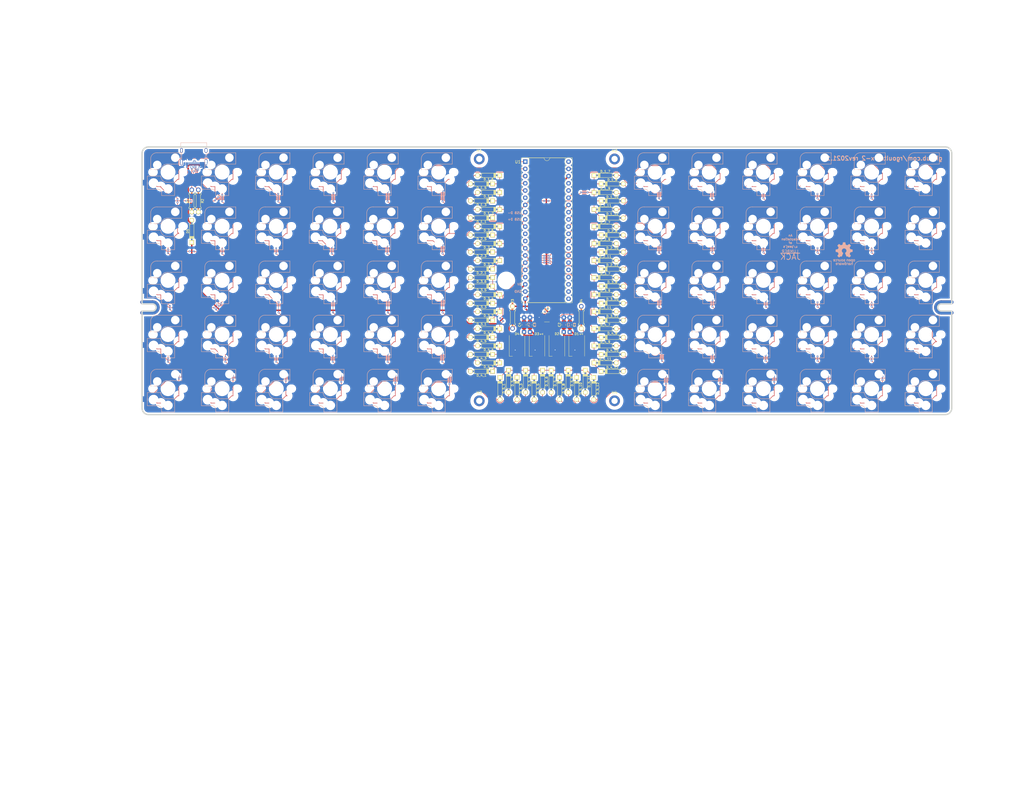
<source format=kicad_pcb>
(kicad_pcb (version 20221018) (generator pcbnew)
  (title_block (title "X-2: Lumberjack-Arm") (date "2022-07-02") (rev "2022.1") (company "rgoulter/keyboard-labs") (comment 1 "Designed to fit into tray-mounted GH60 cases.") (comment 2 " in the \"show the components\" tradition of the Plaid Keyboard PCB.") (comment 3 "Design based upon u/peej's Lumberjack keyboard,") (comment 4 "Keyboard PCB; \"unsplit\" 2x 5x6 ortholinear, using an ARM-powered dev board."))
  (layers (0 "F.Cu" signal) (31 "B.Cu" signal) (34 "B.Paste" user) (35 "F.Paste" user) (36 "B.SilkS" user "B.Silkscreen") (37 "F.SilkS" user "F.Silkscreen") (38 "B.Mask" user) (39 "F.Mask" user) (44 "Edge.Cuts" user))
  (net 0 "")
  (net 1 "GND")
  (net 2 "/ROW1")
  (net 3 "/ROW2")
  (net 4 "/ROW3")
  (net 5 "/ROW4")
  (net 6 "/ROW5")
  (net 7 "/COL3")
  (net 8 "/COL1")
  (net 9 "/COL2")
  (net 10 "/COL4")
  (net 11 "/COL5")
  (net 12 "/COL6")
  (net 13 "/COL7")
  (net 14 "/COL8")
  (net 15 "Net-(D1-DOUT)")
  (net 16 "Net-(D1-DIN)")
  (net 17 "/COL9")
  (net 18 "/5V")
  (net 19 "Net-(D2-DOUT)")
  (net 20 "/RGB_DIN_5V")
  (net 21 "/COL10")
  (net 22 "/COL11")
  (net 23 "/COL12")
  (net 24 "/3V3")
  (net 25 "Net-(D3-DOUT)")
  (net 27 "Net-(D_1_1-A)")
  (net 28 "Net-(D_1_2-A)")
  (net 29 "Net-(D_1_3-A)")
  (net 30 "/RGB_DIN_3V3")
  (net 31 "Net-(D_1_4-A)")
  (net 32 "Net-(D_1_5-A)")
  (net 33 "/GND_or_5V")
  (net 34 "Net-(D_1_6-A)")
  (net 35 "Net-(D_1_7-A)")
  (net 36 "Net-(D_1_8-A)")
  (net 37 "VBUS")
  (net 38 "Net-(D_1_9-A)")
  (net 39 "/CC1")
  (net 40 "/USB_DN")
  (net 41 "/USB_DP")
  (net 42 "Net-(D_1_10-A)")
  (net 43 "/CC2")
  (net 44 "Net-(D_1_11-A)")
  (net 45 "Net-(D_1_12-A)")
  (net 46 "Net-(D_2_1-A)")
  (net 47 "Net-(D_2_2-A)")
  (net 48 "Net-(D_2_3-A)")
  (net 49 "Net-(D_2_4-A)")
  (net 50 "Net-(D_2_5-A)")
  (net 51 "Net-(D_2_6-A)")
  (net 52 "Net-(D_2_7-A)")
  (net 53 "Net-(D_2_8-A)")
  (net 54 "Net-(D_2_9-A)")
  (net 55 "Net-(D_2_10-A)")
  (net 56 "Net-(D_2_11-A)")
  (net 57 "Net-(D_2_12-A)")
  (net 58 "Net-(D_3_1-A)")
  (net 59 "Net-(D_3_2-A)")
  (net 60 "Net-(D_3_3-A)")
  (net 61 "Net-(D_3_4-A)")
  (net 62 "Net-(D_3_5-A)")
  (net 63 "Net-(D_3_6-A)")
  (net 64 "Net-(D_3_7-A)")
  (net 65 "Net-(D_3_8-A)")
  (net 66 "Net-(D_3_9-A)")
  (net 67 "Net-(D_3_10-A)")
  (net 68 "Net-(D_3_11-A)")
  (net 69 "Net-(D_3_12-A)")
  (net 70 "Net-(D_4_1-A)")
  (net 71 "Net-(D_4_2-A)")
  (net 72 "Net-(D_4_3-A)")
  (net 73 "Net-(D_4_4-A)")
  (net 74 "Net-(D_4_5-A)")
  (net 75 "Net-(D_4_6-A)")
  (net 76 "Net-(D_4_7-A)")
  (net 77 "Net-(D_4_8-A)")
  (net 78 "Net-(D_4_9-A)")
  (net 79 "Net-(D_4_10-A)")
  (net 80 "Net-(D_4_11-A)")
  (net 81 "Net-(D_4_12-A)")
  (net 82 "Net-(D_5_1-A)")
  (net 83 "Net-(D_5_2-A)")
  (net 84 "Net-(D_5_3-A)")
  (net 85 "Net-(D_5_4-A)")
  (net 86 "Net-(D_5_5-A)")
  (net 87 "Net-(D_5_6-A)")
  (net 88 "Net-(D_5_7-A)")
  (net 89 "Net-(D_5_8-A)")
  (net 90 "Net-(D_5_9-A)")
  (net 91 "Net-(D_5_10-A)")
  (net 92 "Net-(D_5_11-A)")
  (net 93 "Net-(D_5_12-A)")
  (net 94 "unconnected-(J1-SBU1-PadA8)")
  (net 97 "Net-(U2-DIR)")
  (footprint "Library:CherryMX_Choc_Hotswap Single Side" (layer "F.Cu") (at 325.85 58.875)
    (fp_text reference "SW_1_12" hide)
    (fp_text value "MX-compatible or Kailh Choc v1" hide)
  )
  (footprint "Library:CherryMX_Choc_Hotswap Single Side" (layer "F.Cu") (at 268.7 58.875)
    (fp_text reference "SW_1_9" hide)
    (fp_text value "MX-compatible or Kailh Choc v1" hide)
  )
  (footprint "Library:CherryMX_Choc_Hotswap Single Side" (layer "F.Cu") (at 325.85 77.925)
    (fp_text reference "SW_2_12" hide)
    (fp_text value "MX-compatible or Kailh Choc v1" hide)
  )
  (footprint "Library:CherryMX_Choc_Hotswap Single Side" (layer "F.Cu") (at 268.7 77.925)
    (fp_text reference "SW_2_9" hide)
    (fp_text value "MX-compatible or Kailh Choc v1" hide)
  )
  (footprint "Library:CherryMX_Choc_Hotswap Single Side" (layer "F.Cu") (at 325.85 96.975)
    (fp_text reference "SW_3_12" hide)
    (fp_text value "MX-compatible or Kailh Choc v1" hide)
  )
  (footprint "Library:CherryMX_Choc_Hotswap Single Side" (layer "F.Cu") (at 306.8 96.975)
    (fp_text reference "SW_3_11" hide)
    (fp_text value "MX-compatible or Kailh Choc v1" hide)
  )
  (footprint "Library:CherryMX_Choc_Hotswap Single Side" (layer "F.Cu") (at 249.65 77.925)
    (fp_text reference "SW_2_8" hide)
    (fp_text value "MX-compatible or Kailh Choc v1" hide)
  )
  (footprint "Library:CherryMX_Choc_Hotswap Single Side" (layer "F.Cu") (at 325.85 116.025)
    (fp_text reference "SW_4_12" hide)
    (fp_text value "MX-compatible or Kailh Choc v1" hide)
  )
  (footprint "Library:CherryMX_Choc_Hotswap Single Side" (layer "F.Cu") (at 325.85 135.075)
    (fp_text reference "SW_5_12" hide)
    (fp_text value "MX-compatible or Kailh Choc v1" hide)
  )
  (footprint "Library:CherryMX_Choc_Hotswap Single Side" (layer "F.Cu") (at 287.75 116.025)
    (fp_text reference "SW_4_10" hide)
    (fp_text value "MX-compatible or Kailh Choc v1" hide)
  )
  (footprint "Library:CherryMX_Choc_Hotswap Single Side" (layer "F.Cu") (at 268.7 116.025)
    (fp_text reference "SW_4_9" hide)
    (fp_text value "MX-compatible or Kailh Choc v1" hide)
  )
  (footprint "Library:CherryMX_Choc_Hotswap Single Side" (layer "F.Cu") (at 78.2 135.075)
    (fp_text reference "SW_5_2" hide)
    (fp_text value "MX-compatible or Kailh Choc v1" hide)
  )
  (footprint "Library:CherryMX_Choc_Hotswap Single Side" (layer "F.Cu") (at 116.3 135.075)
    (fp_text reference "SW_5_4" hide)
    (fp_text value "MX-compatible or Kailh Choc v1" hide)
  )
  (footprint "Library:CherryMX_Choc_Hotswap Single Side" (layer "F.Cu") (at 135.35 135.075)
    (fp_text reference "SW_5_5" hide)
    (fp_text value "MX-compatible or Kailh Choc v1" hide)
  )
  (footprint "Library:CherryMX_Choc_Hotswap Single Side" (layer "F.Cu") (at 268.7 135.075)
    (fp_text reference "SW_5_9" hide)
    (fp_text value "MX-compatible or Kailh Choc v1" hide)
  )
  (footprint "Keebio-Parts:Diode-dual" (layer "F.Cu") (at 172 78)
    (fp_text reference "D_2_6")
    (fp_text value "1N4148" hide)
  )
  (footprint "Keebio-Parts:Diode-dual" (layer "F.Cu") (at 172 114)
    (fp_text reference "D_4_6")
    (fp_text value "1N4148" hide)
  )
  (footprint "Keebio-Parts:Diode-dual" (layer "F.Cu") (at 191 132.5 90)
    (fp_text reference "D_5_6")
    (fp_text value "1N4148" hide)
  )
  (footprint "Keebio-Parts:Diode-dual" (layer "F.Cu") (at 188 135 90)
    (fp_text reference "D_5_5")
    (fp_text value "1N4148" hide)
  )
  (footprint "Keebio-Parts:Diode-dual" (layer "F.Cu") (at 185 132.5 90)
    (fp_text reference "D_5_4")
    (fp_text value "1N4148" hide)
  )
  (footprint "Keebio-Parts:Diode-dual" (layer "F.Cu") (at 179 132.5 90)
    (fp_text reference "D_5_2")
    (fp_text value "1N4148" hide)
  )
  (footprint "Keebio-Parts:Diode-dual" (layer "F.Cu") (at 172 72)
    (fp_text reference "D_1_2")
    (fp_text value "1N4148" hide)
  )
  (footprint "MountingHole:MountingHole_2.2mm_M2_DIN965_Pad" (layer "F.Cu") (at 168.68748 54.23755)
    (fp_text reference "H1")
    (fp_text value "M2 16mm Spacer")
  )
  (footprint "MountingHole:MountingHole_2.2mm_M2_DIN965_Pad" (layer "F.Cu") (at 216.31252 54.23755)
    (fp_text reference "H2")
    (fp_text value "M2 16mm Spacer")
  )
  (footprint "MountingHole:MountingHole_2.2mm_M2_DIN965_Pad" (layer "F.Cu") (at 168.68748 139.367309)
    (fp_text reference "H3")
    (fp_text value "M2 16mm Spacer")
  )
  (footprint "MountingHole:MountingHole_2.2mm_M2_DIN965_Pad" (layer "F.Cu") (at 216.31252 139.367309)
    (fp_text reference "H4")
    (fp_text value "M2 16mm Spacer")
  )
  (footprint "Keebio-Parts:Diode-dual" (layer "F.Cu") (at 206 132.5 90)
    (fp_text reference "D_5_11")
    (fp_text value "1N4148" hide)
  )
  (footprint "Library:CherryMX_Choc_Hotswap Single Side" (layer "F.Cu") (at 249.65 135.075)
    (fp_text reference "SW_5_8" hide)
    (fp_text value "MX-compatible or Kailh Choc v1" hide)
  )
  (footprint "Library:CherryMX_Choc_Hotswap Single Side" (layer "F.Cu") (at 135.35 116.025)
    (fp_text reference "SW_4_5" hide)
    (fp_text value "MX-compatible or Kailh Choc v1" hide)
  )
  (footprint "Library:CherryMX_Choc_Hotswap Single Side" (layer "F.Cu") (at 116.3 116.025)
    (fp_text reference "SW_4_4" hide)
    (fp_text value "MX-compatible or Kailh Choc v1" hide)
  )
  (footprint "Library:CherryMX_Choc_Hotswap Single Side" (layer "F.Cu") (at 97.25 116.025)
    (fp_text reference "SW_4_3" hide)
    (fp_text value "MX-compatible or Kailh Choc v1" hide)
  )
  (footprint "Library:CherryMX_Choc_Hotswap Single Side" (layer "F.Cu") (at 59.15 135.075)
    (fp_text reference "SW_5_1" hide)
    (fp_text value "MX-compatible or Kailh Choc v1" hide)
  )
  (footprint "Keebio-Parts:Diode-dual" (layer "F.Cu") (at 172 126)
    (fp_text reference "D_4_2")
    (fp_text value "1N4148" hide)
  )
  (footprint "Keebio-Parts:Diode-dual" (layer "F.Cu") (at 172 120)
    (fp_text reference "D_4_4")
    (fp_text value "1N4148" hide)
  )
  (footprint "Keebio-Parts:Diode-dual" (layer "F.Cu") (at 169.5 111)
    (fp_text reference "D_3_1")
    (fp_text value "1N4148" hide)
  )
  (footprint "Keebio-Parts:Diode-dual" (layer "F.Cu") (at 172 108)
    (fp_text reference "D_3_2")
    (fp_text value "1N4148" hide)
  )
  (footprint "Keebio-Parts:Diode-dual" (layer "F.Cu") (at 169.5 105)
    (fp_text reference "D_3_3")
    (fp_text value "1N4148" hide)
  )
  (footprint "Keebio-Parts:Diode-dual" (layer "F.Cu") (at 169.5 117)
    (fp_text reference "D_4_5")
    (fp_text value "1N4148" hide)
  )
  (footprint "Keebio-Parts:Diode-dual" (layer "F.Cu") (at 169.5 93)
    (fp_text reference "D_2_1")
    (fp_text value "1N4148" hide)
  )
  (footprint "Keebio-Parts:Diode-dual" (layer "F.Cu") (at 169.5 99)
    (fp_text reference "D_3_5")
    (fp_text value "1N4148" hide)
  )
  (footprint "Keebio-Parts:Diode-dual" (layer "F.Cu") (at 169.5 87)
    (fp_text reference "D_2_3")
    (fp_text value "1N4148" hide)
  )
  (footprint "Keebio-Parts:Diode-dual" (layer "F.Cu") (at 172 84)
    (fp_text reference "D_2_4")
    (fp_text value "1N4148" hide)
  )
  (footprint "Keebio-Parts:Diode-dual" (layer "F.Cu") (at 169.5 81)
    (fp_text reference "D_2_5")
    (fp_text value "1N4148" hide)
  )
  (footprint "Keebio-Parts:Diode-dual" (layer "F.Cu") (at 213 72 180)
    (fp_text reference "D_1_11")
    (fp_text value "1N4148" hide)
  )
  (footprint "Keebio-Parts:Diode-dual" (layer "F.Cu") (at 169.5 69)
    (fp_text reference "D_1_3")
    (fp_text value "1N4148" hide)
  )
  (footprint "Library:CherryMX_Choc_Hotswap Single Side" (layer "F.Cu") (at 154.4 96.975)
    (fp_text reference "SW_3_6" hide)
    (fp_text value "MX-compatible or Kailh Choc v1" hide)
  )
  (footprint "Library:CherryMX_Choc_Hotswap Single Side" (layer "F.Cu") (at 135.2 77.925)
    (fp_text reference "SW_2_5" hide)
    (fp_text value "MX-compatible or Kailh Choc v1" hide)
  )
  (footprint "Library:CherryMX_Choc_Hotswap Single Side" (layer "F.Cu") (at 97.25 96.975)
    (fp_text reference "SW_3_3" hide)
    (fp_text value "MX-compatible or Kailh Choc v1" hide)
  )
  (footprint "Library:CherryMX_Choc_Hotswap Single Side" (layer "F.Cu") (at 78.2 96.975)
    (fp_text reference "SW_3_2" hide)
    (fp_text value "MX-compatible or Kailh Choc v1" hide)
  )
  (footprint "Library:CherryMX_Choc_Hotswap Single Side" (layer "F.Cu") (at 59.15 96.975)
    (fp_text reference "SW_3_1" hide)
    (fp_text value "MX-compatible or Kailh Choc v1" hide)
  )
  (footprint "Library:CherryMX_Choc_Hotswap Single Side" (layer "F.Cu") (at 154.4 58.875)
    (fp_text reference "SW_1_6" hide)
    (fp_text value "MX-compatible or Kailh Choc v1" hide)
  )
  (footprint "Library:CherryMX_Choc_Hotswap Single Side" (layer "F.Cu") (at 116.3 58.875)
    (fp_text reference "SW_1_4" hide)
    (fp_text value "MX-compatible or Kailh Choc v1" hide)
  )
  (footprint "Library:CherryMX_Choc_Hotswap Single Side" (layer "F.Cu") (at 97.25 58.875)
    (fp_text reference "SW_1_3" hide)
    (fp_text value "MX-compatible or Kailh Choc v1" hide)
  )
  (footprint "Keebio-Parts:Diode-dual" (layer "F.Cu") (at 215.5 69 180)
    (fp_text reference "D_1_10")
    (fp_text value "1N4148" hide)
  )
  (footprint "Library:CherryMX_Choc_Hotswap Single Side" (layer "F.Cu") (at 306.8 58.875)
    (fp_text reference "SW_1_11" hide)
    (fp_text value "MX-compatible or Kailh Choc v1" hide)
  )
  (footprint "Keebio-Parts:Diode-dual" (layer "F.Cu") (at 169.5 63)
    (fp_text reference "D_1_5")
    (fp_text value "1N4148" hide)
  )
  (footprint "Library:CherryMX_Choc_Hotswap Single Side" (layer "F.Cu") (at 97.25 77.925)
    (fp_text reference "SW_2_3" hide)
    (fp_text value "MX-compatible or Kailh Choc v1" hide)
  )
  (footprint "Library:CherryMX_Choc_Hotswap Single Side" (layer "F.Cu") (at 116.15 77.925)
    (fp_text reference "SW_2_4" hide)
    (fp_text value "MX-compatible or Kailh Choc v1" hide)
  )
  (footprint "Library:CherryMX_Choc_Hotswap Single Side" (layer "F.Cu") (at 154.4 77.925)
    (fp_text reference "SW_2_6" hide)
    (fp_text value "MX-compatible or Kailh Choc v1" hide)
  )
  (footprint "Library:CherryMX_Choc_Hotswap Single Side" (layer "F.Cu") (at 59.15 116.025)
    (fp_text reference "SW_4_1" hide)
    (fp_text value "MX-compatible or Kailh Choc v1" hide)
  )
  (footprint "Library:CherryMX_Choc_Hotswap Single Side" (layer "F.Cu") (at 78.2 116.025)
    (fp_text reference "SW_4_2" hide)
    (fp_text value "MX-compatible or Kailh Choc v1" hide)
  )
  (footprint "Library:CherryMX_Choc_Hotswap Single Side" (layer "F.Cu") (at 306.8 135.075)
    (fp_text reference "SW_5_11" hide)
    (fp_text value "MX-compatible or Kailh Choc v1" hide)
  )
  (footprint "Library:CherryMX_Choc_Hotswap Single Side" (layer "F.Cu") (at 249.65 96.975)
    (fp_text reference "SW_3_8" hide)
    (fp_text value "MX-compatible or Kailh Choc v1" hide)
  )
  (footprint "Library:CherryMX_Choc_Hotswap Single Side" (layer "F.Cu") (at 268.7 96.975)
    (fp_text reference "SW_3_9" hide)
    (fp_text value "MX-compatible or Kailh Choc v1" hide)
  )
  (footprint "Library:CherryMX_Choc_Hotswap Single Side" (layer "F.Cu") (at 306.8 116.025)
    (fp_text reference "SW_4_11" hide)
    (fp_text value "MX-compatible or Kailh Choc v1" hide)
  )
  (footprint "Keebio-Parts:Diode-dual" (layer "F.Cu") (at 203 135 90)
    (fp_text reference "D_5_10")
    (fp_text value "1N4148" hide)
  )
  (footprint "Library:CherryMX_Choc_Hotswap Single Side" (layer "F.Cu") (at 97.25 135.075)
    (fp_text reference "SW_5_3" hide)
    (fp_text value "MX-compatible or Kailh Choc v1" hide)
  )
  (footprint "Library:CherryMX_Choc_Hotswap Single Side" (layer "F.Cu") (at 59.15 77.925)
    (fp_text reference "SW_2_1" hide)
    (fp_text value "MX-compatible or Kailh Choc v1" hide)
  )
  (footprint "Library:CherryMX_Choc_Hotswap Single Side" (layer "F.Cu") (at 249.65 116.025)
    (fp_text reference "SW_4_8" hide)
    (fp_text value "MX-compatible or Kailh Choc v1" hide)
  )
  (footprint "Library:CherryMX_Choc_Hotswap Single Side" (layer "F.Cu") (at 135.35 58.875)
    (fp_text reference "SW_1_5" hide)
    (fp_text value "MX-compatible or Kailh Choc v1" hide)
  )
  (footprint "Library:CherryMX_Choc_Hotswap Single Side" (layer "F.Cu") (at 287.75 58.875)
    (fp_text reference "SW_1_10" hide)
    (fp_text value "MX-compatible or Kailh Choc v1" hide)
  )
  (footprint "Library:CherryMX_Choc_Hotswap Single Side" (layer "F.Cu") (at 306.8 77.925)
    (fp_text reference "SW_2_11" hide)
    (fp_text value "MX-compatible or Kailh Choc v1" hide)
  )
  (footprint "Library:CherryMX_Choc_Hotswap Single Side" (layer "F.Cu") (at 154.4 116.025)
    (fp_text reference "SW_4_6" hide)
    (fp_text value "MX-compatible or Kailh Choc v1" hide)
  )
  (footprint "Keebio-Parts:Diode-dual" (layer "F.Cu") (at 176 135 90)
    (fp_text reference "D_5_1")
    (fp_text value "1N4148" hide)
  )
  (footprint "Library:CherryMX_Choc_Hotswap Single Side" (layer "F.Cu") (at 230.6 77.925)
    (fp_text reference "SW_2_7" hide)
    (fp_text value "MX-compatible or Kailh Choc v1" hide)
  )
  (footprint "Library:CherryMX_Choc_Hotswap Single Side" (layer "F.Cu") (at 230.6 58.875)
    (fp_text reference "SW_1_7" hide)
    (fp_text value "MX-compatible or Kailh Choc v1" hide)
  )
  (footprint "Library:CherryMX_Choc_Hotswap Single Side" (layer "F.Cu") (at 249.65 58.875)
    (fp_text reference "SW_1_8" hide)
    (fp_text value "MX-compatible or Kailh Choc v1" hide)
  )
  (footprint "Library:CherryMX_Choc_Hotswap Single Side" (layer "F.Cu") (at 154.4 135.075)
    (fp_text reference "SW_5_6" hide)
    (fp_text value "MX-compatible or Kailh Choc v1" hide)
  )
  (footprint "Keebio-Parts:Diode-dual" (layer "F.Cu") (at 215.5 111 180)
    (fp_text reference "D_3_12")
    (fp_text value "1N4148" hide)
  )
  (footprint "Keebio-Parts:Diode-dual" (layer "F.Cu") (at 209 135 90)
    (fp_text reference "D_5_12")
    (fp_text value "1N4148" hide)
  )
  (footprint "Library:CherryMX_Choc_Hotswap Single Side" (layer "F.Cu") (at 230.6 96.975)
    (fp_text reference "SW_3_7" hide)
    (fp_text value "MX-compatible or Kailh Choc v1" hide)
  )
  (footprint "Library:CherryMX_Choc_Hotswap Single Side" (layer "F.Cu") (at 230.6 135.075)
    (fp_text reference "SW_5_7" hide)
    (fp_text value "MX-compatible or Kailh Choc v1" hide)
  )
  (footprint "Library:CherryMX_Choc_Hotswap Single Side" (layer "F.Cu") (at 230.6 116.025)
    (fp_text reference "SW_4_7" hide)
    (fp_text value "MX-compatible or Kailh Choc v1" hide)
  )
  (footprint "Library:CherryMX_Choc_Hotswap Single Side" (layer "F.Cu") (at 135.35 96.975)
    (fp_text reference "SW_3_5" hide)
    (fp_text value "MX-compatible or Kailh Choc v1" hide)
  )
  (footprint "Library:CherryMX_Choc_Hotswap Single Side" (layer "F.Cu") (at 287.75 77.925)
    (fp_text reference "SW_2_10" hide)
    (fp_text value "MX-compatible or Kailh Choc v1" hide)
  )
  (footprint "Keebio-Parts:Diode-dual" (layer "F.Cu") (at 215.5 75 180)
    (fp_text reference "D_1_12")
    (fp_text value "1N4148" hide)
  )
  (footprint "Keebio-Parts:Diode-dual" (layer "F.Cu") (at 213 60 180)
    (fp_text reference "D_1_7")
    (fp_text value "1N4148" hide)
  )
  (footprint "Keebio-Parts:Diode-dual" (layer "F.Cu") (at 215.5 63 180)
    (fp_text reference "D_1_8")
    (fp_text value "1N4148" hide)
  )
  (footprint "Keebio-Parts:Diode-dual" (layer "F.Cu") (at 213 78 180)
    (fp_text reference "D_2_7")
    (fp_text value "1N4148" hide)
  )
  (footprint "Keebio-Parts:Diode-dual" (layer "F.Cu") (at 215.5 93 180)
    (fp_text reference "D_2_12")
    (fp_text value "1N4148" hide)
  )
  (footprint "Keebio-Parts:Diode-dual" (layer "F.Cu") (at 215.5 87 180)
    (fp_text reference "D_2_10")
    (fp_text value "1N4148" hide)
  )
  (footprint "Keebio-Parts:Diode-dual" (layer "F.Cu") (at 213 90 180)
    (fp_text reference "D_2_11")
    (fp_text value "1N4148" hide)
  )
  (footprint "Keebio-Parts:Diode-dual" (layer "F.Cu") (at 213 102 180)
    (fp_text reference "D_3_9")
    (fp_text value "1N4148" hide)
  )
  (footprint "Keebio-Parts:Diode-dual" (layer "F.Cu") (at 215.5 99 180)
    (fp_text reference "D_3_8")
    (fp_text value "1N4148" hide)
  )
  (footprint "Keebio-Parts:Diode-dual" (layer "F.Cu") (at 213 96 180)
    (fp_text reference "D_3_7")
    (fp_text value "1N4148" hide)
  )
  (footprint "Keebio-Parts:Diode-dual" (layer "F.Cu") (at 215.5 81 180)
    (fp_text reference "D_2_8")
    (fp_text value "1N4148" hide)
  )
  (footprint "Keebio-Parts:Diode-dual" (layer "F.Cu") (at 213 108 180)
    (fp_text reference "D_3_11")
    (fp_text value "1N4148" hide)
  )
  (footprint "Keebio-Parts:Diode-dual" (layer "F.Cu") (at 215.5 105 180)
    (fp_text reference "D_3_10")
    (fp_text value "1N4148" hide)
  )
  (footprint "Keebio-Parts:Diode-dual" (layer "F.Cu") (at 213 114 180)
    (fp_text reference "D_4_7")
    (fp_text value "1N4148" hide)
  )
  (footprint "Keebio-Parts:Diode-dual" (layer "F.Cu") (at 213 84 180)
    (fp_text reference "D_2_9")
    (fp_text value "1N4148" hide)
  )
  (footprint "Keebio-Parts:Diode-dual" (layer "F.Cu") (at 213 66 180)
    (fp_text reference "D_1_9")
    (fp_text value "1N4148" hide)
  )
  (footprint "Keebio-Parts:Diode-dual" (layer "F.Cu") (at 215.5 129 180)
    (fp_text reference "D_4_12")
    (fp_text value "1N4148" hide)
  )
  (footprint "Keebio-Parts:Diode-dual" (layer "F.Cu") (at 213 120 180)
    (fp_text reference "D_4_9")
    (fp_text value "1N4148" hide)
  )
  (footprint "Keebio-Parts:Diode-dual" (layer "F.Cu") (at 194 132.5 90)
    (fp_text reference "D_5_7")
    (fp_text value "1N4148" hide)
  )
  (footprint "Keebio-Parts:Diode-dual" (layer "F.Cu") (at 215.5 117 180)
    (fp_text reference "D_4_8")
    (fp_text value "1N4148" hide)
  )
  (footprint "Keebio-Parts:Diode-dual" (layer "F.Cu") (at 215.5 123 180)
    (fp_text reference "D_4_10")
    (fp_text value "1N4148" hide)
  )
  (footprint "Keebio-Parts:Diode-dual" (layer "F.Cu") (at 213 126 180)
    (fp_text reference "D_4_11")
    (fp_text value "1N4148" hide)
  )
  (footprint "Keebio-Parts:Diode-dual" (layer "F.Cu") (at 197 135 90)
    (fp_text reference "D_5_8")
    (fp_text value "1N4148" hide)
  )
  (footprint "ProjectLocal:H_M2_Spacer_Hole" (layer "F.Cu") (at 178.2 97)
    (fp_text reference "H7" hide)
    (fp_text value "~")
  )
  (footprint "Keebio-Parts:Diode-dual" (layer "F.Cu") (at 200 132.5 90)
    (fp_text reference "D_5_9")
    (fp_text value "1N4148" hide)
  )
  (footprint "Keebio-Parts:Diode-dual" (layer "F.Cu") (at 169.5 129)
    (fp_text reference "D_4_1")
    (fp_text value "1N4148" hide)
  )
  (footprint "Keebio-Parts:Diode-dual" (layer "F.Cu") (at 172 102)
    (fp_text reference "D_3_4")
    (fp_text value "1N4148" hide)
  )
  (footprint "Keebio-Parts:Diode-dual" (layer "F.Cu") (at 169.5 96)
    (fp_text reference "D_3_6")
    (fp_text value "1N4148" hide)
  )
  (footprint "Keebio-Parts:Diode-dual" (layer "F.Cu") (at 169.5 75)
    (fp_text reference "D_1_1")
    (fp_text value "1N4148" hide)
  )
  (footprint "Keebio-Parts:Diode-dual" (layer "F.Cu") (at 169.5 123)
    (fp_text reference "D_4_3")
    (fp_text value "1N4148" hide)
  )
  (footprint "Library:CherryMX_Choc_Hotswap Single Side" (layer "F.Cu") (at 287.75 96.975)
    (fp_text reference "SW_3_10" hide)
    (fp_text value "MX-compatible or Kailh Choc v1" hide)
  )
  (footprint "ProjectLocal:Resistor-Hybrid" (layer "F.Cu") (at 69.8 69 90)
    (fp_text reference "R2")
    (fp_text value "5.1K" hide)
  )
  (footprint "ProjectLocal:Resistor-Hybrid" (layer "F.Cu") (at 67.5 69 90)
    (fp_text reference "R1")
    (fp_text value "5.1K" hide)
  )
  (footprint "Library:CherryMX_Choc_Hotswap Single Side" (layer "F.Cu") (at 78.2 58.875)
    (fp_text reference "SW_1_2" hide)
    (fp_text value "MX-compatible or Kailh Choc v1" hide)
  )
  (footprint "Library:CherryMX_Choc_Hotswap Single Side" (layer "F.Cu") (at 287.75 135.075)
    (fp_text reference "SW_5_10" hide)
    (fp_text value "MX-compatible or Kailh Choc v1" hide)
  )
  (footprint "Library:CherryMX_Choc_Hotswap Single Side" (layer "F.Cu") (at 59.15 58.875)
    (fp_text reference "SW_1_1" hide)
    (fp_text value "MX-compatible or Kailh Choc v1" hide)
  )
  (footprint "Library:CherryMX_Choc_Hotswap Single Side" (layer "F.Cu") (at 78.2 77.925)
    (fp_text reference "SW_2_2" hide)
    (fp_text value "MX-compatible or Kailh Choc v1" hide)
  )
  (footprint "Library:CherryMX_Choc_Hotswap Single Side" (layer "F.Cu") (at 116.3 96.975)
    (fp_text reference "SW_3_4" hide)
    (fp_text value "MX-compatible or Kailh Choc v1" hide)
  )
  (footprint "Keebio-Parts:Diode-dual" (layer "F.Cu") (at 172 66)
    (fp_text reference "D_1_4")
    (fp_text value "1N4148" hide)
  )
  (footprint "Keebio-Parts:Diode-dual" (layer "F.Cu") (at 182 135 90)
    (fp_text reference "D_5_3")
    (fp_text value "1N4148" hide)
  )
  (footprint "LED_SMD:LED_WS2812B_PLCC4_5.0x5.0mm_P3.2mm" (layer "F.Cu") (at 189 120 -90)
    (fp_text reference "D3")
    (fp_text value "SK6812")
  )
  (footprint "LED_SMD:LED_WS2812B_PLCC4_5.0x5.0mm_P3.2mm" (layer "F.Cu") (at 182 120 -90)
    (fp_text reference "D4")
    (fp_text value "SK6812")
  )
  (footprint "LED_SMD:LED_WS2812B_PLCC4_5.0x5.0mm_P3.2mm" (layer "F.Cu") (at 203 120 -90)
    (fp_text reference "D1")
    (fp_text value "SK6812")
  )
  (footprint "Package_TO_SOT_SMD:SOT-23-6_Handsoldering" (layer "F.Cu") (at 192.5 110)
    (fp_text reference "U2")
    (fp_text value "SN74LVC1T45DBV")
  )
  (footprint "ProjectLocal:C_0805_2012Metric_Pad1.18x1.45mm_HandSolder_Dual" (layer "F.Cu") (at 184.45 112.6 -90)
    (fp_text reference "C4")
    (fp_text value "100nF" hide)
  )
  (footprint "ProjectLocal:C_0805_2012Metric_Pad1.18x1.45mm_HandSolder_Dual" (layer "F.Cu") (at 186.55 112.6 -90)
    (fp_text reference "C3")
    (fp_text value "100nF" hide)
  )
  (footprint "ProjectLocal:C_0805_2012Metric_Pad1.18x1.45mm_HandSolder_Dual" (layer "F.Cu") (at 200.55 112.6 -90)
    (fp_text reference "C1")
    (fp_text value "100nF" hide)
  )
  (footprint "ProjectLocal:C_0805_2012Metric_Pad1.18x1.45mm_HandSolder_Dual" (layer "F.Cu") (at 198.45 112.6 -90)
    (fp_text reference "C2")
    (fp_text value "100nF" hide)
  )
  (footprint "ProjectLocal:Resistor-Hybrid" (layer "F.Cu") (at 180.4 110 -90)
    (fp_text reference "R3")
    (fp_text value "2.2k - 10k" hide)
  )
  (footprint "ProjectLocal:Resistor-Hybrid" (layer "F.Cu") (at 204.6 110 90)
    (fp_text reference "R4")
    (fp_text value "300 - 500R" hide)
  )
  (footprint "Keebio-Parts:Diode-dual" (layer "F.Cu") (at 172 90)
    (fp_text reference "D_2_2")
    (fp_text value "1N4148" hide)
  )
  (footprint "LED_SMD:LED_WS2812B_PLCC4_5.0x5.0mm_P3.2mm" (layer "F.Cu") (at 196 120 -90)
    (fp_text reference "D2")
    (fp_text value "SK6812")
  )
  (footprint "Package_DIP:DIP-40_W15.24mm_Socket" (layer "F.Cu") (at 184.88 55.18365)
    (fp_text reference "U1")
    (fp_text value "STM32F103 Bluepill, or MiniF4 STM32F4x1 \"Blackpill\"")
  )
  (footprint "Keebio-Parts:Diode-dual" (layer "F.Cu") (at 172 60)
    (fp_text reference "D_1_6")
    (fp_text value "1N4148" hide)
  )
  (footprint "Keebio-Parts:Diode-dual" (layer "F.Cu") (at 67.5 79.7 -90)
    (fp_text reference "D5")
    (fp_text value "1N4148" hide)
  )
  (footprint "ProjectLocal:Graphic_Mask_HalfHole" (layer "F.Cu") (at 53.7089 106.5)
    (fp_text reference "HOLE" hide)
    (fp_text value "Graphic_Mask_HalfHole")
  )
  (footprint "ProjectLocal:Graphic_Mask_HalfHole" (layer "F.Cu") (at 331.2912 106.5 180)
    (fp_text reference "HOLE" hide)
    (fp_text value "Graphic_Mask_HalfHole")
  )
  (footprint "ProjectLocal:Bumpon_3M_F0502" (layer "F.Cu") (at 2.56 2.56)
    (fp_text reference "H5" hide)
    (fp_text value "~")
  )
  (footprint "ProjectLocal:H_M2_Spacer_Hole" (layer "F.Cu") (at 2.15 8.27)
    (fp_text reference "H6" hide)
    (fp_text value "~")
  )
  (footprint "lumberjack:OSHW" (layer "B.Cu") (at 297.125 87.575 180)
    (fp_text reference "REF**" hide)
    (fp_text value "OSHW" hide)
  )
  (footprint "Connector_USB:USB_C_Receptacle_XKB_U262-16XN-4BVC11" (layer "B.Cu") (at 68.2 52.3)
    (fp_text reference "J1")
    (fp_text value "16-pin USB-C Connector SMD")
  )
  (gr_line (start 274.8 87.4) (end 281.5 87.4) (stroke (width 0.254)) (layer "B.SilkS"))
  (gr_poly (pts (xy 332.984955 144.187691) (xy 333.217957 144.150795) (xy 333.444977 144.08989) (xy 333.664978 144.005493) (xy 333.874969 143.89859) (xy 334.072968 143.770294) (xy 334.255981 143.622093) (xy 334.421967 143.455589) (xy 334.569977 143.272491) (xy 334.698975 143.074989) (xy 334.804962 142.865189) (xy 334.889984 142.645294) (xy 334.950958 142.417793) (xy 334.987976 142.185196) (xy 334.999969 141.949989) (xy 334.999969 107.749996) (xy 331.290955 107.749996) (xy 331.159973 107.743095) (xy 331.030975 107.722694) (xy 330.904968 107.688797) (xy 330.782959 107.641895) (xy 330.665955 107.582497) (xy 330.555969 107.511295) (xy 330.454956 107.428898) (xy 330.361969 107.336395) (xy 330.279968 107.234695) (xy 330.208984 107.124996) (xy 330.148956 107.008396) (xy 330.101959 106.886295) (xy 330.067963 106.759895) (xy 330.047974 106.630596) (xy 330.040955 106.499996) (xy 330.047974 106.369396) (xy 330.067963 106.240097) (xy 330.101959 106.113697) (xy 330.148956 105.991596) (xy 330.208984 105.874996) (xy 330.279968 105.765297) (xy 330.361969 105.663597) (xy 330.454956 105.571095) (xy 330.555969 105.488697) (xy 330.665955 105.417496) (xy 330.782959 105.358097) (xy 330.904968 105.311195) (xy 331.030975 105.277298) (xy 331.159973 105.256897) (xy 331.290955 105.249996) (xy 334.999969 105.249996) (xy 334.999969 52.25) (xy 334.987976 52.0148) (xy 334.950958 51.7822) (xy 334.889984 51.5547) (xy 334.804962 51.33484) (xy 334.698975 51.125) (xy 334.569977 50.927475) (xy 334.421967 50.744446) (xy 334.255981 50.577911) (xy 334.072968 50.429703) (xy 333.874969 50.301437) (xy 333.664978 50.194519) (xy 333.444977 50.110123) (xy 333.217957 50.049164) (xy 332.984955 50.012314) (xy 332.749969 50) (xy 52.25 50) (xy 52.0148 50.012314) (xy 51.7822 50.049164) (xy 51.5547 50.110123) (xy 51.33484 50.194519) (xy 51.125 50.301437) (xy 50.927475 50.429703) (xy 50.744446 50.577911) (xy 50.577911 50.744446) (xy 50.429703 50.927475) (xy 50.301437 51.125) (xy 50.194519 51.33484) (xy 50.110123 51.5547) (xy 50.049164 51.7822) (xy 50.012314 52.0148) (xy 50 52.25) (xy 50 105.249996) (xy 53.70889 105.249996) (xy 53.83955 105.256897) (xy 53.96878 105.277298) (xy 54.09517 105.311195) (xy 54.217319 105.358097) (xy 54.333889 105.417496) (xy 54.44362 105.488697) (xy 54.5453 105.571095) (xy 54.637819 105.663597) (xy 54.72017 105.765297) (xy 54.79143 105.874996) (xy 54.85083 105.991596) (xy 54.897719 106.113697) (xy 54.93158 106.240097) (xy 54.95204 106.369396) (xy 54.958889 106.499996) (xy 54.95204 106.630596) (xy 54.93158 106.759895) (xy 54.897719 106.886295) (xy 54.85083 107.008396) (xy 54.79143 107.124996) (xy 54.72017 107.234695) (xy 54.637819 107.336395) (xy 54.5453 107.428898) (xy 54.44362 107.511295) (xy 54.333889 107.582497) (xy 54.217319 107.641895) (xy 54.09517 107.688797) (xy 53.96878 107.722694) (xy 53.83955 107.743095) (xy 53.70889 107.749996) (xy 50 107.749996) (xy 50 141.949989) (xy 50.012314 142.185196) (xy 50.049164 142.417793) (xy 50.110123 142.645294) (xy 50.194519 142.865189) (xy 50.301437 143.074989) (xy 50.429703 143.272491) (xy 50.577911 143.455589) (xy 50.744446 143.622093) (xy 50.927475 143.770294) (xy 51.125 143.89859) (xy 51.33484 144.005493) (xy 51.5547 144.08989) (xy 51.7822 144.150795) (xy 52.0148 144.187691) (xy 52.25 144.199989) (xy 332.749969 144.199989) (xy 332.984955 144.187691)) (stroke (width 0.499999)) (fill none) (layer "Edge.Cuts"))
  (gr_text "LUMBER" (at 278.1 86.75) (layer "B.SilkS") (effects (font (size 1 1)) (justify mirror)))
  (gr_text "USB D-" (at 183.634 73.208) (layer "B.SilkS") (effects (font (size 0.8 0.8) (thickness 0.16)) (justify left mirror)))
  (gr_text "5V" (at 183.634 98.354) (layer "B.SilkS") (effects (font (size 0.8 0.8) (thickness 0.16)) (justify left mirror)))
  (gr_text "GND" (at 183.634 100.894) (layer "B.SilkS") (effects (font (size 0.8 0.8) (thickness 0.16)) (justify left mirror)))
  (gr_text "USB D+" (at 183.634 75.494) (layer "B.SilkS") (effects (font (size 0.8 0.8) (thickness 0.16)) (justify left mirror)))
  (gr_text "An\nAdaptation\nof\nu/peej's" (at 278.2 83.114) (layer "B.SilkS") (effects (font (size 0.8 0.8) (thickness 0.16)) (justify mirror)))
  (gr_text "github.com/rgoulter x-2 rev2021.1" (at 331.9 54) (layer "B.SilkS") (effects (font (size 1.5 1.5) (thickness 0.3)) (justify left mirror)))
  (gr_text "JACK" (at 278.2 88.7) (layer "B.SilkS") (effects (font (size 2 2) (thickness 0.25)) (justify mirror)))
  (segment (start 92.15 136.809626) (end 92.15 138.975) (width 0.16) (layer "F.Cu") (net 0))
  (segment (start 156.961051 67.871051) (end 157.088051 67.871051) (width 0.16) (layer "F.Cu") (net 0))
  (segment (start 175.481599 139.980001) (end 168.909822 133.408224) (width 0.16) (layer "F.Cu") (net 0))
  (segment (start 151.86 122.721446) (end 152.359555 123.221001) (width 0.16) (layer "F.Cu") (net 0))
  (segment (start 73.1 119.925) (end 74.28 121.105) (width 0.16) (layer "F.Cu") (net 0))
  (segment (start 245.73 102.055) (end 247.11 102.055) (width 0.16) (layer "F.Cu") (net 0))
  (segment (start 54.05 62.775) (end 55.23 63.955) (width 0.16) (layer "F.Cu") (net 0))
  (segment (start 217.629877 131.361059) (end 313.136059 131.361059) (width 0.16) (layer "F.Cu") (net 0))
  (segment (start 210.029199 140.489131) (end 218.07724 132.441089) (width 0.16) (layer "F.Cu") (net 0))
  (segment (start 61.423118 68.9662) (end 61.6662 68.9662) (width 0.16) (layer "F.Cu") (net 0))
  (segment (start 61.6662 68.9662) (end 65.499999 68.9662) (width 0.16) (layer "F.Cu") (net 0))
  (segment (start 66.999999 69.017) (end 75.2014 69.017) (width 0.16) (layer "F.Cu") (net 0))
  (segment (start 116.247939 85.841021) (end 113.61 83.203082) (width 0.16) (layer "F.Cu") (net 0))
  (segment (start 151.86 103.671446) (end 152.359555 104.171001) (width 0.16) (layer "F.Cu") (net 0))
  (segment (start 74.250901 135.194699) (end 74.250901 137.824099) (width 0.16) (layer "F.Cu") (net 0))
  (segment (start 263.6 138.975) (end 264.78 140.155) (width 0.16) (layer "F.Cu") (net 0))
  (segment (start 244.55 100.875) (end 245.73 102.055) (width 0.16) (layer "F.Cu") (net 0))
  (segment (start 74.28 121.105) (end 75.66 121.105) (width 0.16) (layer "F.Cu") (net 0))
  (segment (start 215.5618 133.936602) (end 215.563467 133.936602) (width 0.16) (layer "F.Cu") (net 0))
  (segment (start 151.86 63.955) (end 151.86 65.571446) (width 0.16) (layer "F.Cu") (net 0))
  (segment (start 94.71 64.153082) (end 94.71 63.955) (width 0.16) (layer "F.Cu") (net 0))
  (segment (start 158.502 67.9134) (end 158.459651 67.871051) (width 0.16) (layer "F.Cu") (net 0))
  (segment (start 188 138.9) (end 185.839971 141.060029) (width 0.16) (layer "F.Cu") (net 0))
  (segment (start 302.88 140.155) (end 304.26 140.155) (width 0.16) (layer "F.Cu") (net 0))
  (segment (start 218.226361 132.801099) (end 209.967431 141.060029) (width 0.16) (layer "F.Cu") (net 0))
  (segment (start 165.348969 105.251031) (end 165.6 105) (width 0.16) (layer "F.Cu") (net 0))
  (segment (start 244.55 100.875) (end 241.253999 104.171001) (width 0.16) (layer "F.Cu") (net 0))
  (segment (start 283.83 140.155) (end 285.21 140.155) (width 0.16) (layer "F.Cu") (net 0))
  (segment (start 97.707949 67.151031) (end 94.71 64.153082) (width 0.16) (layer "F.Cu") (net 0))
  (segment (start 204.440011 140.340011) (end 209.669189 140.340011) (width 0.16) (layer "F.Cu") (net 0))
  (segment (start 245.73 63.955) (end 247.11 63.955) (width 0.16) (layer "F.Cu") (net 0))
  (segment (start 150.48 121.105) (end 151.86 121.105) (width 0.16) (layer "F.Cu") (net 0))
  (segment (start 224.571001 104.171001) (end 219.4 99) (width 0.16) (layer "F.Cu") (net 0))
  (segment (start 151.86 65.571446) (end 152.359555 66.071001) (width 0.16) (layer "F.Cu") (net 0))
  (segment (start 241.253999 66.071001) (end 222.471001 66.071001) (width 0.16) (layer "F.Cu") (net 0))
  (segment (start 282.65 138.975) (end 283.83 140.155) (width 0.16) (layer "F.Cu") (net 0))
  (segment (start 244.55 81.825) (end 241.253999 85.121001) (width 0.16) (layer "F.Cu") (net 0))
  (segment (start 244.55 119.925) (end 241.253999 123.221001) (width 0.16) (layer "F.Cu") (net 0))
  (segment (start 130.25 138.975) (end 131.43 140.155) (width 0.16) (layer "F.Cu") (net 0))
  (segment (start 245.73 83.005) (end 247.11 83.005) (width 0.16) (layer "F.Cu") (net 0))
  (segment (start 217.464536 131.5264) (end 217.629877 131.361059) (width 0.16) (layer "F.Cu") (net 0))
  (segment (start 169.2322 134.239733) (end 166.71354 131.721069) (width 0.16) (layer "F.Cu") (net 0))
  (segment (start 167.001598 60) (end 168.1 60) (width 0.16) (layer "F.Cu") (net 0))
  (segment (start 222.471001 66.071001) (end 219.4 63) (width 0.16) (layer "F.Cu") (net 0))
  (segment (start 179 136.4) (end 179 137.53137) (width 0.16) (layer "F.Cu") (net 0))
  (segment (start 301.7 138.975) (end 302.88 140.155) (width 0.16) (layer "F.Cu") (net 0))
  (segment (start 149.3 62.775) (end 150.48 63.955) (width 0.16) (layer "F.Cu") (net 0))
  (segment (start 182 138.9) (end 180.559989 140.340011) (width 0.16) (layer "F.Cu") (net 0))
  (segment (start 203.168651 140.700021) (end 209.81831 140.700021) (width 0.16) (layer "F.Cu") (net 0))
  (segment (start 150.48 102.055) (end 151.86 102.055) (width 0.16) (layer "F.Cu") (net 0))
  (segment (start 157.428999 104.171001) (end 165.6 96) (width 0.16) (layer "F.Cu") (net 0))
  (segment (start 244.55 119.925) (end 245.73 121.105) (width 0.16) (layer "F.Cu") (net 0))
  (segment (start 56.61 63.955) (end 56.61 64.153082) (width 0.16) (layer "F.Cu") (net 0))
  (segment (start 158.459651 67.871051) (end 156.961051 67.871051) (width 0.16) (layer "F.Cu") (net 0))
  (segment (start 112.38 140.155) (end 113.76 140.155) (width 0.16) (layer "F.Cu") (net 0))
  (segment (start 97.238557 131.721069) (end 92.15 136.809626) (width 0.16) (layer "F.Cu") (net 0))
  (segment (start 55.23 63.955) (end 56.61 63.955) (width 0.16) (layer "F.Cu") (net 0))
  (segment (start 160.178839 85.841021) (end 116.247939 85.841021) (width 0.16) (layer "F.Cu") (net 0))
  (segment (start 131.43 140.155) (end 132.81 140.155) (width 0.16) (layer "F.Cu") (net 0))
  (segment (start 166.761041 124.661041) (end 168.1 126) (width 0.16) (layer "F.Cu") (net 0))
  (segment (start 151.86 83.005) (end 152.41 83.005) (width 0.16) (layer "F.Cu") (net 0))
  (segment (start 175.034236 141.060029) (end 166.415298 132.441089) (width 0.16) (layer "F.Cu") (net 0))
  (segment (start 167.001598 114) (end 168.1 114) (width 0.16) (layer "F.Cu") (net 0))
  (segment (start 169.269831 133.259103) (end 167.011782 131.001049) (width 0.16) (layer "F.Cu") (net 0))
  (segment (start 209.967431 141.060029) (end 199.160029 141.060029) (width 0.16) (layer "F.Cu") (net 0))
  (segment (start 77.6906 67.871051) (end 143.375 67.871051) (width 0.16) (layer "F.Cu") (net 0))
  (segment (start 111.05 81.825) (end 112.23 83.005) (width 0.16) (layer "F.Cu") (net 0))
  (segment (start 79.017959 124.661041) (end 166.761041 124.661041) (width 0.16) (layer "F.Cu") (net 0))
  (segment (start 76.802999 122.247999) (end 76.802999 122.446081) (width 0.16) (layer "F.Cu") (net 0))
  (segment (start 244.55 62.775) (end 241.253999 66.071001) (width 0.16) (layer "F.Cu") (net 0))
  (segment (start 215.4602 134.549) (end 215.4602 134.547332) (width 0.16) (layer "F.Cu") (net 0))
  (segment (start 74.250901 137.824099) (end 73.1 138.975) (width 0.16) (layer "F.Cu") (net 0))
  (segment (start 244.55 81.825) (end 245.73 83.005) (width 0.16) (layer "F.Cu") (net 0))
  (segment (start 166.862661 131.361059) (end 78.084541 131.361059) (width 0.16) (layer "F.Cu") (net 0))
  (segment (start 210.089272 138.9) (end 217.462872 131.5264) (width 0.16) (layer "F.Cu") (net 0))
  (segment (start 77.09779 67.871051) (end 76.8778 67.651061) (width 0.16) (layer "F.Cu") (net 0))
  (segment (start 162.01986 84) (end 160.178839 85.841021) (width 0.16) (layer "F.Cu") (net 0))
  (segment (start 241.253999 104.171001) (end 224.571001 104.171001) (width 0.16) (layer "F.Cu") (net 0))
  (segment (start 92.15 100.875) (end 93.33 102.055) (width 0.16) (layer "F.Cu") (net 0))
  (segment (start 244.55 138.975) (end 245.73 140.155) (width 0.16) (layer "F.Cu") (net 0))
  (segment (start 130.25 136.809626) (end 130.25 138.975) (width 0.16) (layer "F.Cu") (net 0))
  (segment (start 75.488517 69.017) (end 75.72937 68.776147) (width 0.16) (layer "F.Cu") (net 0))
  (segment (start 59.858577 131.001049) (end 54.05 136.809626) (width 0.16) (layer "F.Cu") (net 0))
  (segment (start 199.160029 141.060029) (end 197 138.9) (width 0.16) (layer "F.Cu") (net 0))
  (segment (start 209.669189 140.340011) (end 215.4602 134.549) (width 0.16) (layer "F.Cu") (net 0))
  (segment (start 158.5134 67.9134) (end 158.502 67.9134) (width 0.16) (layer "F.Cu") (net 0))
  (segment (start 111.2 136.809626) (end 111.2 138.975) (width 0.16) (layer "F.Cu") (net 0))
  (segment (start 75.66 121.105) (end 76.802999 122.247999) (width 0.16) (layer "F.Cu") (net 0))
  (segment (start 115.928547 132.081079) (end 111.2 136.809626) (width 0.16) (layer "F.Cu") (net 0))
  (segment (start 275.756079 132.081079) (end 282.65 138.975) (width 0.16) (layer "F.Cu") (net 0))
  (segment (start 245.73 121.105) (end 247.11 121.105) (width 0.16) (layer "F.Cu") (net 0))
  (segment (start 215.563467 133.936602) (end 217.778998 131.721069) (width 0.16) (layer "F.Cu") (net 0))
  (segment (start 241.253999 85.121001) (end 223.521001 85.121001) (width 0.16) (layer "F.Cu") (net 0))
  (segment (start 185 136.4) (end 185 137.53137) (width 0.16) (layer "F.Cu") (net 0))
  (segment (start 150.48 63.955) (end 151.86 63.955) (width 0.16) (layer "F.Cu") (net 0))
  (segment (start 74.28 140.155) (end 75.66 140.155) (width 0.16) (layer "F.Cu") (net 0))
  (segment (start 209.81831 140.700021) (end 210.029199 140.489131) (width 0.16) (layer "F.Cu") (net 0))
  (segment (start 94.71 102.253082) (end 97.707949 105.251031) (width 0.16) (layer "F.Cu") (net 0))
  (segment (start 244.55 138.975) (end 238.376099 132.801099) (width 0.16) (layer "F.Cu") (net 0))
  (segment (start 54.05 138.975) (end 55.23 140.155) (width 0.16) (layer "F.Cu") (net 0))
  (segment (start 73.1 138.975) (end 74.28 140.155) (width 0.16) (layer "F.Cu") (net 0))
  (segment (start 217.928119 132.081079) (end 275.756079 132.081079) (width 0.16) (layer "F.Cu") (net 0))
  (segment (start 185.839971 141.060029) (end 175.034236 141.060029) (width 0.16) (layer "F.Cu") (net 0))
  (segment (start 163.751031 67.151031) (end 165.6 69) (width 0.16) (layer "F.Cu") (net 0))
  (segment (start 313.136059 131.361059) (end 320.75 138.975) (width 0.16) (layer "F.Cu") (net 0))
  (segment (start 241.253999 123.221001) (end 225.621001 123.221001) (width 0.16) (layer "F.Cu") (net 0))
  (segment (start 166.71354 131.721069) (end 97.238557 131.721069) (width 0.16) (layer "F.Cu") (net 0))
  (segment (start 153.777919 85.121001) (end 159.880597 85.121001) (width 0.16) (layer "F.Cu") (net 0))
  (segment (start 159.880597 85.121001) (end 167.001598 78) (width 0.16) (layer "F.Cu") (net 0))
  (segment (start 152.359555 104.171001) (end 157.428999 104.171001) (width 0.16) (layer "F.Cu") (net 0))
  (segment (start 225.621001 123.221001) (end 219.4 117) (width 0.16) (layer "F.Cu") (net 0))
  (segment (start 176.551369 139.980001) (end 175.481599 139.980001) (width 0.16) (layer "F.Cu") (net 0))
  (segment (start 180.559989 140.340011) (end 175.332478 140.340011) (width 0.16) (layer "F.Cu") (net 0))
  (segment (start 149.3 100.875) (end 150.48 102.055) (width 0.16) (layer "F.Cu") (net 0))
  (segment (start 113.61 83.203082) (end 113.61 83.005) (width 0.16) (layer "F.Cu") (net 0))
  (segment (start 179 137.53137) (end 176.551369 139.980001) (width 0.16) (layer "F.Cu") (net 0))
  (segment (start 94.71 102.055) (end 94.71 102.253082) (width 0.16) (layer "F.Cu") (net 0))
  (segment (start 217.778998 131.721069) (end 294.446069 131.721069) (width 0.16) (layer "F.Cu") (net 0))
  (segment (start 165.6 75) (end 158.5134 67.9134) (width 0.16) (layer "F.Cu") (net 0))
  (segment (start 160.930597 66.071001) (end 167.001598 60) (width 0.16) (layer "F.Cu") (net 0))
  (segment (start 238.376099 132.801099) (end 218.226361 132.801099) (width 0.16) (layer "F.Cu") (net 0))
  (segment (start 152.359555 123.221001) (end 157.780597 123.221001) (width 0.16) (layer "F.Cu") (net 0))
  (segment (start 294.446069 131.721069) (end 301.7 138.975) (width 0.16) (layer "F.Cu") (net 0))
  (segment (start 176 138.9) (end 174.910728 138.9) (width 0.16) (layer "F.Cu") (net 0))
  (segment (start 218.07724 132.441089) (end 257.066089 132.441089) (width 0.16) (layer "F.Cu") (net 0))
  (segment (start 149.3 81.825) (end 150.48 83.005) (width 0.16) (layer "F.Cu") (net 0))
  (segment (start 244.55 62.775) (end 245.73 63.955) (width 0.16) (layer "F.Cu") (net 0))
  (segment (start 215.4602 134.549) (end 217.928119 132.081079) (width 0.16) (layer "F.Cu") (net 0))
  (segment (start 206 136.4) (end 206 137.53137) (width 0.16) (layer "F.Cu") (net 0))
  (segment (start 150.48 83.005) (end 151.86 83.005) (width 0.16) (layer "F.Cu") (net 0))
  (segment (start 209 138.9) (end 210.089272 138.9) (width 0.16) (layer "F.Cu") (net 0))
  (segment (start 321.93 140.155) (end 323.31 140.155) (width 0.16) (layer "F.Cu") (net 0))
  (segment (start 209.518401 139.980001) (end 215.5618 133.936602) (width 0.16) (layer "F.Cu") (net 0))
  (segment (start 151.86 102.055) (end 151.86 103.671446) (width 0.16) (layer "F.Cu") (net 0))
  (segment (start 223.521001 85.121001) (end 219.4 81) (width 0.16) (layer "F.Cu") (net 0))
  (segment (start 112.23 83.005) (end 113.61 83.005) (width 0.16) (layer "F.Cu") (net 0))
  (segment (start 175.332478 140.340011) (end 169.2322 134.239733) (width 0.16) (layer "F.Cu") (net 0))
  (segment (start 206 137.53137) (end 208.448631 139.980001) (width 0.16) (layer "F.Cu") (net 0))
  (segment (start 111.2 138.975) (end 112.38 140.155) (width 0.16) (layer "F.Cu") (net 0))
  (segment (start 97.707949 105.251031) (end 165.348969 105.251031) (width 0.16) (layer "F.Cu") (net 0))
  (segment (start 97.707949 67.151031) (end 163.751031 67.151031) (width 0.16) (layer "F.Cu") (net 0))
  (segment (start 151.86 121.105) (end 151.86 122.721446) (width 0.16) (layer "F.Cu") (net 0))
  (segment (start 92.15 138.975) (end 93.33 140.155) (width 0.16) (layer "F.Cu") (net 0))
  (segment (start 157.780597 123.221001) (end 167.001598 114) (width 0.16) (layer "F.Cu") (net 0))
  (segment (start 149.3 119.925) (end 150.48 121.105) (width 0.16) (layer "F.Cu") (net 0))
  (segment (start 169.259269 134.775932) (end 166.564419 132.081079) (width 0.16) (layer "F.Cu") (net 0))
  (segment (start 168.1 84) (end 162.01986 84) (width 0.16) (layer "F.Cu") (net 0))
  (segment (start 166.415298 132.441089) (end 134.618537 132.441089) (width 0.16) (layer "F.Cu") (net 0))
  (segment (start 153.103999 84.447081) (end 153.777919 85.121001) (width 0.16) (layer "F.Cu") (net 0))
  (segment (start 152.41 83.005) (end 153.103999 83.698999) (width 0.16) (layer "F.Cu") (net 0))
  (segment (start 152.359555 66.071001) (end 160.930597 66.071001) (width 0.16) (layer "F.Cu") (net 0))
  (segment (start 134.618537 132.441089) (end 130.25 136.809626) (width 0.16) (layer "F.Cu") (net 0))
  (segment (start 93.33 102.055) (end 94.71 102.055) (width 0.16) (layer "F.Cu") (net 0))
  (segment (start 92.15 62.775) (end 93.33 63.955) (width 0.16) (layer "F.Cu") (net 0))
  (segment (start 56.61 64.153082) (end 61.423118 68.9662) (width 0.16) (layer "F.Cu") (net 0))
  (segment (start 181.831349 140.700021) (end 175.183357 140.700021) (width 0.16) (layer "F.Cu") (net 0))
  (segment (start 168.909822 133.408224) (end 166.862661 131.361059) (width 0.16) (layer "F.Cu") (net 0))
  (segment (start 174.972468 140.489131) (end 169.259269 134.775932) (width 0.16) (layer "F.Cu") (net 0))
  (segment (start 153.103999 83.698999) (end 153.103999 84.447081) (width 0.16) (layer "F.Cu") (net 0))
  (segment (start 54.05 136.809626) (end 54.05 138.975) (width 0.16) (layer "F.Cu") (net 0))
  (segment (start 167.011782 131.001049) (end 59.858577 131.001049) (width 0.16) (layer "F.Cu") (net 0))
  (segment (start 93.33 63.955) (end 94.71 63.955) (width 0.16) (layer "F.Cu") (net 0))
  (segment (start 200 136.4) (end 200 137.53137) (width 0.16) (layer "F.Cu") (net 0))
  (segment (start 174.910728 138.9) (end 169.269831 133.259103) (width 0.16) (layer "F.Cu") (net 0))
  (segment (start 93.33 140.155) (end 94.71 140.155) (width 0.16) (layer "F.Cu") (net 0))
  (segment (start 320.75 138.975) (end 321.93 140.155) (width 0.16) (layer "F.Cu") (net 0))
  (segment (start 167.001598 78) (end 168.1 78) (width 0.16) (layer "F.Cu") (net 0))
  (segment (start 166.564419 132.081079) (end 115.928547 132.081079) (width 0.16) (layer "F.Cu") (net 0))
  (segment (start 143.375 67.871051) (end 156.961051 67.871051) (width 0.16) (layer "F.Cu") (net 0))
  (segment (start 203 138.9) (end 204.440011 140.340011) (width 0.16) (layer "F.Cu") (net 0))
  (segment (start 75.2014 69.017) (end 75.488517 69.017) (width 0.16) (layer "F.Cu") (net 0))
  (segment (start 175.183357 140.700021) (end 174.972468 140.489131) (width 0.16) (layer "F.Cu") (net 0))
  (segment (start 55.23 140.155) (end 56.61 140.155) (width 0.16) (layer "F.Cu") (net 0))
  (segment (start 245.73 140.155) (end 247.11 140.155) (width 0.16) (layer "F.Cu") (net 0))
  (segment (start 200 137.53137) (end 203.168651 140.700021) (width 0.16) (layer "F.Cu") (net 0))
  (segment (start 76.802999 122.446081) (end 79.017959 124.661041) (width 0.16) (layer "F.Cu") (net 0))
  (segment (start 185 137.53137) (end 181.831349 140.700021) (width 0.16) (layer "F.Cu") (net 0))
  (segment (start 208.448631 139.980001) (end 209.518401 139.980001) (width 0.16) (layer "F.Cu") (net 0))
  (segment (start 78.084541 131.361059) (end 74.250901 135.194699) (width 0.16) (layer "F.Cu") (net 0))
  (segment (start 257.066089 132.441089) (end 263.6 138.975) (width 0.16) (layer "F.Cu") (net 0))
  (segment (start 217.462872 131.5264) (end 217.464536 131.5264) (width 0.16) (layer "F.Cu") (net 0))
  (segment (start 264.78 140.155) (end 266.16 140.155) (width 0.16) (layer "F.Cu") (net 0))
  (segment (start 77.6906 67.871051) (end 77.09779 67.871051) (width 0.16) (layer "F.Cu") (net 0))
  (via (at 76.8778 67.651061) (size 0.6) (drill 0.3) (layers "F.Cu" "B.Cu") (net 0))
  (via (at 75.72937 68.776147) (size 0.6) (drill 0.3) (layers "F.Cu" "B.Cu") (net 0))
  (via (at 65.499999 68.9662) (size 0.6) (drill 0.3) (layers "F.Cu" "B.Cu") (net 0))
  (via (at 66.999999 69.017) (size 0.6) (drill 0.3) (layers "F.Cu" "B.Cu") (net 0))
  (segment (start 65.499999 68.9662) (end 66.949199 68.9662) (width 0.16) (layer "B.Cu") (net 0))
  (segment (start 76.8778 67.651061) (end 75.752714 68.776147) (width 0.16) (layer "B.Cu") (net 0))
  (segment (start 66.949199 68.9662) (end 66.999999 69.017) (width 0.16) (layer "B.Cu") (net 0))
  (segment (start 75.752714 68.776147) (end 75.72937 68.776147) (width 0.16) (layer "B.Cu") (net 0))
  (segment (start 191.15 110) (end 189.7936 110) (width 0.5) (layer "F.Cu") (net 1))
  (segment (start 187.4 122.45) (end 188.35 121.5) (width 0.5) (layer "F.Cu") (net 1))
  (segment (start 180.4 122.45) (end 181.35 121.5) (width 0.5) (layer "F.Cu") (net 1))
  (segment (start 194.4 122.45) (end 195.4 121.45) (width 0.5) (layer "F.Cu") (net 1))
  (segment (start 189.7936 110) (end 189.7808 109.9872) (width 0.5) (layer "F.Cu") (net 1))
  (segment (start 201.4 122.45) (end 202.35 121.5) (width 0.5) (layer "F.Cu") (net 1))
  (via (at 195.4 121.45) (size 0.6) (drill 0.3) (layers "F.Cu" "B.Cu") (net 1))
  (via (at 202.35 121.5) (size 0.6) (drill 0.3) (layers "F.Cu" "B.Cu") (net 1))
  (via (at 189.7808 109.9872) (size 0.6) (drill 0.3) (layers "F.Cu" "B.Cu") (net 1))
  (via (at 181.35 121.5) (size 0.6) (drill 0.3) (layers "F.Cu" "B.Cu") (net 1))
  (via (at 188.35 121.5) (size 0.6) (drill 0.3) (layers "F.Cu" "B.Cu") (net 1))
  (segment (start 62.6772 56.95) (end 62.1966 56.4694) (width 0.5) (layer "B.Cu") (net 1))
  (segment (start 71.55 56.328517) (end 72.126493 56.90501) (width 0.5) (layer "B.Cu") (net 1))
  (segment (start 65.15 55.97) (end 64.85 55.97) (width 0.2) (layer "B.Cu") (net 1))
  (segment (start 72.126493 56.90501) (end 72.89499 56.90501) (width 0.5) (layer "B.Cu") (net 1))
  (segment (start 64.85 56.395) (end 64.295 56.95) (width 0.5) (layer "B.Cu") (net 1))
  (segment (start 73.24179 56.90501) (end 74.16 55.9868) (width 0.5) (layer "B.Cu") (net 1))
  (segment (start 64.85 55.97) (end 64.85 56.395) (width 0.5) (layer "B.Cu") (net 1))
  (segment (start 71.25 55.97) (end 71.55 55.97) (width 0.2) (layer "B.Cu") (net 1))
  (segment (start 71.55 55.97) (end 71.55 56.328517) (width 0.5) (layer "B.Cu") (net 1))
  (segment (start 72.89499 56.90501) (end 73.24179 56.90501) (width 0.5) (layer "B.Cu") (net 1))
  (segment (start 64.295 56.95) (end 62.6772 56.95) (width 0.5) (layer "B.Cu") (net 1))
  (segment (start 209.1 60) (end 209.1 62.9616) (width 0.16) (layer "F.Cu") (net 2))
  (segment (start 173.4 69) (end 175.9 69) (width 0.16) (layer "F.Cu") (net 2))
  (segment (start 209.1 66) (end 206.85 66) (width 0.16) (layer "F.Cu") (net 2))
  (segment (start 173.4 75) (end 173.4 74.5) (width 0.16) (layer "F.Cu") (net 2))
  (segment (start 209.1 62.9616) (end 209.1 66) (width 0.16) (layer "F.Cu") (net 2))
  (segment (start 201.44997 69) (end 201.974985 68.474985) (width 0.16) (layer "F.Cu") (net 2))
  (segment (start 201.974985 68.474985) (end 201.466319 68.983651) (width 0.16) (layer "F.Cu") (net 2))
  (segment (start 209.1 72) (end 209.1 72.5) (width 0.16) (layer "F.Cu") (net 2))
  (segment (start 204.44997 66) (end 201.974985 68.474985) (width 0.16) (layer "F.Cu") (net 2))
  (segment (start 175.85 63) (end 175.9 62.95) (width 0.16) (layer "F.Cu") (net 2))
  (segment (start 209.1 66) (end 209.1 69.0526) (width 0.16) (layer "F.Cu") (net 2))
  (segment (start 175.9 60) (end 175.9 62.95) (width 0.16) (layer "F.Cu") (net 2))
  (segment (start 175.9 69) (end 175.9 72) (width 0.16) (layer "F.Cu") (net 2))
  (segment (start 209.1 69.0526) (end 209.1 72) (width 0.16) (layer "F.Cu") (net 2))
  (segment (start 173.4 63) (end 175.85 63) (width 0.16) (layer "F.Cu") (net 2))
  (segment (start 186.319999 68.983651) (end 191.536072 68.983651) (width 0.16) (layer "F.Cu") (net 2))
  (segment (start 209.1526 69) (end 209.1 69.0526) (width 0.16) (layer "F.Cu") (net 2))
  (segment (start 173.4 74.5) (end 175.9 72) (width 0.16) (layer "F.Cu") (net 2))
  (segment (start 186.319999 68.983651) (end 184.88 70.42365) (width 0.16) (layer "F.Cu") (net 2))
  (segment (start 191.536072 68.983651) (end 191.552421 69) (width 0.16) (layer "F.Cu") (net 2))
  (segment (start 175.9 66) (end 175.9 69) (width 0.16) (layer "F.Cu") (net 2))
  (segment (start 175.9 72) (end 183.30365 72) (width 0.16) (layer "F.Cu") (net 2))
  (segment (start 183.30365 72) (end 184.88 70.42365) (width 0.16) (layer "F.Cu") (net 2))
  (segment (start 209.1 72.5) (end 211.6 75) (width 0.16) (layer "F.Cu") (net 2))
  (segment (start 211.6 63) (end 209.1384 63) (width 0.16) (layer "F.Cu") (net 2))
  (segment (start 211.6 69) (end 209.1526 69) (width 0.16) (layer "F.Cu") (net 2))
  (segment (start 193.052421 69) (end 201.44997 69) (width 0.16) (layer "F.Cu") (net 2))
  (segment (start 175.9 62.95) (end 175.9 66) (width 0.16) (layer "F.Cu") (net 2))
  (segment (start 209.1384 63) (end 209.1 62.9616) (width 0.16) (layer "F.Cu") (net 2))
  (via (at 206.85 66) (size 0.6) (drill 0.3) (layers "F.Cu" "B.Cu") (net 2))
  (via (at 191.552421 69) (size 0.6) (drill 0.3) (layers "F.Cu" "B.Cu") (net 2))
  (via (at 204.44997 66) (size 0.6) (drill 0.3) (layers "F.Cu" "B.Cu") (net 2))
  (via (at 193.052421 69) (size 0.6) (drill 0.3) (layers "F.Cu" "B.Cu") (net 2))
  (segment (start 206.85 66) (end 204.44997 66) (width 0.16) (layer "B.Cu") (net 2))
  (segment (start 191.552421 69) (end 193.052421 69) (width 0.16) (layer "B.Cu") (net 2))
  (segment (start 173.4 87) (end 175.8624 87) (width 0.16) (layer "F.Cu") (net 3))
  (segment (start 175.9 84) (end 175.9 86.9624) (width 0.16) (layer "F.Cu") (net 3))
  (segment (start 209.1 81.016) (end 209.1 84) (width 0.16) (layer "F.Cu") (net 3))
  (segment (start 209.1 90.5) (end 211.6 93) (width 0.16) (layer "F.Cu") (net 3))
  (segment (start 191.552421 88.300004) (end 187.516354 88.300004) (width 0.16) (layer "F.Cu") (net 3))
  (segment (start 193.432431 88.299997) (end 194.608779 87.123649) (width 0.16) (layer "F.Cu") (net 3))
  (segment (start 209.1104 87) (end 209.1 87.0104) (width 0.16) (layer "F.Cu") (net 3))
  (segment (start 205.976351 87.123649) (end 209.1 84) (width 0.16) (layer "F.Cu") (net 3))
  (segment (start 175.9 86.9624) (end 175.9 90) (width 0.16) (layer "F.Cu") (net 3))
  (segment (start 173.4 81) (end 175.8934 81) (width 0.16) (layer "F.Cu") (net 3))
  (segment (start 175.9 78) (end 175.9 80.9934) (width 0.16) (layer "F.Cu") (net 3))
  (segment (start 209.116 81) (end 209.1 81.016) (width 0.16) (layer "F.Cu") (net 3))
  (segment (start 175.8934 81) (end 175.9 80.9934) (width 0.16) (layer "F.Cu") (net 3))
  (segment (start 211.6 81) (end 209.116 81) (width 0.16) (layer "F.Cu") (net 3))
  (segment (start 195.973649 87.123649) (end 205.976351 87.123649) (width 0.16) (layer "F.Cu") (net 3))
  (segment (start 209.1 78) (end 209.1 81.016) (width 0.16) (layer "F.Cu") (net 3))
  (segment (start 173.4 93) (end 173.4 92.5) (width 0.16) (layer "F.Cu") (net 3))
  (segment (start 209.1 90) (end 209.1 90.5) (width 0.16) (layer "F.Cu") (net 3))
  (segment (start 175.9 80.9934) (end 175.9 84) (width 0.16) (layer "F.Cu") (net 3))
  (segment (start 183.21635 84) (end 184.88 85.66365) (width 0.16) (layer "F.Cu") (net 3))
  (segment (start 209.1 84) (end 209.1 87.0104) (width 0.16) (layer "F.Cu") (net 3))
  (segment (start 175.9 84) (end 183.21635 84) (width 0.16) (layer "F.Cu") (net 3))
  (segment (start 209.1 87.0104) (end 209.1 90) (width 0.16) (layer "F.Cu") (net 3))
  (segment (start 194.608779 87.123649) (end 195.973649 87.123649) (width 0.16) (layer "F.Cu") (net 3))
  (segment (start 211.6 87) (end 209.1104 87) (width 0.16) (layer "F.Cu") (net 3))
  (segment (start 187.516354 88.300004) (end 184.88 85.66365) (width 0.16) (layer "F.Cu") (net 3))
  (segment (start 175.8624 87) (end 175.9 86.9624) (width 0.16) (layer "F.Cu") (net 3))
  (segment (start 209.1 90) (end 208.403639 89.303639) (width 0.16) (layer "F.Cu") (net 3))
  (segment (start 173.4 92.5) (end 175.9 90) (width 0.16) (layer "F.Cu") (net 3))
  (via (at 191.552421 88.300004) (size 0.6) (drill 0.3) (layers "F.Cu" "B.Cu") (net 3))
  (via (at 193.432431 88.299997) (size 0.6) (drill 0.3) (layers "F.Cu" "B.Cu") (net 3))
  (segment (start 193.382428 88.35) (end 193.432431 88.299997) (width 0.16) (layer "B.Cu") (net 3))
  (segment (start 193.432431 88.299997) (end 191.552428 88.299997) (width 0.16) (layer "B.Cu") (net 3))
  (segment (start 191.552428 88.299997) (end 191.552421 88.300004) (width 0.16) (layer "B.Cu") (net 3))
  (segment (start 209.1 102) (end 209.1 105.019) (width 0.16) (layer "F.Cu") (net 4))
  (segment (start 185.77635 89.1) (end 184.88 88.20365) (width 0.16) (layer "F.Cu") (net 4))
  (segment (start 209.1 96) (end 209.1 98.9026) (width 0.16) (layer "F.Cu") (net 4))
  (segment (start 173.4 96) (end 181.19635 88.20365) (width 0.16) (layer "F.Cu") (net 4))
  (segment (start 185.076344 88.399994) (end 184.88 88.20365) (width 0.16) (layer "F.Cu") (net 4))
  (segment (start 173.4 99) (end 173.4 99.5) (width 0.16) (layer "F.Cu") (net 4))
  (segment (start 181.19635 88.20365) (end 184.88 88.20365) (width 0.16) (layer "F.Cu") (net 4))
  (segment (start 175.9 108) (end 175.9 105.0218) (width 0.16) (layer "F.Cu") (net 4))
  (segment (start 175.9 105.0218) (end 175.9 102) (width 0.16) (layer "F.Cu") (net 4))
  (segment (start 209.1 105.019) (end 209.1 108) (width 0.16) (layer "F.Cu") (net 4))
  (segment (start 209.1 108.5) (end 211.6 111) (width 0.16) (layer "F.Cu") (net 4))
  (segment (start 193.616082 89.283651) (end 202.383651 89.283651) (width 0.16) (layer "F.Cu") (net 4))
  (segment (start 173.4 96) (end 173.4 99) (width 0.16) (layer "F.Cu") (net 4))
  (segment (start 202.383651 89.283651) (end 202.875 89.775) (width 0.16) (layer "F.Cu") (net 4))
  (segment (start 173.4 111) (end 173.4 110.5) (width 0.16) (layer "F.Cu") (net 4))
  (segment (start 209.1 108) (end 209.1 108.5) (width 0.16) (layer "F.Cu") (net 4))
  (segment (start 173.4 110.5) (end 175.9 108) (width 0.16) (layer "F.Cu") (net 4))
  (segment (start 211.6 99) (end 209.1974 99) (width 0.16) (layer "F.Cu") (net 4))
  (segment (start 193.432431 89.1) (end 193.616082 89.283651) (width 0.16) (layer "F.Cu") (net 4))
  (segment (start 202.875 89.775) (end 209.1 96) (width 0.16) (layer "F.Cu") (net 4))
  (segment (start 173.4 99.5) (end 175.9 102) (width 0.16) (layer "F.Cu") (net 4))
  (segment (start 191.549655 89.1) (end 185.77635 89.1) (width 0.16) (layer "F.Cu") (net 4))
  (segment (start 209.119 105) (end 209.1 105.019) (width 0.16) (layer "F.Cu") (net 4))
  (segment (start 211.6 105) (end 209.119 105) (width 0.16) (layer "F.Cu") (net 4))
  (segment (start 173.4 105) (end 175.8782 105) (width 0.16) (layer "F.Cu") (net 4))
  (segment (start 209.1974 99) (end 209.1 98.9026) (width 0.16) (layer "F.Cu") (net 4))
  (segment (start 209.1 98.9026) (end 209.1 102) (width 0.16) (layer "F.Cu") (net 4))
  (segment (start 175.8782 105) (end 175.9 105.0218) (width 0.16) (layer "F.Cu") (net 4))
  (via (at 193.432431 89.1) (size 0.6) (drill 0.3) (layers "F.Cu" "B.Cu") (net 4))
  (via (at 191.549655 89.1) (size 0.6) (drill 0.3) (layers "F.Cu" "B.Cu") (net 4))
  (segment (start 191.549655 89.1) (end 193.432431 89.1) (width 0.16) (layer "B.Cu") (net 4))
  (segment (start 209.1 114) (end 207.999999 112.899999) (width 0.16) (layer "F.Cu") (net 5))
  (segment (start 173.4 128.5) (end 175.9 126) (width 0.16) (layer "F.Cu") (net 5))
  (segment (start 173.4 129) (end 173.4 128.5) (width 0.16) (layer "F.Cu") (net 5))
  (segment (start 191.55 89.9) (end 185.72365 89.9) (width 0.16) (layer "F.Cu") (net 5))
  (segment (start 211.6 117) (end 209.1684 117) (width 0.16) (layer "F.Cu") (net 5))
  (segment (start 183.779999 95.564003) (end 183.779999 91.843651) (width 0.16) (layer "F.Cu") (net 5))
  (segment (start 209.1 116.9316) (end 209.1 120) (width 0.16) (layer "F.Cu") (net 5))
  (segment (start 175.9 122.979) (end 175.9 126) (width 0.16) (layer "F.Cu") (net 5))
  (segment (start 173.4 123) (end 175.879 123) (width 0.16) (layer "F.Cu") (net 5))
  (segment (start 175.9 116.9344) (end 175.9 120) (width 0.16) (layer "F.Cu") (net 5))
  (segment (start 209.1 126) (end 209.1 126.5) (width 0.16) (layer "F.Cu") (net 5))
  (segment (start 176.056069 110.256069) (end 177.000001 109.312137) (width 0.16) (layer "F.Cu") (net 5))
  (segment (start 209.1 120) (end 209.1 123.0276) (width 0.16) (layer "F.Cu") (net 5))
  (segment (start 175.9 114) (end 175.9 112.533462) (width 0.16) (layer "F.Cu") (net 5))
  (segment (start 175.8344 117) (end 175.9 116.9344) (width 0.16) (layer "F.Cu") (net 5))
  (segment (start 207.999999 98.699999) (end 201.123651 91.823651) (width 0.16) (layer "F.Cu") (net 5))
  (segment (start 209.1276 123) (end 209.1 123.0276) (width 0.16) (layer "F.Cu") (net 5))
  (segment (start 209.1684 117) (end 209.1 116.9316) (width 0.16) (layer "F.Cu") (net 5))
  (segment (start 209.1 126.5) (end 211.6 129) (width 0.16) (layer "F.Cu") (net 5))
  (segment (start 175.879 123) (end 175.9 122.979) (width 0.16) (layer "F.Cu") (net 5))
  (segment (start 201.123651 91.823651) (end 195.414478 91.823651) (width 0.16) (layer "F.Cu") (net 5))
  (segment (start 209.1 123.0276) (end 209.1 126) (width 0.16) (layer "F.Cu") (net 5))
  (segment (start 177.000001 102.344001) (end 183.779999 95.564003) (width 0.16) (layer "F.Cu") (net 5))
  (segment (start 183.779999 91.843651) (end 184.88 90.74365) (width 0.16) (layer "F.Cu") (net 5))
  (segment (start 177.000001 109.312137) (end 177.000001 102.344001) (width 0.16) (layer "F.Cu") (net 5))
  (segment (start 185.72365 89.9) (end 184.88 90.74365) (width 0.16) (layer "F.Cu") (net 5))
  (segment (start 175.9 120) (end 175.9 122.979) (width 0.16) (layer "F.Cu") (net 5))
  (segment (start 175.9 114) (end 175.9 116.9344) (width 0.16) (layer "F.Cu") (net 5))
  (segment (start 173.4 117) (end 175.8344 117) (width 0.16) (layer "F.Cu") (net 5))
  (segment (start 193.49083 89.900003) (end 193.432431 89.900003) (width 0.16) (layer "F.Cu") (net 5))
  (segment (start 211.6 123) (end 209.1276 123) (width 0.16) (layer "F.Cu") (net 5))
  (segment (start 209.1 114) (end 209.1 116.9316) (width 0.16) (layer "F.Cu") (net 5))
  (segment (start 195.414478 91.823651) (end 193.49083 89.900003) (width 0.16) (layer "F.Cu") (net 5))
  (segment (start 207.999999 112.899999) (end 207.999999 98.699999) (width 0.16) (layer "F.Cu") (net 5))
  (segment (start 175.9 112.533462) (end 177.116731 111.316731) (width 0.16) (layer "F.Cu") (net 5))
  (via (at 177.116731 111.316731) (size 0.6) (drill 0.3) (layers "F.Cu" "B.Cu") (net 5))
  (via (at 193.432431 89.900003) (size 0.6) (drill 0.3) (layers "F.Cu" "B.Cu") (net 5))
  (via (at 191.55 89.9) (size 0.6) (drill 0.3) (layers "F.Cu" "B.Cu") (net 5))
  (via (at 176.056069 110.256069) (size 0.6) (drill 0.3) (layers "F.Cu" "B.Cu") (net 5))
  (segment (start 191.55 89.9) (end 193.432428 89.9) (width 0.16) (layer "B.Cu") (net 5))
  (segment (start 177.116731 111.316731) (end 176.056069 110.256069) (width 0.16) (layer "B.Cu") (net 5))
  (segment (start 193.432428 89.9) (end 193.432431 89.900003) (width 0.16) (layer "B.Cu") (net 5))
  (segment (start 203.0196 128.6) (end 200 128.6) (width 0.16) (layer "F.Cu") (net 6))
  (segment (start 203 131.1) (end 203 128.6196) (width 0.16) (layer "F.Cu") (net 6))
  (segment (start 198.6 94.75) (end 198.606351 94.743649) (width 0.16) (layer "F.Cu") (net 6))
  (segment (start 197 131.1) (end 197 128.6144) (width 0.16) (layer "F.Cu") (net 6))
  (segment (start 206 128.6) (end 201.259549 128.6) (width 0.16) (layer "F.Cu") (net 6))
  (segment (start 188 128.6336) (end 188.0336 128.6) (width 0.16) (layer "F.Cu") (net 6))
  (segment (start 198.606351 94.743649) (end 200.803671 94.743649) (width 0.16) (layer "F.Cu") (net 6))
  (segment (start 198.19608 94.743649) (end 198.606351 94.743649) (width 0.16) (layer "F.Cu") (net 6))
  (segment (start 201.259549 128.6) (end 206.380011 123.479538) (width 0.16) (layer "F.Cu") (net 6))
  (segment (start 197 128.6144) (end 197.0144 128.6) (width 0.16) (layer "F.Cu") (net 6))
  (segment (start 193.432431 90.700006) (end 197.482425 94.75) (width 0.16) (layer "F.Cu") (net 6))
  (segment (start 185 128.6) (end 188.0336 128.6) (width 0.16) (layer "F.Cu") (net 6))
  (segment (start 200.803671 94.743649) (end 206.380011 100.319989) (width 0.16) (layer "F.Cu") (net 6))
  (segment (start 200 128.6) (end 197.0144 128.6) (width 0.16) (layer "F.Cu") (net 6))
  (segment (start 194 128.6) (end 191 128.6) (width 0.16) (layer "F.Cu") (net 6))
  (segment (start 197.482425 94.75) (end 198.6 94.75) (width 0.16) (layer "F.Cu") (net 6))
  (segment (start 187.46365 90.7) (end 184.88 93.28365) (width 0.16) (layer "F.Cu") (net 6))
  (segment (start 188 131.1) (end 188 128.6336) (width 0.16) (layer "F.Cu") (net 6))
  (segment (start 206 128.6) (end 203.0196 128.6) (width 0.16) (layer "F.Cu") (net 6))
  (segment (start 188.0336 128.6) (end 191 128.6) (width 0.16) (layer "F.Cu") (net 6))
  (segment (start 203 128.6196) (end 203.0196 128.6) (width 0.16) (layer "F.Cu") (net 6))
  (segment (start 181.963 128.6) (end 185 128.6) (width 0.16) (layer "F.Cu") (net 6))
  (segment (start 182 131.1) (end 182 128.637) (width 0.16) (layer "F.Cu") (net 6))
  (segment (start 179 128.6) (end 181.963 128.6) (width 0.16) (layer "F.Cu") (net 6))
  (segment (start 179 128.6) (end 178.5 128.6) (width 0.16) (layer "F.Cu") (net 6))
  (segment (start 182 128.637) (end 181.963 128.6) (width 0.16) (layer "F.Cu") (net 6))
  (segment (start 206 130) (end 206.400011 129.599989) (width 0.16) (layer "F.Cu") (net 6))
  (segment (start 206.380011 123.479538) (end 206.380011 100.319989) (width 0.16) (layer "F.Cu") (net 6))
  (segment (start 206 128.6) (end 206.5 128.6) (width 0.16) (layer "F.Cu") (net 6))
  (segment (start 191.55 90.7) (end 187.46365 90.7) (width 0.16) (layer "F.Cu") (net 6))
  (segment (start 197.0144 128.6) (end 194 128.6) (width 0.16) (layer "F.Cu") (net 6))
  (segment (start 206.5 128.6) (end 209 131.1) (width 0.16) (layer "F.Cu") (net 6))
  (segment (start 178.5 128.6) (end 176 131.1) (width 0.16) (layer "F.Cu") (net 6))
  (via (at 193.432431 90.700006) (size 0.6) (drill 0.3) (layers "F.Cu" "B.Cu") (net 6))
  (via (at 191.55 90.7) (size 0.6) (drill 0.3) (layers "F.Cu" "B.Cu") (net 6))
  (segment (start 191.55 90.7) (end 193.432425 90.7) (width 0.16) (layer "B.Cu") (net 6))
  (segment (start 193.432425 90.7) (end 193.432431 90.700006) (width 0.16) (layer "B.Cu") (net 6))
  (segment (start 101.06 99.515) (end 101.06 91.337851) (width 0.16) (layer "F.Cu") (net 7))
  (segment (start 184.88 60.26365) (end 180.000747 60.26365) (width 0.16) (layer "F.Cu") (net 7))
  (segment (start 100.6268 128.979251) (end 97.2486 125.601051) (width 0.16) (layer "F.Cu") (net 7))
  (segment (start 97.25 85.594231) (end 97.2232 85.621031) (width 0.16) (layer "F.Cu") (net 7))
  (segment (start 97.25 121.925) (end 100.61 118.565) (width 0.16) (layer "F.Cu") (net 7))
  (segment (start 100.6268 130.3326) (end 100.6268 128.979251) (width 0.16) (layer "F.Cu") (net 7))
  (segment (start 97.25 103.87435) (end 98.046681 104.671031) (width 0.16) (layer "F.Cu") (net 7))
  (segment (start 102.868921 55.781079) (end 101.06 57.59) (width 0.16) (layer "F.Cu") (net 7))
  (segment (start 180.000747 60.26365) (end 177.837077 58.099979) (width 0.16) (layer "F.Cu") (net 7))
  (segment (start 100.6268 137.1818) (end 101.06 137.615) (width 0.16) (layer "F.Cu") (net 7))
  (segment (start 97.25 123.719631) (end 97.2486 123.721031) (width 0.16) (layer "F.Cu") (net 7))
  (segment (start 164.312477 55.781079) (end 102.868921 55.781079) (width 0.16) (layer "F.Cu") (net 7))
  (segment (start 97.25 102.875) (end 97.25 103.87435) (width 0.16) (layer "F.Cu") (net 7))
  (segment (start 97.25 65.872837) (end 97.941297 66.564134) (width 0.16) (layer "F.Cu") (net 7))
  (segment (start 100.61 99.515) (end 101.06 99.515) (width 0.16) (layer "F.Cu") (net 7))
  (segment (start 101.06 91.337851) (end 97.2232 87.501051) (width 0.16) (layer "F.Cu") (net 7))
  (segment (start 100.61 80.465) (end 101.06 80.465) (width 0.16) (layer "F.Cu") (net 7))
  (segment (start 97.9344 69.171071) (end 101.06 72.296671) (width 0.16) (layer "F.Cu") (net 7))
  (segment (start 101.06 72.296671) (end 101.06 80.465) (width 0.16) (layer "F.Cu") (net 7))
  (segment (start 97.25 121.925) (end 97.25 123.719631) (width 0.16) (layer "F.Cu") (net 7))
  (segment (start 166.631376 58.099979) (end 164.312477 55.781079) (width 0.16) (layer "F.Cu") (net 7))
  (segment (start 101.06 118.565) (end 101.06 111.242901) (width 0.16) (layer "F.Cu") (net 7))
  (segment (start 101.06 111.242901) (end 98.0614 108.244301) (width 0.16) (layer "F.Cu") (net 7))
  (segment (start 97.25 140.975) (end 100.61 137.615) (width 0.16) (layer "F.Cu") (net 7))
  (segment (start 100.6268 132.301069) (end 100.6268 137.1818) (width 0.16) (layer "F.Cu") (net 7))
  (segment (start 100.61 118.565) (end 101.06 118.565) (width 0.16) (layer "F.Cu") (net 7))
  (segment (start 97.25 64.775) (end 100.61 61.415) (width 0.16) (layer "F.Cu") (net 7))
  (segment (start 100.61 137.615) (end 101.06 137.615) (width 0.16) (layer "F.Cu") (net 7))
  (segment (start 97.25 64.775) (end 97.25 65.872837) (width 0.16) (layer "F.Cu") (net 7))
  (segment (start 97.25 102.875) (end 100.61 99.515) (width 0.16) (layer "F.Cu") (net 7))
  (segment (start 177.837077 58.099979) (end 166.631376 58.099979) (width 0.16) (layer "F.Cu") (net 7))
  (segment (start 101.06 57.59) (end 101.06 61.415) (width 0.16) (layer "F.Cu") (net 7))
  (segment (start 97.25 83.825) (end 100.61 80.465) (width 0.16) (layer "F.Cu") (net 7))
  (segment (start 100.61 61.415) (end 101.06 61.415) (width 0.16) (layer "F.Cu") (net 7))
  (segment (start 97.25 83.825) (end 97.25 85.594231) (width 0.16) (layer "F.Cu") (net 7))
  (via (at 98.046681 104.671031) (size 0.6) (drill 0.3) (layers "F.Cu" "B.Cu") (net 7))
  (via (at 97.2232 85.621031) (size 0.6) (drill 0.3) (layers "F.Cu" "B.Cu") (net 7))
  (via (at 97.2232 87.501051) (size 0.6) (drill 0.3) (layers "F.Cu" "B.Cu") (net 7))
  (via (at 98.0614 108.244301) (size 0.6) (drill 0.3) (layers "F.Cu" "B.Cu") (net 7))
  (via (at 97.941297 66.564134) (size 0.6) (drill 0.3) (layers "F.Cu" "B.Cu") (net 7))
  (via (at 100.6268 132.301069) (size 0.6) (drill 0.3) (layers "F.Cu" "B.Cu") (net 7))
  (via (at 100.6268 130.3326) (size 0.6) (drill 0.3) (layers "F.Cu" "B.Cu") (net 7))
  (via (at 97.2486 125.601051) (size 0.6) (drill 0.3) (layers "F.Cu" "B.Cu") (net 7))
  (via (at 97.2486 123.721031) (size 0.6) (drill 0.3) (layers "F.Cu" "B.Cu") (net 7))
  (via (at 97.9344 69.171071) (size 0.6) (drill 0.3) (layers "F.Cu" "B.Cu") (net 7))
  (segment (start 97.941297 69.164174) (end 97.9344 69.171071) (width 0.16) (layer "B.Cu") (net 7))
  (segment (start 97.2232 85.621031) (end 97.2232 87.501051) (width 0.16) (layer "B.Cu") (net 7))
  (segment (start 97.941297 66.564134) (end 97.941297 69.164174) (width 0.16) (layer "B.Cu") (net 7))
  (segment (start 100.6268 130.3326) (end 100.6268 132.301069) (width 0.16) (layer "B.Cu") (net 7))
  (segment (start 98.046681 108.229582) (end 98.0614 108.244301) (width 0.16) (layer "B.Cu") (net 7))
  (segment (start 97.2486 123.721031) (end 97.2486 125.601051) (width 0.16) (layer "B.Cu") (net 7))
  (segment (start 98.046681 104.671031) (end 98.046681 108.229582) (width 0.16) (layer "B.Cu") (net 7))
  (segment (start 59.15 102.875) (end 62.51 99.515) (width 0.16) (layer "F.Cu") (net 8))
  (segment (start 59.15 102.875) (end 59.15 105.333365) (width 0.16) (layer "F.Cu") (net 8))
  (segment (start 59.1486 87.3262) (end 62.96 91.1376) (width 0.16) (layer "F.Cu") (net 8))
  (segment (start 59.15 140.975) (end 62.51 137.615) (width 0.16) (layer "F.Cu") (net 8))
  (segment (start 62.476 79.981) (end 62.96 80.465) (width 0.16) (layer "F.Cu") (net 8))
  (segment (start 59.15 64.775) (end 62.476 68.101) (width 0.16) (layer "F.Cu") (net 8))
  (segment (start 62.51 80.465) (end 62.96 80.465) (width 0.16) (layer "F.Cu") (net 8))
  (segment (start 59.15 83.825) (end 59.15 86.1648) (width 0.16) (layer "F.Cu") (net 8))
  (segment (start 62.96 91.1376) (end 62.96 99.515) (width 0.16) (layer "F.Cu") (net 8))
  (segment (start 62.51 137.615) (end 62.96 137.615) (width 0.16) (layer "F.Cu") (net 8))
  (segment (start 62.96 118.565) (end 62.96 110.293622) (width 0.16) (layer "F.Cu") (net 8))
  (segment (start 62.9586 131.581049) (end 62.9586 137.6136) (width 0.16) (layer "F.Cu") (net 8))
  (segment (start 59.15 121.925) (end 62.51 118.565) (width 0.16) (layer "F.Cu") (net 8))
  (segment (start 63.548626 54.05499) (end 62.96 54.643616) (width 0.16) (layer "F.Cu") (net 8))
  (segment (start 184.88 55.18365) (end 183.066309 55.18365) (width 0.16) (layer "F.Cu") (net 8))
  (segment (start 62.9586 129.411051) (end 62.9586 130.421049) (width 0.16) (layer "F.Cu") (net 8))
  (segment (start 62.9586 137.6136) (end 62.96 137.615) (width 0.16) (layer "F.Cu") (net 8))
  (segment (start 84.85499 54.05499) (end 63.548626 54.05499) (width 0.16) (layer "F.Cu") (net 8))
  (segment (start 85.781059 54.981059) (end 84.85499 54.05499) (width 0.16) (layer "F.Cu") (net 8))
  (segment (start 62.51 118.565) (end 62.96 118.565) (width 0.16) (layer "F.Cu") (net 8))
  (segment (start 59.15 105.333365) (end 59.796299 105.979664) (width 0.16) (layer "F.Cu") (net 8))
  (segment (start 59.15 83.825) (end 62.51 80.465) (width 0.16) (layer "F.Cu") (net 8))
  (segment (start 180.95 57.299959) (end 166.962753 57.299959) (width 0.16) (layer "F.Cu") (net 8))
  (segment (start 62.96 54.643616) (end 62.96 61.415) (width 0.16) (layer "F.Cu") (net 8))
  (segment (start 62.476 68.101) (end 62.476 68.3862) (width 0.16) (layer "F.Cu") (net 8))
  (segment (start 62.51 61.415) (end 62.96 61.415) (width 0.16) (layer "F.Cu") (net 8))
  (segment (start 59.15 124.414251) (end 59.136525 124.427726) (width 0.16) (layer "F.Cu") (net 8))
  (segment (start 62.96 110.293622) (end 59.806042 107.139664) (width 0.16) (layer "F.Cu") (net 8))
  (segment (start 62.51 99.515) (end 62.96 99.515) (width 0.16) (layer "F.Cu") (net 8))
  (segment (start 59.15 121.925) (end 59.15 124.414251) (width 0.16) (layer "F.Cu") (net 8))
  (segment (start 59.15 86.1648) (end 59.1486 86.1662) (width 0.16) (layer "F.Cu") (net 8))
  (segment (start 62.476 69.5462) (end 62.476 79.981) (width 0.16) (layer "F.Cu") (net 8))
  (segment (start 59.15 64.775) (end 62.51 61.415) (width 0.16) (layer "F.Cu") (net 8))
  (segment (start 59.1486 125.601051) (end 62.9586 129.411051) (width 0.16) (layer "F.Cu") (net 8))
  (segment (start 183.066309 55.18365) (end 180.95 57.299959) (width 0.16) (layer "F.Cu") (net 8))
  (segment (start 164.643853 54.981059) (end 85.781059 54.981059) (width 0.16) (layer "F.Cu") (net 8))
  (segment (start 166.962753 57.299959) (end 164.643853 54.981059) (width 0.16) (layer "F.Cu") (net 8))
  (via (at 59.806042 107.139664) (size 0.6) (drill 0.3) (layers "F.Cu" "B.Cu") (net 8))
  (via (at 62.9586 131.581049) (size 0.6) (drill 0.3) (layers "F.Cu" "B.Cu") (net 8))
  (via (at 59.1486 87.3262) (size 0.6) (drill 0.3) (layers "F.Cu" "B.Cu") (net 8))
  (via (at 62.476 68.3862) (size 0.6) (drill 0.3) (layers "F.Cu" "B.Cu") (net 8))
  (via (at 59.796299 105.979664) (size 0.6) (drill 0.3) (layers "F.Cu" "B.Cu") (net 8))
  (via (at 62.9586 130.421049) (size 0.6) (drill 0.3) (layers "F.Cu" "B.Cu") (net 8))
  (via (at 59.1486 125.601051) (size 0.6) (drill 0.3) (layers "F.Cu" "B.Cu") (net 8))
  (via (at 62.476 69.5462) (size 0.6) (drill 0.3) (layers "F.Cu" "B.Cu") (net 8))
  (via (at 59.1486 86.1662) (size 0.6) (drill 0.3) (layers "F.Cu" "B.Cu") (net 8))
  (via (at 59.136525 124.427726) (size 0.6) (drill 0.3) (layers "F.Cu" "B.Cu") (net 8))
  (segment (start 59.796299 107.129921) (end 59.806042 107.139664) (width 0.16) (layer "B.Cu") (net 8))
  (segment (start 59.136525 124.427726) (end 59.136525 125.588976) (width 0.16) (layer "B.Cu") (net 8))
  (segment (start 62.476 68.3862) (end 62.476 69.5462) (width 0.16) (layer "B.Cu") (net 8))
  (segment (start 62.9586 130.421049) (end 62.9586 131.581049) (width 0.16) (layer "B.Cu") (net 8))
  (segment (start 59.1486 86.1662) (end 59.1486 87.3262) (width 0.16) (layer "B.Cu") (net 8))
  (segment (start 59.136525 125.588976) (end 59.1486 125.601051) (width 0.16) (layer "B.Cu") (net 8))
  (segment (start 59.796299 105.979664) (end 59.796299 107.129921) (width 0.16) (layer "B.Cu") (net 8))
  (segment (start 82.01 134.609459) (end 82.01 137.615) (width 0.16) (layer "F.Cu") (net 9))
  (segment (start 78.2 83.825) (end 78.2 85.979641) (width 0.16) (layer "F.Cu") (net 9))
  (segment (start 78.2 66.929641) (end 78.1986 66.931041) (width 0.16) (layer "F.Cu") (net 9))
  (segment (start 82.01 72.982471) (end 82.01 80.465) (width 0.16) (layer "F.Cu") (net 9))
  (segment (start 78.2 64.775) (end 81.56 61.415) (width 0.16) (layer "F.Cu") (net 9))
  (segment (start 78.2 102.875) (end 78.2 104.6518) (width 0.16) (layer "F.Cu") (net 9))
  (segment (start 79.3416 123.0666) (end 79.3416 124.081041) (width 0.16) (layer "F.Cu") (net 9))
  (segment (start 164.478166 55.381069) (end 84.088931 55.381069) (width 0.16) (layer "F.Cu") (net 9))
  (segment (start 78.2 85.979641) (end 78.1986 85.981041) (width 0.16) (layer "F.Cu") (net 9))
  (segment (start 82.01 134.609459) (end 82.01 131.942459) (width 0.16) (layer "F.Cu") (net 9))
  (segment (start 81.56 80.465) (end 82.01 80.465) (width 0.16) (layer "F.Cu") (net 9))
  (segment (start 78.2 121.925) (end 79.3416 123.0666) (width 0.16) (layer "F.Cu") (net 9))
  (segment (start 82.0086 128.268051) (end 79.3416 125.601051) (width 0.16) (layer "F.Cu") (net 9))
  (segment (start 184.856319 57.699969) (end 166.797065 57.699969) (width 0.16) (layer "F.Cu") (net 9))
  (segment (start 82.01 57.46) (end 82.01 61.415) (width 0.16) (layer "F.Cu") (net 9))
  (segment (start 166.797065 57.699969) (end 166.348548 57.251452) (width 0.16) (layer "F.Cu") (net 9))
  (segment (start 166.747096 57.65) (end 166.348548 57.251452) (width 0.16) (layer "F.Cu") (net 9))
  (segment (start 81.56 118.565) (end 82.01 118.565) (width 0.16) (layer "F.Cu") (net 9))
  (segment (start 184.88 57.72365) (end 184.856319 57.699969) (width 0.16) (layer "F.Cu") (net 9))
  (segment (start 78.2 104.6518) (end 77.830299 105.021501) (width 0.16) (layer "F.Cu") (net 9))
  (segment (start 76.033054 107.162718) (end 82.01 113.139664) (width 0.16) (layer "F.Cu") (net 9))
  (segment (start 82.01 91.312451) (end 82.01 99.515) (width 0.16) (layer "F.Cu") (net 9))
  (segment (start 78.2 121.925) (end 81.56 118.565) (width 0.16) (layer "F.Cu") (net 9))
  (segment (start 84.088931 55.381069) (end 82.01 57.46) (width 0.16) (layer "F.Cu") (net 9))
  (segment (start 82.01 131.942459) (end 82.0086 131.941059) (width 0.16) (layer "F.Cu") (net 9))
  (segment (start 81.56 61.415) (end 82.01 61.415) (width 0.16) (layer "F.Cu") (net 9))
  (segment (start 82.01 113.139664) (end 82.01 118.565) (width 0.16) (layer "F.Cu") (net 9))
  (segment (start 78.1986 69.171071) (end 82.01 72.982471) (width 0.16) (layer "F.Cu") (net 9))
  (segment (start 81.56 137.615) (end 82.01 137.615) (width 0.16) (layer "F.Cu") (net 9))
  (segment (start 78.1986 87.501051) (end 82.01 91.312451) (width 0.16) (layer "F.Cu") (net 9))
  (segment (start 78.2 83.825) (end 81.56 80.465) (width 0.16) (layer "F.Cu") (net 9))
  (segment (start 82.0086 130.421049) (end 82.0086 128.268051) (width 0.16) (layer "F.Cu") (net 9))
  (segment (start 78.2 140.975) (end 81.56 137.615) (width 0.16) (layer "F.Cu") (net 9))
  (segment (start 166.348548 57.251452) (end 164.478166 55.381069) (width 0.16) (layer "F.Cu") (net 9))
  (segment (start 81.56 99.515) (end 82.01 99.515) (width 0.16) (layer "F.Cu") (net 9))
  (segment (start 78.2 64.775) (end 78.2 66.929641) (width 0.16) (layer "F.Cu") (net 9))
  (segment (start 78.2 102.875) (end 81.56 99.515) (width 0.16) (layer "F.Cu") (net 9))
  (via (at 78.1986 69.171071) (size 0.6) (drill 0.3) (layers "F.Cu" "B.Cu") (net 9))
  (via (at 78.1986 87.501051) (size 0.6) (drill 0.3) (layers "F.Cu" "B.Cu") (net 9))
  (via (at 82.0086 131.941059) (size 0.6) (drill 0.3) (layers "F.Cu" "B.Cu") (net 9))
  (via (at 76.033054 107.162718) (size 0.6) (drill 0.3) (layers "F.Cu" "B.Cu") (net 9))
  (via (at 79.3416 124.081041) (size 0.6) (drill 0.3) (layers "F.Cu" "B.Cu") (net 9))
  (via (at 78.1986 66.931041) (size 0.6) (drill 0.3) (layers "F.Cu" "B.Cu") (net 9))
  (via (at 78.1986 85.981041) (size 0.6) (drill 0.3) (layers "F.Cu" "B.Cu") (net 9))
  (via (at 77.830299 105.021501) (size 0.6) (drill 0.3) (layers "F.Cu" "B.Cu") (net 9))
  (via (at 79.3416 125.601051) (size 0.6) (drill 0.3) (layers "F.Cu" "B.Cu") (net 9))
  (via (at 82.0086 130.421049) (size 0.6) (drill 0.3) (layers "F.Cu" "B.Cu") (net 9))
  (segment (start 82.0086 131.941059) (end 82.0086 130.421049) (width 0.16) (layer "B.Cu") (net 9))
  (segment (start 78.1986 66.931041) (end 78.1986 69.171071) (width 0.16) (layer "B.Cu") (net 9))
  (segment (start 77.830299 105.021501) (end 77.830299 105.365473) (width 0.16) (layer "B.Cu") (net 9))
  (segment (start 78.1986 85.981041) (end 78.1986 87.501051) (width 0.16) (layer "B.Cu") (net 9))
  (segment (start 77.830299 105.365473) (end 76.033054 107.162718) (width 0.16) (layer "B.Cu") (net 9))
  (segment (start 79.3416 124.081041) (end 79.3416 125.601051) (width 0.16) (layer "B.Cu") (net 9))
  (segment (start 119.96 71.841871) (end 117.2892 69.171071) (width 0.16) (layer "F.Cu") (net 10))
  (segment (start 116.3 121.925) (end 119.66 118.565) (width 0.16) (layer "F.Cu") (net 10))
  (segment (start 116.3 122.549621) (end 117.1114 123.361021) (width 0.16) (layer "F.Cu") (net 10))
  (segment (start 122.370577 56.181089) (end 120.11 58.441666) (width 0.16) (layer "F.Cu") (net 10))
  (segment (start 119.66 137.615) (end 120.11 137.615) (width 0.16) (layer "F.Cu") (net 10))
  (segment (start 116.3 140.975) (end 119.66 137.615) (width 0.16) (layer "F.Cu") (net 10))
  (segment (start 116.15 83.825) (end 116.15 84.629821) (width 0.16) (layer "F.Cu") (net 10))
  (segment (start 119.96 80.465) (end 119.96 71.841871) (width 0.16) (layer "F.Cu") (net 10))
  (segment (start 120.11 90.829851) (end 116.7812 87.501051) (width 0.16) (layer "F.Cu") (net 10))
  (segment (start 119.66 61.415) (end 120.11 61.415) (width 0.16) (layer "F.Cu") (net 10))
  (segment (start 164.146788 56.181089) (end 122.370577 56.181089) (width 0.16) (layer "F.Cu") (net 10))
  (segment (start 116.3 121.925) (end 116.3 122.549621) (width 0.16) (layer "F.Cu") (net 10))
  (segment (start 116.3 102.875) (end 116.3 103.398021) (width 0.16) (layer "F.Cu") (net 10))
  (segment (start 120.1086 132.6694) (end 120.1086 137.6136) (width 0.16) (layer "F.Cu") (net 10))
  (segment (start 184.88 62.80365) (end 181.975049 62.80365) (width 0.16) (layer "F.Cu") (net 10))
  (segment (start 177.671388 58.499989) (end 166.465687 58.499989) (width 0.16) (layer "F.Cu") (net 10))
  (segment (start 116.3 64.775) (end 119.66 61.415) (width 0.16) (layer "F.Cu") (net 10))
  (segment (start 116.15 83.825) (end 119.51 80.465) (width 0.16) (layer "F.Cu") (net 10))
  (segment (start 120.11 118.565) (end 120.11 111.141301) (width 0.16) (layer "F.Cu") (net 10))
  (segment (start 119.66 118.565) (end 120.11 118.565) (width 0.16) (layer "F.Cu") (net 10))
  (segment (start 120.1086 137.6136) (end 120.11 137.615) (width 0.16) (layer "F.Cu") (net 10))
  (segment (start 120.11 58.441666) (end 120.11 61.415) (width 0.16) (layer "F.Cu") (net 10))
  (segment (start 166.465687 58.499989) (end 164.146788 56.181089) (width 0.16) (layer "F.Cu") (net 10))
  (segment (start 120.11 111.141301) (end 117.213 108.244301) (width 0.16) (layer "F.Cu") (net 10))
  (segment (start 120.11 99.515) (end 120.11 90.829851) (width 0.16) (layer "F.Cu") (net 10))
  (segment (start 120.1086 130.421049) (end 120.1086 128.598251) (width 0.16) (layer "F.Cu") (net 10))
  (segment (start 181.975049 62.80365) (end 177.671388 58.499989) (width 0.16) (layer "F.Cu") (net 10))
  (segment (start 116.15 84.629821) (end 116.7812 85.261021) (width 0.16) (layer "F.Cu") (net 10))
  (segment (start 119.66 99.515) (end 120.11 99.515) (width 0.16) (layer "F.Cu") (net 10))
  (segment (start 116.3 102.875) (end 119.66 99.515) (width 0.16) (layer "F.Cu") (net 10))
  (segment (start 120.1086 128.598251) (end 117.1114 125.601051) (width 0.16) (layer "F.Cu") (net 10))
  (segment (start 116.3 64.775) (end 116.3 65.196421) (width 0.16) (layer "F.Cu") (net 10))
  (segment (start 116.3 65.196421) (end 117.3146 66.211021) (width 0.16) (layer "F.Cu") (net 10))
  (segment (start 116.3 103.398021) (end 117.213 104.311021) (width 0.16) (layer "F.Cu") (net 10))
  (segment (start 119.51 80.465) (end 119.96 80.465) (width 0.16) (layer "F.Cu") (net 10))
  (via (at 117.1114 123.361021) (size 0.6) (drill 0.3) (layers "F.Cu" "B.Cu") (net 10))
  (via (at 117.1114 125.601051) (size 0.6) (drill 0.3) (layers "F.Cu" "B.Cu") (net 10))
  (via (at 116.7812 85.261021) (size 0.6) (drill 0.3) (layers "F.Cu" "B.Cu") (net 10))
  (via (at 120.1086 130.421049) (size 0.6) (drill 0.3) (layers "F.Cu" "B.Cu") (net 10))
  (via (at 117.213 108.244301) (size 0.6) (drill 0.3) (layers "F.Cu" "B.Cu") (net 10))
  (via (at 117.2892 69.171071) (size 0.6) (drill 0.3) (layers "F.Cu" "B.Cu") (net 10))
  (via (at 116.7812 87.501051) (size 0.6) (drill 0.3) (layers "F.Cu" "B.Cu") (net 10))
  (via (at 117.3146 66.211021) (size 0.6) (drill 0.3) (layers "F.Cu" "B.Cu") (net 10))
  (via (at 120.1086 132.6694) (size 0.6) (drill 0.3) (layers "F.Cu" "B.Cu") (net 10))
  (via (at 117.213 104.311021) (size 0.6) (drill 0.3) (layers "F.Cu" "B.Cu") (net 10))
  (segment (start 116.7812 85.261021) (end 116.7812 87.501051) (width 0.16) (layer "B.Cu") (net 10))
  (segment (start 117.213 104.311021) (end 117.213 108.244301) (width 0.16) (layer "B.Cu") (net 10))
  (segment (start 117.1114 123.361021) (end 117.1114 125.601051) (width 0.16) (layer "B.Cu") (net 10))
  (segment (start 117.3146 66.211021) (end 117.3146 69.145671) (width 0.16) (layer "B.Cu") (net 10))
  (segment (start 117.3146 69.145671) (end 117.2892 69.171071) (width 0.16) (layer "B.Cu") (net 10))
  (segment (start 120.1086 130.421049) (end 120.1086 132.6694) (width 0.16) (layer "B.Cu") (net 10))
  (segment (start 139.01 71.740271) (end 139.01 80.465) (width 0.16) (layer "F.Cu") (net 11))
  (segment (start 136.426011 103.951011) (end 136.517 103.951011) (width 0.16) (layer "F.Cu") (net 11))
  (segment (start 135.2 83.825) (end 138.56 80.465) (width 0.16) (layer "F.Cu") (net 11))
  (segment (start 180.05285 61.44715) (end 177.505699 58.899999) (width 0.16) (layer "F.Cu") (net 11))
  (segment (start 139.16 133.022489) (end 139.1586 133.021089) (width 0.16) (layer "F.Cu") (net 11))
  (segment (start 135.35 64.775) (end 138.71 61.415) (width 0.16) (layer "F.Cu") (net 11))
  (segment (start 135.390189 121.925) (end 136.4662 123.001011) (width 0.16) (layer "F.Cu") (net 11))
  (segment (start 139.16 61.415) (end 139.16 58.441666) (width 0.16) (layer "F.Cu") (net 11))
  (segment (start 138.56 80.465) (end 139.01 80.465) (width 0.16) (layer "F.Cu") (net 11))
  (segment (start 139.1586 130.421049) (end 139.1586 128.293451) (width 0.16) (layer "F.Cu") (net 11))
  (segment (start 135.35 121.925) (end 135.390189 121.925) (width 0.16) (layer "F.Cu") (net 11))
  (segment (start 183.949351 65.34365) (end 184.88 65.34365) (width 0.16) (layer "F.Cu") (net 11))
  (segment (start 139.16 90.347251) (end 136.3138 87.501051) (width 0.16) (layer "F.Cu") (net 11))
  (segment (start 139.16 137.615) (end 139.16 133.022489) (width 0.16) (layer "F.Cu") (net 11))
  (segment (start 166.299999 58.899999) (end 176.150001 58.899999) (width 0.16) (layer "F.Cu") (net 11))
  (segment (start 135.35 121.925) (end 138.71 118.565) (width 0.16) (layer "F.Cu") (net 11))
  (segment (start 138.71 61.415) (end 139.16 61.415) (width 0.16) (layer "F.Cu") (net 11))
  (segment (start 138.71 118.565) (end 139.16 118.565) (width 0.16) (layer "F.Cu") (net 11))
  (segment (start 163.981099 56.581099) (end 165.65 58.25) (width 0.16) (layer "F.Cu") (net 11))
  (segment (start 165.65 58.25) (end 165.899989 58.499989) (width 0.16) (layer "F.Cu") (net 11))
  (segment (start 139.16 99.515) (end 139.16 90.347251) (width 0.16) (layer "F.Cu") (net 11))
  (segment (start 135.35 102.875) (end 136.426011 103.951011) (width 0.16) (layer "F.Cu") (net 11))
  (segment (start 176.150001 58.899999) (end 175.649999 58.899999) (width 0.16) (layer "F.Cu") (net 11))
  (segment (start 138.71 99.515) (end 139.16 99.515) (width 0.16) (layer "F.Cu") (net 11))
  (segment (start 139.16 110.887301) (end 139.16 118.565) (width 0.16) (layer "F.Cu") (net 11))
  (segment (start 135.2 83.825) (end 135.237789 83.825) (width 0.16) (layer "F.Cu") (net 11))
  (segment (start 136.517 108.244301) (end 139.16 110.887301) (width 0.16) (layer "F.Cu") (net 11))
  (segment (start 135.364789 64.775) (end 136.4408 65.851011) (width 0.16) (layer "F.Cu") (net 11))
  (segment (start 165.65 58.25) (end 166.299999 58.899999) (width 0.16) (layer "F.Cu") (net 11))
  (segment (start 136.4408 69.171071) (end 139.01 71.740271) (width 0.16) (layer "F.Cu") (net 11))
  (segment (start 180.05285 61.44715) (end 183.949351 65.34365) (width 0.16) (layer "F.Cu") (net 11))
  (segment (start 139.16 58.441666) (end 141.020567 56.581099) (width 0.16) (layer "F.Cu") (net 11))
  (segment (start 138.71 137.615) (end 139.16 137.615) (width 0.16) (layer "F.Cu") (net 11))
  (segment (start 135.35 64.775) (end 135.364789 64.775) (width 0.16) (layer "F.Cu") (net 11))
  (segment (start 177.505699 58.899999) (end 176.150001 58.899999) (width 0.16) (layer "F.Cu") (net 11))
  (segment (start 139.1586 128.293451) (end 136.4662 125.601051) (width 0.16) (layer "F.Cu") (net 11))
  (segment (start 135.237789 83.825) (end 136.3138 84.901011) (width 0.16) (layer "F.Cu") (net 11))
  (segment (start 141.020567 56.581099) (end 163.981099 56.581099) (width 0.16) (layer "F.Cu") (net 11))
  (segment (start 135.35 102.875) (end 138.71 99.515) (width 0.16) (layer "F.Cu") (net 11))
  (segment (start 135.35 140.975) (end 138.71 137.615) (width 0.16) (layer "F.Cu") (net 11))
  (via (at 136.4662 123.001011) (size 0.6) (drill 0.3) (layers "F.Cu" "B.Cu") (net 11))
  (via (at 136.4662 125.601051) (size 0.6) (drill 0.3) (layers "F.Cu" "B.Cu") (net 11))
  (via (at 136.517 108.244301) (size 0.6) (drill 0.3) (layers "F.Cu" "B.Cu") (net 11))
  (via (at 136.4408 65.851011) (size 0.6) (drill 0.3) (layers "F.Cu" "B.Cu") (net 11))
  (via (at 136.517 103.951011) (size 0.6) (drill 0.3) (layers "F.Cu" "B.Cu") (net 11))
  (via (at 136.3138 84.901011) (size 0.6) (drill 0.3) (layers "F.Cu" "B.Cu") (net 11))
  (via (at 136.4408 69.171071) (size 0.6) (drill 0.3) (layers "F.Cu" "B.Cu") (net 11))
  (via (at 139.1586 130.421049) (size 0.6) (drill 0.3) (layers "F.Cu" "B.Cu") (net 11))
  (via (at 136.3138 87.501051) (size 0.6) (drill 0.3) (layers "F.Cu" "B.Cu") (net 11))
  (via (at 139.1586 133.021089) (size 0.6) (drill 0.3) (layers "F.Cu" "B.Cu") (net 11))
  (segment (start 136.3138 84.901011) (end 136.3138 87.501051) (width 0.16) (layer "B.Cu") (net 11))
  (segment (start 139.1586 133.021089) (end 139.1586 130.421049) (width 0.16) (layer "B.Cu") (net 11))
  (segment (start 136.4408 65.851011) (end 136.4408 69.171071) (width 0.16) (layer "B.Cu") (net 11))
  (segment (start 136.517 103.951011) (end 136.517 108.244301) (width 0.16) (layer "B.Cu") (net 11))
  (segment (start 136.4662 123.001011) (end 136.4662 125.601051) (width 0.16) (layer "B.Cu") (net 11))
  (segment (start 158.2086 128.141051) (end 155.6686 125.601051) (width 0.16) (layer "F.Cu") (net 12))
  (segment (start 158.21 89.966251) (end 155.7448 87.501051) (width 0.16) (layer "F.Cu") (net 12))
  (segment (start 154.4 64.775) (end 157.76 61.415) (width 0.16) (layer "F.Cu") (net 12))
  (segment (start 155.791313 69.171071) (end 158.21 71.589758) (width 0.16) (layer "F.Cu") (net 12))
  (segment (start 160.006051 80.465) (end 158.21 80.465) (width 0.16) (layer "F.Cu") (net 12))
  (segment (start 157.76 80.465) (end 158.21 80.465) (width 0.16) (layer "F.Cu") (net 12))
  (segment (start 158.21 110.658701) (end 155.7956 108.244301) (width 0.16) (layer "F.Cu") (net 12))
  (segment (start 158.21 71.589758) (end 158.21 80.465) (width 0.16) (layer "F.Cu") (net 12))
  (segment (start 154.4 102.875) (end 155.079599 102.875) (width 0.16) (layer "F.Cu") (net 12))
  (segment (start 155.079599 102.875) (end 155.7956 103.591001) (width 0.16) (layer "F.Cu") (net 12))
  (segment (start 158.21 133.382499) (end 158.2086 133.381099) (width 0.16) (layer "F.Cu") (net 12))
  (segment (start 155.079599 64.775) (end 155.7956 65.491001) (width 0.16) (layer "F.Cu") (net 12))
  (segment (start 154.952599 121.925) (end 155.6686 122.641001) (width 0.16) (layer "F.Cu") (net 12))
  (segment (start 154.4 121.925) (end 154.952599 121.925) (width 0.16) (layer "F.Cu") (net 12))
  (segment (start 155.028799 83.825) (end 155.7448 84.541001) (width 0.16) (layer "F.Cu") (net 12))
  (segment (start 154.4 83.825) (end 155.028799 83.825) (width 0.16) (layer "F.Cu") (net 12))
  (segment (start 157.76 61.415) (end 158.21 61.415) (width 0.16) (layer "F.Cu") (net 12))
  (segment (start 154.4 140.975) (end 157.76 137.615) (width 0.16) (layer "F.Cu") (net 12))
  (segment (start 154.4 64.775) (end 155.079599 64.775) (width 0.16) (layer "F.Cu") (net 12))
  (segment (start 157.76 118.565) (end 158.21 118.565) (width 0.16) (layer "F.Cu") (net 12))
  (segment (start 157.76 137.615) (end 158.21 137.615) (width 0.16) (layer "F.Cu") (net 12))
  (segment (start 154.4 102.875) (end 157.76 99.515) (width 0.16) (layer "F.Cu") (net 12))
  (segment (start 158.2086 130.421049) (end 158.2086 128.141051) (width 0.16) (layer "F.Cu") (net 12))
  (segment (start 158.21 137.615) (end 158.21 133.382499) (width 0.16) (layer "F.Cu") (net 12))
  (segment (start 183.918175 77.081825) (end 183.656371 76.820021) (width 0.16) (layer "F.Cu") (net 12))
  (segment (start 163.651029 76.820021) (end 160.006051 80.465) (width 0.16) (layer "F.Cu") (net 12))
  (segment (start 154.4 121.925) (end 157.76 118.565) (width 0.16) (layer "F.Cu") (net 12))
  (segment (start 183.918175 77.081825) (end 184.88 78.04365) (width 0.16) (layer "F.Cu") (net 12))
  (segment (start 183.656371 76.820021) (end 163.651029 76.820021) (width 0.16) (layer "F.Cu") (net 12))
  (segment (start 158.21 99.515) (end 158.21 89.966251) (width 0.16) (layer "F.Cu") (net 12))
  (segment (start 183.856361 77.020011) (end 183.918175 77.081825) (width 0.16) (layer "F.Cu") (net 12))
  (segment (start 154.4 83.825) (end 157.76 80.465) (width 0.16) (layer "F.Cu") (net 12))
  (segment (start 158.21 118.565) (end 158.21 110.658701) (width 0.16) (layer "F.Cu") (net 12))
  (segment (start 157.76 99.515) (end 158.21 99.515) (width 0.16) (layer "F.Cu") (net 12))
  (via (at 155.791313 69.171071) (size 0.6) (drill 0.3) (layers "F.Cu" "B.Cu") (net 12))
  (via (at 158.2086 130.421049) (size 0.6) (drill 0.3) (layers "F.Cu" "B.Cu") (net 12))
  (via (at 155.6686 122.641001) (size 0.6) (drill 0.3) (layers "F.Cu" "B.Cu") (net 12))
  (via (at 155.7448 87.501051) (size 0.6) (drill 0.3) (layers "F.Cu" "B.Cu") (net 12))
  (via (at 155.7956 103.591001) (size 0.6) (drill 0.3) (layers "F.Cu" "B.Cu") (net 12))
  (via (at 155.7956 65.491001) (size 0.6) (drill 0.3) (layers "F.Cu" "B.Cu") (net 12))
  (via (at 155.6686 125.601051) (size 0.6) (drill 0.3) (layers "F.Cu" "B.Cu") (net 12))
  (via (at 155.7448 84.541001) (size 0.6) (drill 0.3) (layers "F.Cu" "B.Cu") (net 12))
  (via (at 158.2086 133.381099) (size 0.6) (drill 0.3) (layers "F.Cu" "B.Cu") (net 12))
  (via (at 155.7956 108.244301) (size 0.6) (drill 0.3) (layers "F.Cu" "B.Cu") (net 12))
  (segment (start 155.7448 84.541001) (end 155.7448 87.501051) (width 0.16) (layer "B.Cu") (net 12))
  (segment (start 155.7956 65.491001) (end 155.7956 69.166784) (width 0.16) (layer "B.Cu") (net 12))
  (segment (start 155.6686 122.641001) (end 155.6686 125.601051) (width 0.16) (layer "B.Cu") (net 12))
  (segment (start 155.7956 103.591001) (end 155.7956 108.244301) (width 0.16) (layer "B.Cu") (net 12))
  (segment (start 158.2086 133.381099) (end 158.2086 130.421049) (width 0.16) (layer "B.Cu") (net 12))
  (segment (start 155.7956 69.166784) (end 155.791313 69.171071) (width 0.16) (layer "B.Cu") (net 12))
  (segment (start 231.9702 87.141041) (end 234.41 89.580841) (width 0.16) (layer "F.Cu") (net 13))
  (segment (start 234.4086 130.781059) (end 234.4086 126.714241) (width 0.16) (layer "F.Cu") (net 13))
  (segment (start 234.41 99.515) (end 234.41 89.6658) (width 0.16) (layer "F.Cu") (net 13))
  (segment (start 232.9354 122.641001) (end 231.316001 122.641001) (width 0.16) (layer "F.Cu") (net 13))
  (segment (start 234.41 70.530841) (end 231.9702 68.091041) (width 0.16) (layer "F.Cu") (net 13))
  (segment (start 231.9956 106.191041) (end 234.41 108.605441) (width 0.16) (layer "F.Cu") (net 13))
  (segment (start 234.4086 126.714241) (end 232.9354 125.241041) (width 0.16) (layer "F.Cu") (net 13))
  (segment (start 230.6 83.825) (end 233.96 80.465) (width 0.16) (layer "F.Cu") (net 13))
  (segment (start 231.316001 84.541001) (end 230.6 83.825) (width 0.16) (layer "F.Cu") (net 13))
  (segment (start 233.96 118.565) (end 234.41 118.565) (width 0.16) (layer "F.Cu") (net 13))
  (segment (start 206.469551 76.774099) (end 226.072433 76.774099) (width 0.16) (layer "F.Cu") (net 13))
  (segment (start 231.254199 83.825) (end 231.9702 84.541001) (width 0.16) (layer "F.Cu") (net 13))
  (segment (start 230.6 83.825) (end 231.254199 83.825) (width 0.16) (layer "F.Cu") (net 13))
  (segment (start 234.41 137.615) (end 234.41 133.382499) (width 0.16) (layer "F.Cu") (net 13))
  (segment (start 233.96 137.615) (end 234.41 137.615) (width 0.16) (layer "F.Cu") (net 13))
  (segment (start 230.6 102.875) (end 231.279599 102.875) (width 0.16) (layer "F.Cu") (net 13))
  (segment (start 230.6 121.925) (end 233.96 118.565) (width 0.16) (layer "F.Cu") (net 13))
  (segment (start 226.072433 76.774099) (end 230.6 81.301666) (width 0.16) (layer "F.Cu") (net 13))
  (segment (start 234.41 89.580841) (end 234.41 89.6658) (width 0.16) (layer "F.Cu") (net 13))
  (segment (start 234.41 108.605441) (end 234.41 118.565) (width 0.16) (layer "F.Cu") (net 13))
  (segment (start 233.96 99.515) (end 234.41 99.515) (width 0.16) (layer "F.Cu") (net 13))
  (segment (start 234.41 133.382499) (end 234.4086 133.381099) (width 0.16) (layer "F.Cu") (net 13))
  (segment (start 230.6 64.775) (end 233.96 61.415) (width 0.16) (layer "F.Cu") (net 13))
  (segment (start 230.6 81.301666) (end 230.6 83.825) (width 0.16) (layer "F.Cu") (net 13))
  (segment (start 234.41 80.465) (end 234.41 70.530841) (width 0.16) (layer "F.Cu") (net 13))
  (segment (start 233.96 61.415) (end 234.41 61.415) (width 0.16) (layer "F.Cu") (net 13))
  (segment (start 231.316001 122.641001) (end 230.6 121.925) (width 0.16) (layer "F.Cu") (net 13))
  (segment (start 230.6 64.775) (end 231.254199 64.775) (width 0.16) (layer "F.Cu") (net 13))
  (segment (start 230.6 102.875) (end 233.96 99.515) (width 0.16) (layer "F.Cu") (net 13))
  (segment (start 231.254199 64.775) (end 231.9702 65.491001) (width 0.16) (layer "F.Cu") (net 13))
  (segment (start 200.12 83.12365) (end 206.469551 76.774099) (width 0.16) (layer "F.Cu") (net 13))
  (segment (start 230.6 140.975) (end 233.96 137.615) (width 0.16) (layer "F.Cu") (net 13))
  (segment (start 233.96 80.465) (end 234.41 80.465) (width 0.16) (layer "F.Cu") (net 13))
  (segment (start 231.279599 102.875) (end 231.9956 103.591001) (width 0.16) (layer "F.Cu") (net 13))
  (via (at 234.4086 133.381099) (size 0.6) (drill 0.3) (layers "F.Cu" "B.Cu") (net 13))
  (via (at 231.9702 68.091041) (size 0.6) (drill 0.3) (layers "F.Cu" "B.Cu") (net 13))
  (via (at 231.9956 106.191041) (size 0.6) (drill 0.3) (layers "F.Cu" "B.Cu") (net 13))
  (via (at 232.9354 122.641001) (size 0.6) (drill 0.3) (layers "F.Cu" "B.Cu") (net 13))
  (via (at 231.9702 65.491001) (size 0.6) (drill 0.3) (layers "F.Cu" "B.Cu") (net 13))
  (via (at 232.9354 125.241041) (size 0.6) (drill 0.3) (layers "F.Cu" "B.Cu") (net 13))
  (via (at 234.4086 130.781059) (size 0.6) (drill 0.3) (layers "F.Cu" "B.Cu") (net 13))
  (via (at 231.9702 84.541001) (size 0.6) (drill 0.3) (layers "F.Cu" "B.Cu") (net 13))
  (via (at 231.9702 87.141041) (size 0.6) (drill 0.3) (layers "F.Cu" "B.Cu") (net 13))
  (via (at 231.9956 103.591001) (size 0.6) (drill 0.3) (layers "F.Cu" "B.Cu") (net 13))
  (segment (start 234.4086 133.381099) (end 234.4086 130.781059) (width 0.16) (layer "B.Cu") (net 13))
  (segment (start 231.9702 65.491001) (end 231.9702 68.091041) (width 0.16) (layer "B.Cu") (net 13))
  (segment (start 232.9354 125.241041) (end 232.9354 122.641001) (width 0.16) (layer "B.Cu") (net 13))
  (segment (start 231.9956 103.591001) (end 231.9956 106.191041) (width 0.16) (layer "B.Cu") (net 13))
  (segment (start 231.9702 84.541001) (end 231.9702 87.141041) (width 0.16) (layer "B.Cu") (net 13))
  (segment (start 253.01 99.515) (end 253.46 99.515) (width 0.16) (layer "F.Cu") (net 14))
  (segment (start 253.01 118.565) (end 253.46 118.565) (width 0.16) (layer "F.Cu") (net 14))
  (segment (start 249.65 64.887211) (end 250.6138 65.851011) (width 0.16) (layer "F.Cu") (net 14))
  (segment (start 223.371666 58.9) (end 225.690567 56.581099) (width 0.16) (layer "F.Cu") (net 14))
  (segment (start 253.01 137.615) (end 253.46 137.615) (width 0.16) (layer "F.Cu") (net 14))
  (segment (start 249.664789 121.925) (end 250.7408 123.001011) (width 0.16) (layer "F.Cu") (net 14))
  (segment (start 249.65 102.875) (end 249.690189 102.875) (width 0.16) (layer "F.Cu") (net 14))
  (segment (start 253.4586 133.021089) (end 253.4586 137.6136) (width 0.16) (layer "F.Cu") (net 14))
  (segment (start 208.25 58.9) (end 223.371666 58.9) (width 0.16) (layer "F.Cu") (net 14))
  (segment (start 253.01 61.415) (end 253.46 61.415) (width 0.16) (layer "F.Cu") (net 14))
  (segment (start 250.751073 56.581099) (end 253.46 59.290026) (width 0.16) (layer "F.Cu") (net 14))
  (segment (start 250.7408 106.191041) (end 253.446159 108.8964) (width 0.16) (layer "F.Cu") (net 14))
  (segment (start 253.446159 108.8964) (end 253.46 108.8964) (width 0.16) (layer "F.Cu") (net 14))
  (segment (start 249.65 140.975) (end 253.01 137.615) (width 0.16) (layer "F.Cu") (net 14))
  (segment (start 249.65 83.825) (end 253.01 80.465) (width 0.16) (layer "F.Cu") (net 14))
  (segment (start 253.484 127.984241) (end 250.7408 125.241041) (width 0.16) (layer "F.Cu") (net 14))
  (segment (start 249.65 83.825) (end 249.65 83.835611) (width 0.16) (layer "F.Cu") (net 14))
  (segment (start 253.46 99.515) (end 253.46 89.885641) (width 0.16) (layer "F.Cu") (net 14))
  (segment (start 249.65 102.875) (end 249.664789 102.875) (width 0.16) (layer "F.Cu") (net 14))
  (segment (start 253.46 70.937241) (end 253.46 80.465) (width 0.16) (layer "F.Cu") (net 14))
  (segment (start 249.65 121.925) (end 249.664789 121.925) (width 0.16) (layer "F.Cu") (net 14))
  (segment (start 249.65 121.925) (end 253.01 118.565) (width 0.16) (layer "F.Cu") (net 14))
  (segment (start 206.25 60.709998) (end 208.059998 58.9) (width 0.16) (layer "F.Cu") (net 14))
  (segment (start 249.664789 102.875) (end 250.7408 103.951011) (width 0.16) (layer "F.Cu") (net 14))
  (segment (start 206.25 74.45365) (end 206.25 60.709998) (width 0.16) (layer "F.Cu") (net 14))
  (segment (start 253.4586 137.6136) (end 253.46 137.615) (width 0.16) (layer "F.Cu") (net 14))
  (segment (start 253.46 108.8964) (end 253.46 118.565) (width 0.16) (layer "F.Cu") (net 14))
  (segment (start 249.65 64.775) (end 249.65 64.887211) (width 0.16) (layer "F.Cu") (net 14))
  (segment (start 253.46 89.885641) (end 250.7154 87.141041) (width 0.16) (layer "F.Cu") (net 14))
  (segment (start 249.65 83.835611) (end 250.7154 84.901011) (width 0.16) (layer "F.Cu") (net 14))
  (segment (start 253.01 80.465) (end 253.46 80.465) (width 0.16) (layer "F.Cu") (net 14))
  (segment (start 249.65 102.875) (end 253.01 99.515) (width 0.16) (layer "F.Cu") (net 14))
  (segment (start 208.059998 58.9) (end 208.25 58.9) (width 0.16) (layer "F.Cu") (net 14))
  (segment (start 225.690567 56.581099) (end 250.751073 56.581099) (width 0.16) (layer "F.Cu") (net 14))
  (segment (start 253.46 59.290026) (end 253.46 61.415) (width 0.16) (layer "F.Cu") (net 14))
  (segment (start 253.484 130.781059) (end 253.484 127.984241) (width 0.16) (layer "F.Cu") (net 14))
  (segment (start 200.12 80.58365) (end 206.25 74.45365) (width 0.16) (layer "F.Cu") (net 14))
  (segment (start 250.6138 68.091041) (end 253.46 70.937241) (width 0.16) (layer "F.Cu") (net 14))
  (segment (start 249.65 64.775) (end 253.01 61.415) (width 0.16) (layer "F.Cu") (net 14))
  (via (at 253.4586 133.021089) (size 0.6) (drill 0.3) (layers "F.Cu" "B.Cu") (net 14))
  (via (at 253.484 130.781059) (size 0.6) (drill 0.3) (layers "F.Cu" "B.Cu") (net 14))
  (via (at 250.7408 103.951011) (size 0.6) (drill 0.3) (layers "F.Cu" "B.Cu") (net 14))
  (via (at 250.6138 68.091041) (size 0.6) (drill 0.3) (layers "F.Cu" "B.Cu") (net 14))
  (via (at 250.7154 84.901011) (size 0.6) (drill 0.3) (layers "F.Cu" "B.Cu") (net 14))
  (via (at 250.7408 106.191041) (size 0.6) (drill 0.3) (layers "F.Cu" "B.Cu") (net 14))
  (via (at 250.7408 125.241041) (size 0.6) (drill 0.3) (layers "F.Cu" "B.Cu") (net 14))
  (via (at 250.7408 123.001011) (size 0.6) (drill 0.3) (layers "F.Cu" "B.Cu") (net 14))
  (via (at 250.7154 87.141041) (size 0.6) (drill 0.3) (layers "F.Cu" "B.Cu") (net 14))
  (via (at 250.6138 65.851011) (size 0.6) (drill 0.3) (layers "F.Cu" "B.Cu") (net 14))
  (segment (start 250.7408 123.001011) (end 250.7408 125.241041) (width 0.16) (layer "B.Cu") (net 14))
  (segment (start 253.484 130.781059) (end 253.484 132.995689) (width 0.16) (layer "B.Cu") (net 14))
  (segment (start 250.6138 65.851011) (end 250.6138 68.091041) (width 0.16) (layer "B.Cu") (net 14))
  (segment (start 250.7154 84.901011) (end 250.7154 87.141041) (width 0.16) (layer "B.Cu") (net 14))
  (segment (start 250.7408 103.951011) (end 250.7408 106.191041) (width 0.16) (layer "B.Cu") (net 14))
  (segment (start 253.484 132.995689) (end 253.4586 133.021089) (width 0.16) (layer "B.Cu") (net 14))
  (segment (start 197.6 122.45) (end 197.6 121.35) (width 0.16) (layer "F.Cu") (net 15))
  (segment (start 197.6 121.35) (end 201.4 117.55) (width 0.16) (layer "F.Cu") (net 15))
  (segment (start 205.380001 121.669999) (end 205.380001 114.680001) (width 0.16) (layer "F.Cu") (net 16))
  (segment (start 205.380001 114.680001) (end 204.6 113.9) (width 0.16) (layer "F.Cu") (net 16))
  (segment (start 204.6 122.45) (end 205.380001 121.669999) (width 0.16) (layer "F.Cu") (net 16))
  (segment (start 272.51 132.662479) (end 272.5086 132.661079) (width 0.16) (layer "F.Cu") (net 17))
  (segment (start 269.401063 56.181089) (end 225.524878 56.181089) (width 0.16) (layer "F.Cu") (net 17))
  (segment (start 268.7 121.925) (end 272.06 118.565) (width 0.16) (layer "F.Cu") (net 17))
  (segment (start 268.7 83.825) (end 272.06 80.465) (width 0.16) (layer "F.Cu") (net 17))
  (segment (start 207.894309 58.49999) (end 208.74999 58.49999) (width 0.16) (layer "F.Cu") (net 17))
  (segment (start 268.724 87.141041) (end 272.51 90.927041) (width 0.16) (layer "F.Cu") (net 17))
  (segment (start 268.7 121.925) (end 268.7 122.575021) (width 0.16) (layer "F.Cu") (net 17))
  (segment (start 205.84999 72.31366) (end 205.84999 60.544309) (width 0.16) (layer "F.Cu") (net 17))
  (segment (start 272.51 109.1476) (end 272.51 118.565) (width 0.16) (layer "F.Cu") (net 17))
  (segment (start 268.7 140.975) (end 272.06 137.615) (width 0.16) (layer "F.Cu") (net 17))
  (segment (start 268.7 102.875) (end 268.7 103.4608) (width 0.16) (layer "F.Cu") (net 17))
  (segment (start 272.06 118.565) (end 272.51 118.565) (width 0.16) (layer "F.Cu") (net 17))
  (segment (start 268.7 85.259621) (end 268.6986 85.261021) (width 0.16) (layer "F.Cu") (net 17))
  (segment (start 272.5086 128.263641) (end 269.486 125.241041) (width 0.16) (layer "F.Cu") (net 17))
  (segment (start 272.51 71.902441) (end 272.51 80.465) (width 0.16) (layer "F.Cu") (net 17))
  (segment (start 269.5368 106.191041) (end 272.493359 109.1476) (width 0.16) (layer "F.Cu") (net 17))
  (segment (start 268.7 66.209621) (end 268.6986 66.211021) (width 0.16) (layer "F.Cu") (net 17))
  (segment (start 272.06 61.415) (end 272.51 61.415) (width 0.16) (layer "F.Cu") (net 17))
  (segment (start 268.7 83.825) (end 268.7 85.259621) (width 0.16) (layer "F.Cu") (net 17))
  (segment (start 272.06 99.515) (end 272.51 99.515) (width 0.16) (layer "F.Cu") (net 17))
  (segment (start 223.205978 58.49999) (end 208.74999 58.49999) (width 0.16) (layer "F.Cu") (net 17))
  (segment (start 200.12 78.04365) (end 205.84999 72.31366) (width 0.16) (layer "F.Cu") (net 17))
  (segment (start 272.06 80.465) (end 272.51 80.465) (width 0.16) (layer "F.Cu") (net 17))
  (segment (start 205.84999 60.544309) (end 207.894309 58.49999) (width 0.16) (layer "F.Cu") (net 17))
  (segment (start 208.74999 58.49999) (end 208.1 58.49999) (width 0.16) (layer "F.Cu") (net 17))
  (segment (start 272.51 90.927041) (end 272.51 99.515) (width 0.16) (layer "F.Cu") (net 17))
  (segment (start 272.51 61.415) (end 272.51 59.290026) (width 0.16) (layer "F.Cu") (net 17))
  (segment (start 272.51 135.260815) (end 272.51 137.615) (width 0.16) (layer "F.Cu") (net 17))
  (segment (start 268.7 122.575021) (end 269.486 123.361021) (width 0.16) (layer "F.Cu") (net 17))
  (segment (start 272.51 135.260815) (end 272.51 132.662479) (width 0.16) (layer "F.Cu") (net 17))
  (segment (start 272.51 59.290026) (end 269.401063 56.181089) (width 0.16) (layer "F.Cu") (net 17))
  (segment (start 223.25 58.455968) (end 223.205978 58.49999) (width 0.16) (layer "F.Cu") (net 17))
  (segment (start 268.6986 68.091041) (end 272.51 71.902441) (width 0.16) (layer "F.Cu") (net 17))
  (segment (start 268.7 102.875) (end 272.06 99.515) (width 0.16) (layer "F.Cu") (net 17))
  (segment (start 225.524878 56.181089) (end 223.25 58.455968) (width 0.16) (layer "F.Cu") (net 17))
  (segment (start 268.7 64.775) (end 272.06 61.415) (width 0.16) (layer "F.Cu") (net 17))
  (segment (start 272.5086 130.781059) (end 272.5086 128.263641) (width 0.16) (layer "F.Cu") (net 17))
  (segment (start 272.493359 109.1476) (end 272.51 109.1476) (width 0.16) (layer "F.Cu") (net 17))
  (segment (start 268.7 103.4608) (end 269.5368 104.2976) (width 0.16) (layer "F.Cu") (net 17))
  (segment (start 268.7 102.875) (end 268.765589 102.875) (width 0.16) (layer "F.Cu") (net 17))
  (segment (start 268.7 64.775) (end 268.7 66.209621) (width 0.16) (layer "F.Cu") (net 17))
  (segment (start 272.06 137.615) (end 272.51 137.615) (width 0.16) (layer "F.Cu") (net 17))
  (via (at 268.724 87.141041) (size 0.6) (drill 0.3) (layers "F.Cu" "B.Cu") (net 17))
  (via (at 272.5086 130.781059) (size 0.6) (drill 0.3) (layers "F.Cu" "B.Cu") (net 17))
  (via (at 272.5086 132.661079) (size 0.6) (drill 0.3) (layers "F.Cu" "B.Cu") (net 17))
  (via (at 268.6986 68.091041) (size 0.6) (drill 0.3) (layers "F.Cu" "B.Cu") (net 17))
  (via (at 269.5368 104.2976) (size 0.6) (drill 0.3) (layers "F.Cu" "B.Cu") (net 17))
  (via (at 269.486 125.241041) (size 0.6) (drill 0.3) (layers "F.Cu" "B.Cu") (net 17))
  (via (at 269.486 123.361021) (size 0.6) (drill 0.3) (layers "F.Cu" "B.Cu") (net 17))
  (via (at 269.5368 106.191041) (size 0.6) (drill 0.3) (layers "F.Cu" "B.Cu") (net 17))
  (via (at 268.6986 85.261021) (size 0.6) (drill 0.3) (layers "F.Cu" "B.Cu") (net 17))
  (via (at 268.6986 66.211021) (size 0.6) (drill 0.3) (layers "F.Cu" "B.Cu") (net 17))
  (segment (start 269.486 123.361021) (end 269.486 125.241041) (width 0.16) (layer "B.Cu") (net 17))
  (segment (start 268.6986 66.211021) (end 268.6986 68.091041) (width 0.16) (layer "B.Cu") (net 17))
  (segment (start 268.6986 87.115641) (end 268.724 87.141041) (width 0.16) (layer "B.Cu") (net 17))
  (segment (start 269.5368 104.2976) (end 269.5368 106.191041) (width 0.16) (layer "B.Cu") (net 17))
  (segment (start 272.5086 132.661079) (end 272.5086 130.781059) (width 0.16) (layer "B.Cu") (net 17))
  (segment (start 268.6986 85.261021) (end 268.6986 87.115641) (width 0.16) (layer "B.Cu") (net 17))
  (segment (start 188.811 116.639) (end 189.722 117.55) (width 0.5) (layer "F.Cu") (net 18))
  (segment (start 83.274901 107.494301) (end 82.843101 107.494301) (width 0.5) (layer "F.Cu") (net 18))
  (segment (start 179.8728 107.5) (end 175.122799 112.250001) (width 0.5) (layer "F.Cu") (net 18))
  (segment (start 189.722 117.55) (end 190.6 117.55) (width 0.5) (layer "F.Cu") (net 18))
  (segment (start 160.244299 107.494301) (end 83.274901 107.494301) (width 0.5) (layer "F.Cu") (net 18))
  (segment (start 198.800001 116.349999) (end 202.521999 116.349999) (width 0.5) (layer "F.Cu") (net 18))
  (segment (start 198.45 116.7) (end 198.800001 116.349999) (width 0.5) (layer "F.Cu") (net 18))
  (segment (start 67.5 97.569002) (end 77.425299 107.494301) (width 0.5) (layer "F.Cu") (net 18))
  (segment (start 188.521999 116.349999) (end 188.811 116.639) (width 0.5) (layer "F.Cu") (net 18))
  (segment (start 180.4 109.189998) (end 179.149999 110.439999) (width 0.5) (layer "F.Cu") (net 18))
  (segment (start 196.399999 116.349999) (end 197.6 117.55) (width 0.5) (layer "F.Cu") (net 18))
  (segment (start 193.85 109.05) (end 190.9 106.1) (width 0.5) (layer "F.Cu") (net 18))
  (segment (start 179.149999 118.360001) (end 179.539999 118.750001) (width 0.5) (layer "F.Cu") (net 18))
  (segment (start 77.425299 107.494301) (end 83.274901 107.494301) (width 0.5) (layer "F.Cu") (net 18))
  (segment (start 187.312 115.14) (end 188.811 116.639) (width 0.5) (layer "F.Cu") (net 18))
  (segment (start 201.312 115.14) (end 203.722 117.55) (width 0.5) (layer "F.Cu") (net 18))
  (segment (start 82.843101 107.494301) (end 82.839402 107.498) (width 0.5) (layer "F.Cu") (net 18))
  (segment (start 180.4 106.1) (end 180.4 102.84365) (width 0.5) (layer "F.Cu") (net 18))
  (segment (start 179.539999 118.750001) (end 182.399999 118.750001) (width 0.5) (layer "F.Cu") (net 18))
  (segment (start 198.45 116.7) (end 197.6 117.55) (width 0.5) (layer "F.Cu") (net 18))
  (segment (start 164.999999 112.250001) (end 160.244299 107.494301) (width 0.5) (layer "F.Cu") (net 18))
  (segment (start 180.4 102.84365) (end 184.88 98.36365) (width 0.5) (layer "F.Cu") (net 18))
  (segment (start 175.122799 112.250001) (end 164.999999 112.250001) (width 0.5) (layer "F.Cu") (net 18))
  (segment (start 180.4 107.5) (end 180.4 109.189998) (width 0.5) (layer "F.Cu") (net 18))
  (segment (start 184.800001 116.349999) (end 188.521999 116.349999) (width 0.5) (layer "F.Cu") (net 18))
  (segment (start 182.399999 118.750001) (end 183.6 117.55) (width 0.5) (layer "F.Cu") (net 18))
  (segment (start 203.722 117.55) (end 204.6 117.55) (width 0.5) (layer "F.Cu") (net 18))
  (segment (start 180.4 107.5) (end 179.8728 107.5) (width 0.5) (layer "F.Cu") (net 18))
  (segment (start 190.6 117.55) (end 191.800001 116.349999) (width 0.5) (layer "F.Cu") (net 18))
  (segment (start 202.521999 116.349999) (end 203.722 117.55) (width 0.5) (layer "F.Cu") (net 18))
  (segment (start 191.800001 116.349999) (end 196.399999 116.349999) (width 0.5) (layer "F.Cu") (net 18))
  (segment (start 190.9 106.1) (end 180.4 106.1) (width 0.5) (layer "F.Cu") (net 18))
  (segment (start 184.45 115.14) (end 184.45 116.7) (width 0.5) (layer "F.Cu") (net 18))
  (segment (start 67.5 83.6) (end 67.5 97.569002) (width 0.5) (layer "F.Cu") (net 18))
  (segment (start 186.55 115.14) (end 187.312 115.14) (width 0.5) (layer "F.Cu") (net 18))
  (segment (start 200.55 115.14) (end 201.312 115.14) (width 0.5) (layer "F.Cu") (net 18))
  (segment (start 184.45 116.7) (end 183.6 117.55) (width 0.5) (layer "F.Cu") (net 18))
  (segment (start 198.45 115.14) (end 198.45 116.7) (width 0.5) (layer "F.Cu") (net 18))
  (segment (start 179.149999 110.439999) (end 179.149999 118.360001) (width 0.5) (layer "F.Cu") (net 18))
  (segment (start 184.45 116.7) (end 184.800001 116.349999) (width 0.5) (layer "F.Cu") (net 18))
  (segment (start 180.249999 106.250001) (end 180.4 106.1) (width 0.5) (layer "F.Cu") (net 18))
  (segment (start 190.6 122.45) (end 190.6 121.35) (width 0.16) (layer "F.Cu") (net 19))
  (segment (start 190.6 121.35) (end 194.4 117.55) (width 0.16) (layer "F.Cu") (net 19))
  (segment (start 193.85 110.95) (end 195.863188 110.95) (width 0.16) (layer "F.Cu") (net 20))
  (segment (start 204.293406 108.956594) (end 204.6 108.65) (width 0.16) (layer "F.Cu") (net 20))
  (segment (start 197.856594 108.956594) (end 204.293406 108.956594) (width 0.16) (layer "F.Cu") (net 20))
  (segment (start 195.863188 110.95) (end 197.856594 108.956594) (width 0.16) (layer "F.Cu") (net 20))
  (segment (start 287.75 64.775) (end 287.75 66.544231) (width 0.16) (layer "F.Cu") (net 21))
  (segment (start 291.56 135.519626) (end 291.56 137.615) (width 0.16) (layer "F.Cu") (net 21))
  (segment (start 291.56 59.290026) (end 288.051053 55.781079) (width 0.16) (layer "F.Cu") (net 21))
  (segment (start 287.75 85.619631) (end 287.7486 85.621031) (width 0.16) (layer "F.Cu") (net 21))
  (segment (start 225 56.14027) (end 223.08431 58.05596) (width 0.16) (layer "F.Cu") (net 21))
  (segment (start 291.11 61.415) (end 291.56 61.415) (width 0.16) (layer "F.Cu") (net 21))
  (segment (start 200.12 75.50365) (end 205.44998 70.17367) (width 0.16) (layer "F.Cu") (net 21))
  (segment (start 208.60002 58.09998) (end 208.35 58.09998) (width 0.16) (layer "F.Cu") (net 21))
  (segment (start 225.359189 55.781079) (end 225 56.14027) (width 0.16) (layer "F.Cu") (net 21))
  (segment (start 287.75 121.925) (end 291.11 118.565) (width 0.16) (layer "F.Cu") (net 21))
  (segment (start 287.75 83.825) (end 287.75 85.619631) (width 0.16) (layer "F.Cu") (net 21))
  (segment (start 205.44998 70.17367) (end 205.44998 60.37862) (width 0.16) (layer "F.Cu") (net 21))
  (segment (start 291.56 61.415) (end 291.56 59.290026) (width 0.16) (layer "F.Cu") (net 21))
  (segment (start 291.56 132.302469) (end 291.5586 132.301069) (width 0.16) (layer "F.Cu") (net 21))
  (segment (start 287.75 123.719631) (end 287.7486 123.721031) (width 0.16) (layer "F.Cu") (net 21))
  (segment (start 288.051053 55.781079) (end 225.359189 55.781079) (width 0.16) (layer "F.Cu") (net 21))
  (segment (start 291.5586 130.781059) (end 291.5586 129.025641) (width 0.16) (layer "F.Cu") (net 21))
  (segment (start 291.56 90.952441) (end 291.56 99.515) (width 0.16) (layer "F.Cu") (net 21))
  (segment (start 291.11 118.565) (end 291.56 118.565) (width 0.16) (layer "F.Cu") (net 21))
  (segment (start 291.56 71.927841) (end 291.56 80.465) (width 0.16) (layer "F.Cu") (net 21))
  (segment (start 291.56 110.3922) (end 291.56 118.565) (width 0.16) (layer "F.Cu") (net 21))
  (segment (start 287.7486 87.141041) (end 291.56 90.952441) (width 0.16) (layer "F.Cu") (net 21))
  (segment (start 287.7232 68.091041) (end 291.56 71.927841) (width 0.16) (layer "F.Cu") (net 21))
  (segment (start 287.7486 106.191041) (end 291.56 110.002441) (width 0.16) (layer "F.Cu") (net 21))
  (segment (start 223.08431 58.05596) (end 223.04029 58.09998) (width 0.16) (layer "F.Cu") (net 21))
  (segment (start 291.11 80.465) (end 291.56 80.465) (width 0.16) (layer "F.Cu") (net 21))
  (segment (start 291.11 137.615) (end 291.56 137.615) (width 0.16) (layer "F.Cu") (net 21))
  (segment (start 287.75 83.825) (end 291.11 80.465) (width 0.16) (layer "F.Cu") (net 21))
  (segment (start 287.75 104.669631) (end 287.7486 104.671031) (width 0.16) (layer "F.Cu") (net 21))
  (segment (start 291.56 110.002441) (end 291.56 110.3922) (width 0.16) (layer "F.Cu") (net 21))
  (segment (start 205.44998 60.37862) (end 207.72862 58.09998) (width 0.16) (layer "F.Cu") (net 21))
  (segment (start 287.75 102.875) (end 291.11 99.515) (width 0.16) (layer "F.Cu") (net 21))
  (segment (start 287.75 64.775) (end 291.11 61.415) (width 0.16) (layer "F.Cu") (net 21))
  (segment (start 207.72862 58.09998) (end 208.60002 58.09998) (width 0.16) (layer "F.Cu") (net 21))
  (segment (start 291.5586 129.025641) (end 287.774 125.241041) (width 0.16) (layer "F.Cu") (net 21))
  (segment (start 287.75 66.544231) (end 287.7232 66.571031) (width 0.16) (layer "F.Cu") (net 21))
  (segment (start 223.04029 58.09998) (end 208.60002 58.09998) (width 0.16) (layer "F.Cu") (net 21))
  (segment (start 287.75 102.875) (end 287.75 104.669631) (width 0.16) (layer "F.Cu") (net 21))
  (segment (start 291.56 135.519626) (end 291.56 132.302469) (width 0.16) (layer "F.Cu") (net 21))
  (segment (start 287.75 121.925) (end 287.75 123.719631) (width 0.16) (layer "F.Cu") (net 21))
  (segment (start 291.11 99.515) (end 291.56 99.515) (width 0.16) (layer "F.Cu") (net 21))
  (segment (start 287.75 140.975) (end 291.11 137.615) (width 0.16) (layer "F.Cu") (net 21))
  (via (at 287.7486 87.141041) (size 0.6) (drill 0.3) (layers "F.Cu" "B.Cu") (net 21))
  (via (at 287.7232 66.571031) (size 0.6) (drill 0.3) (layers "F.Cu" "B.Cu") (net 21))
  (via (at 291.5586 130.781059) (size 0.6) (drill 0.3) (layers "F.Cu" "B.Cu") (net 21))
  (via (at 291.5586 132.301069) (size 0.6) (drill 0.3) (layers "F.Cu" "B.Cu") (net 21))
  (via (at 287.7486 106.191041) (size 0.6) (drill 0.3) (layers "F.Cu" "B.Cu") (net 21))
  (via (at 287.7232 68.091041) (size 0.6) (drill 0.3) (layers "F.Cu" "B.Cu") (net 21))
  (via (at 287.774 125.241041) (size 0.6) (drill 0.3) (layers "F.Cu" "B.Cu") (net 21))
  (via (at 287.7486 123.721031) (size 0.6) (drill 0.3) (layers "F.Cu" "B.Cu") (net 21))
  (via (at 287.7486 104.671031) (size 0.6) (drill 0.3) (layers "F.Cu" "B.Cu") (net 21))
  (via (at 287.7486 85.621031) (size 0.6) (drill 0.3) (layers "F.Cu" "B.Cu") (net 21))
  (segment (start 287.7486 123.721031) (end 287.7486 125.215641) (width 0.16) (layer "B.Cu") (net 21))
  (segment (start 287.7486 125.215641) (end 287.774 125.241041) (width 0.16) (layer "B.Cu") (net 21))
  (segment (start 287.7486 104.671031) (end 287.7486 106.191041) (width 0.16) (layer "B.Cu") (net 21))
  (segment (start 287.7486 85.621031) (end 287.7486 87.141041) (width 0.16) (layer "B.Cu") (net 21))
  (segment (start 287.7232 66.571031) (end 287.7232 68.091041) (width 0.16) (layer "B.Cu") (net 21))
  (segment (start 291.5586 132.301069) (end 291.5586 130.781059) (width 0.16) (layer "B.Cu") (net 21))
  (segment (start 306.8 64.775) (end 310.16 61.415) (width 0.16) (layer "F.Cu") (net 22))
  (segment (start 205.04997 68.03368) (end 205.04997 60.212931) (width 0.16) (layer "F.Cu") (net 22))
  (segment (start 306.8 124.054241) (end 306.7732 124.081041) (width 0.16) (layer "F.Cu") (net 22))
  (segment (start 310.61 135.328195) (end 310.61 137.615) (width 0.16) (layer "F.Cu") (net 22))
  (segment (start 225.193498 55.381071) (end 224.748367 55.826205) (width 0.16) (layer "F.Cu") (net 22))
  (segment (start 306.7986 87.141041) (end 310.61 90.952441) (width 0.16) (layer "F.Cu") (net 22))
  (segment (start 310.61 110.002441) (end 310.61 110.141) (width 0.16) (layer "F.Cu") (net 22))
  (segment (start 310.16 137.615) (end 310.61 137.615) (width 0.16) (layer "F.Cu") (net 22))
  (segment (start 306.8 121.925) (end 306.8 124.054241) (width 0.16) (layer "F.Cu") (net 22))
  (segment (start 306.8 102.875) (end 310.16 99.515) (width 0.16) (layer "F.Cu") (net 22))
  (segment (start 310.634 129.101841) (end 306.7732 125.241041) (width 0.16) (layer "F.Cu") (net 22))
  (segment (start 310.61 59.290026) (end 306.701043 55.381069) (width 0.16) (layer "F.Cu") (net 22))
  (segment (start 310.16 61.415) (end 310.61 61.415) (width 0.16) (layer "F.Cu") (net 22))
  (segment (start 310.16 80.465) (end 310.61 80.465) (width 0.16) (layer "F.Cu") (net 22))
  (segment (start 310.634 130.781059) (end 310.634 129.101841) (width 0.16) (layer "F.Cu") (net 22))
  (segment (start 310.61 110.141) (end 310.61 118.565) (width 0.16) (layer "F.Cu") (net 22))
  (segment (start 306.8 85.979641) (end 306.7986 85.981041) (width 0.16) (layer "F.Cu") (net 22))
  (segment (start 224.748367 55.826205) (end 222.887286 57.687286) (width 0.16) (layer "F.Cu") (net 22))
  (segment (start 222.874602 57.69997) (end 208.79997 57.69997) (width 0.16) (layer "F.Cu") (net 22))
  (segment (start 208.79997 57.69997) (end 208.5 57.69997) (width 0.16) (layer "F.Cu") (net 22))
  (segment (start 310.16 118.565) (end 310.61 118.565) (width 0.16) (layer "F.Cu") (net 22))
  (segment (start 222.887286 57.687286) (end 222.874602 57.69997) (width 0.16) (layer "F.Cu") (net 22))
  (segment (start 310.61 135.328195) (end 310.61 131.942459) (width 0.16) (layer "F.Cu") (net 22))
  (segment (start 306.8 121.925) (end 310.16 118.565) (width 0.16) (layer "F.Cu") (net 22))
  (segment (start 310.61 131.942459) (end 310.6086 131.941059) (width 0.16) (layer "F.Cu") (net 22))
  (segment (start 306.8 83.825) (end 306.8 85.979641) (width 0.16) (layer "F.Cu") (net 22))
  (segment (start 306.701043 55.381069) (end 288.216742 55.381069) (width 0.16) (layer "F.Cu") (net 22))
  (segment (start 288.216742 55.381069) (end 225.1935 55.381069) (width 0.16) (layer "F.Cu") (net 22))
  (segment (start 310.61 90.952441) (end 310.61 99.515) (width 0.16) (layer "F.Cu") (net 22))
  (segment (start 205.04997 60.212931) (end 207.562931 57.69997) (width 0.16) (layer "F.Cu") (net 22))
  (segment (start 306.8 66.929641) (end 306.7986 66.931041) (width 0.16) (layer "F.Cu") (net 22))
  (segment (start 200.12 72.96365) (end 205.04997 68.03368) (width 0.16) (layer "F.Cu") (net 22))
  (segment (start 306.8 83.825) (end 310.16 80.465) (width 0.16) (layer "F.Cu") (net 22))
  (segment (start 310.16 99.515) (end 310.61 99.515) (width 0.16) (layer "F.Cu") (net 22))
  (segment (start 306.8 64.775) (end 306.8 66.929641) (width 0.16) (layer "F.Cu") (net 22))
  (segment (start 225.1935 55.381069) (end 225.193498 55.381071) (width 0.16) (layer "F.Cu") (net 22))
  (segment (start 306.7986 106.191041) (end 310.61 110.002441) (width 0.16) (layer "F.Cu") (net 22))
  (segment (start 306.8 102.875) (end 306.8 105.029641) (width 0.16) (layer "F.Cu") (net 22))
  (segment (start 310.61 61.415) (end 310.61 59.290026) (width 0.16) (layer "F.Cu") (net 22))
  (segment (start 306.8 105.029641) (end 306.7986 105.031041) (width 0.16) (layer "F.Cu") (net 22))
  (segment (start 306.7732 68.091041) (end 310.61 71.927841) (width 0.16) (layer "F.Cu") (net 22))
  (segment (start 207.562931 57.69997) (end 208.79997 57.69997) (width 0.16) (layer "F.Cu") (net 22))
  (segment (start 306.8 140.975) (end 310.16 137.615) (width 0.16) (layer "F.Cu") (net 22))
  (segment (start 310.61 71.927841) (end 310.61 80.465) (width 0.16) (layer "F.Cu") (net 22))
  (via (at 306.7986 87.141041) (size 0.6) (drill 0.3) (layers "F.Cu" "B.Cu") (net 22))
  (via (at 306.7732 68.091041) (size 0.6) (drill 0.3) (layers "F.Cu" "B.Cu") (net 22))
  (via (at 306.7986 105.031041) (size 0.6) (drill 0.3) (layers "F.Cu" "B.Cu") (net 22))
  (via (at 306.7986 106.191041) (size 0.6) (drill 0.3) (layers "F.Cu" "B.Cu") (net 22))
  (via (at 306.7732 125.241041) (size 0.6) (drill 0.3) (layers "F.Cu" "B.Cu") (net 22))
  (via (at 310.6086 131.941059) (size 0.6) (drill 0.3) (layers "F.Cu" "B.Cu") (net 22))
  (via (at 310.634 130.781059) (size 0.6) (drill 0.3) (layers "F.Cu" "B.Cu") (net 22))
  (via (at 306.7732 124.081041) (size 0.6) (drill 0.3) (layers "F.Cu" "B.Cu") (net 22))
  (via (at 306.7986 85.981041) (size 0.6) (drill 0.3) (layers "F.Cu" "B.Cu") (net 22))
  (via (at 306.7986 66.931041) (size 0.6) (drill 0.3) (layers "F.Cu" "B.Cu") (net 22))
  (segment (start 306.7986 85.981041) (end 306.7986 87.141041) (width 0.16) (layer "B.Cu") (net 22))
  (segment (start 306.7986 66.931041) (end 306.7986 68.065641) (width 0.16) (layer "B.Cu") (net 22))
  (segment (start 306.7986 68.065641) (end 306.7732 68.091041) (width 0.16) (layer "B.Cu") (net 22))
  (segment (start 306.7986 105.031041) (end 306.7986 106.191041) (width 0.16) (layer "B.Cu") (net 22))
  (segment (start 306.7732 124.081041) (end 306.7732 125.241041) (width 0.16) (layer "B.Cu") (net 22))
  (segment (start 310.6086 131.941059) (end 310.6086 130.806459) (width 0.16) (layer "B.Cu") (net 22))
  (segment (start 310.6086 130.806459) (end 310.634 130.781059) (width 0.16) (layer "B.Cu") (net 22))
  (segment (start 304.85 54.95) (end 225.058874 54.95) (width 0.16) (layer "F.Cu") (net 23))
  (segment (start 329.21 99.515) (end 329.66 99.515) (width 0.16) (layer "F.Cu") (net 23))
  (segment (start 329.21 137.615) (end 329.66 137.615) (width 0.16) (layer "F.Cu") (net 23))
  (segment (start 325.85 64.775) (end 329.21 61.415) (width 0.16) (layer "F.Cu") (net 23))
  (segment (start 325.85 83.825) (end 329.21 80.465) (width 0.16) (layer "F.Cu") (net 23))
  (segment (start 225.058874 54.95) (end 224.582677 55.426197) (width 0.16) (layer "F.Cu") (net 23))
  (segment (start 329.66 59.290026) (end 325.319974 54.95) (width 0.16) (layer "F.Cu") (net 23))
  (segment (start 325.85 83.825) (end 329.66 87.635) (width 0.16) (layer "F.Cu") (net 23))
  (segment (start 325.85 121.925) (end 329.66 125.735) (width 0.16) (layer "F.Cu") (net 23))
  (segment (start 200.12 67.88365) (end 204.64996 63.35369) (width 0.16) (layer "F.Cu") (net 23))
  (segment (start 325.85 121.925) (end 329.21 118.565) (width 0.16) (layer "F.Cu") (net 23))
  (segment (start 329.66 68.585) (end 329.66 80.465) (width 0.16) (layer "F.Cu") (net 23))
  (segment (start 204.64996 63.35369) (end 204.64996 60.047242) (width 0.16) (layer "F.Cu") (net 23))
  (segment (start 329.66 125.735) (end 329.66 137.615) (width 0.16) (layer "F.Cu") (net 23))
  (segment (start 328.123901 105.148901) (end 328.123901 117.028901) (width 0.16) (layer "F.Cu") (net 23))
  (segment (start 325.85 102.875) (end 328.123901 105.148901) (width 0.16) (layer "F.Cu") (net 23))
  (segment (start 209.55004 57.29996) (end 208.8 57.29996) (width 0.16) (layer "F.Cu") (net 23))
  (segment (start 325.319974 54.95) (end 304.85 54.95) (width 0.16) (layer "F.Cu") (net 23))
  (segment (start 329.21 80.465) (end 329.66 80.465) (width 0.16) (layer "F.Cu") (net 23))
  (segment (start 204.64996 60.047242) (end 207.397242 57.29996) (width 0.16) (layer "F.Cu") (net 23))
  (segment (start 329.21 61.415) (end 329.66 61.415) (width 0.16) (layer "F.Cu") (net 23))
  (segment (start 325.85 140.975) (end 329.21 137.615) (width 0.16) (layer "F.Cu") (net 23))
  (segment (start 325.85 102.875) (end 329.21 99.515) (width 0.16) (layer "F.Cu") (net 23))
  (segment (start 325.85 64.775) (end 329.66 68.585) (width 0.16) (layer "F.Cu") (net 23))
  (segment (start 329.21 118.565) (end 329.66 118.565) (width 0.16) (layer "F.Cu") (net 23))
  (segment (start 328.123901 117.028901) (end 329.66 118.565) (width 0.16) (layer "F.Cu") (net 23))
  (segment (start 207.397242 57.29996) (end 209.55004 57.29996) (width 0.16) (layer "F.Cu") (net 23))
  (segment (start 329.66 87.635) (end 329.66 99.515) (width 0.16) (layer "F.Cu") (net 23))
  (segment (start 329.66 61.415) (end 329.66 59.290026) (width 0.16) (layer "F.Cu") (net 23))
  (segment (start 224.582677 55.426197) (end 222.708914 57.29996) (width 0.16) (layer "F.Cu") (net 23))
  (segment (start 222.708914 57.29996) (end 209.55004 57.29996) (width 0.16) (layer "F.Cu") (net 23))
  (segment (start 184.88 103.44365) (end 192.302421 96.021229) (width 0.5) (layer "F.Cu") (net 24))
  (segment (start 186.35 108.3) (end 190.4 108.3) (width 0.5) (layer "F.Cu") (net 24))
  (segment (start 184.88 105.33) (end 184.9 105.35) (width 0.5) (layer "F.Cu") (net 24))
  (segment (start 184.88 103.44365) (end 184.88 105.33) (width 0.5) (layer "F.Cu") (net 24))
  (segment (start 190.4 108.3) (end 191.15 109.05) (width 0.5) (layer "F.Cu") (net 24))
  (segment (start 184.9 106.85) (end 186.35 108.3) (width 0.5) (layer "F.Cu") (net 24))
  (segment (start 192.302421 96.021229) (end 192.302421 68.081229) (width 0.5) (layer "F.Cu") (net 24))
  (segment (start 192.302421 68.081229) (end 200.12 60.26365) (width 0.5) (layer "F.Cu") (net 24))
  (via (at 184.9 106.85) (size 0.6) (drill 0.3) (layers "F.Cu" "B.Cu") (net 24))
  (via (at 184.9 105.35) (size 0.6) (drill 0.3) (layers "F.Cu" "B.Cu") (net 24))
  (segment (start 184.9 105.35) (end 184.9 106.85) (width 0.5) (layer "B.Cu") (net 24))
  (segment (start 183.6 121.35) (end 187.4 117.55) (width 0.16) (layer "F.Cu") (net 25))
  (segment (start 183.6 122.45) (end 183.6 121.35) (width 0.16) (layer "F.Cu") (net 25))
  (segment (start 166.456759 72) (end 168.1 72) (width 0.16) (layer "F.Cu") (net 28))
  (segment (start 75.66 63.955) (end 75.66 65.571446) (width 0.16) (layer "F.Cu") (net 28))
  (segment (start 73.1 62.775) (end 74.28 63.955) (width 0.16) (layer "F.Cu") (net 28))
  (segment (start 74.28 63.955) (end 75.66 63.955) (width 0.16) (layer "F.Cu") (net 28))
  (segment (start 161.9678 67.511041) (end 166.456759 72) (width 0.16) (layer "F.Cu") (net 28))
  (segment (start 75.66 65.571446) (end 77.599595 67.511041) (width 0.16) (layer "F.Cu") (net 28))
  (segment (start 77.599595 67.511041) (end 161.9678 67.511041) (width 0.16) (layer "F.Cu") (net 28))
  (segment (start 192.210001 108.500999) (end 192.210001 108.470663) (width 0.16) (layer "F.Cu") (net 30))
  (segment (start 192.210001 110.549001) (end 192.210001 108.500999) (width 0.16) (layer "F.Cu") (net 30))
  (segment (start 192.210001 108.470663) (end 191.737423 107.998085) (width 0.16) (layer "F.Cu") (net 30))
  (segment (start 199.496825 71.046825) (end 200.12 70.42365) (width 0.16) (layer "F.Cu") (net 30))
  (segment (start 192.852431 106.897569) (end 192.805331 106.944669) (width 0.16) (layer "F.Cu") (net 30))
  (segment (start 191.15 110.95) (end 191.809002 110.95) (width 0.16) (layer "F.Cu") (net 30))
  (segment (start 199.039999 71.503651) (end 199.496825 71.046825) (width 0.16) (layer "F.Cu") (net 30))
  (segment (start 192.852431 77.691219) (end 192.852431 106.897569) (width 0.16) (layer "F.Cu") (net 30))
  (segment (start 191.809002 110.95) (end 192.210001 110.549001) (width 0.16) (layer "F.Cu") (net 30))
  (segment (start 199.496825 71.046825) (end 192.852431 77.691219) (width 0.16) (layer "F.Cu") (net 30))
  (via (at 192.805331 106.944669) (size 0.6) (drill 0.3) (layers "F.Cu" "B.Cu") (net 30))
  (via (at 191.737423 107.998085) (size 0.6) (drill 0.3) (layers "F.Cu" "B.Cu") (net 30))
  (segment (start 191.737423 107.998085) (end 191.751915 107.998085) (width 0.16) (layer "B.Cu") (net 30))
  (segment (start 191.751915 107.998085) (end 192.805331 106.944669) (width 0.16) (layer "B.Cu") (net 30))
  (segment (start 167.308979 66.791021) (end 168.1 66) (width 0.16) (layer "F.Cu") (net 31))
  (segment (start 112.38 63.955) (end 113.76 63.955) (width 0.16) (layer "F.Cu") (net 31))
  (segment (start 113.76 63.955) (end 113.76 65.571446) (width 0.16) (layer "F.Cu") (net 31))
  (segment (start 113.76 65.571446) (end 114.979575 66.791021) (width 0.16) (layer "F.Cu") (net 31))
  (segment (start 111.2 62.775) (end 112.38 63.955) (width 0.16) (layer "F.Cu") (net 31))
  (segment (start 114.979575 66.791021) (end 167.308979 66.791021) (width 0.16) (layer "F.Cu") (net 31))
  (segment (start 131.43 63.955) (end 132.81 63.955) (width 0.16) (layer "F.Cu") (net 32))
  (segment (start 162.168989 66.431011) (end 165.6 63) (width 0.16) (layer "F.Cu") (net 32))
  (segment (start 132.81 63.955) (end 132.81 65.571446) (width 0.16) (layer "F.Cu") (net 32))
  (segment (start 130.25 62.775) (end 131.43 63.955) (width 0.16) (layer "F.Cu") (net 32))
  (segment (start 133.669565 66.431011) (end 162.168989 66.431011) (width 0.16) (layer "F.Cu") (net 32))
  (segment (start 132.81 65.571446) (end 133.669565 66.431011) (width 0.16) (layer "F.Cu") (net 32))
  (segment (start 226.68 63.955) (end 228.06 63.955) (width 0.16) (layer "F.Cu") (net 35))
  (segment (start 220.80637 62.775) (end 225.5 62.775) (width 0.16) (layer "F.Cu") (net 35))
  (segment (start 218.03137 60) (end 220.80637 62.775) (width 0.16) (layer "F.Cu") (net 35))
  (segment (start 225.5 62.775) (end 226.68 63.955) (width 0.16) (layer "F.Cu") (net 35))
  (segment (start 216.9 60) (end 218.03137 60) (width 0.16) (layer "F.Cu") (net 35))
  (segment (start 66.249999 57.550999) (end 65.8288 57.1298) (width 0.5) (layer "F.Cu") (net 37))
  (segment (start 67.5 77.2) (end 66.249999 75.949999) (width 0.5) (layer "F.Cu") (net 37))
  (segment (start 65.8288 57.1298) (end 66.663599 56.295001) (width 0.5) (layer "F.Cu") (net 37))
  (segment (start 66.249999 75.949999) (end 66.249999 57.550999) (width 0.5) (layer "F.Cu") (net 37))
  (segment (start 70.048601 56.295001) (end 70.6294 56.8758) (width 0.5) (layer "F.Cu") (net 37))
  (segment (start 66.663599 56.295001) (end 70.048601 56.295001) (width 0.5) (layer "F.Cu") (net 37))
  (via (at 70.6294 56.8758) (size 0.6) (drill 0.3) (layers "F.Cu" "B.Cu") (net 37))
  (via (at 65.8288 57.1298) (size 0.6) (drill 0.3) (layers "F.Cu" "B.Cu") (net 37))
  (segment (start 65.8288 57.1298) (end 65.8288 55.991199) (width 0.5) (layer "B.Cu") (net 37))
  (segment (start 70.6294 55.990599) (end 70.649999 55.97) (width 0.5) (layer "B.Cu") (net 37))
  (segment (start 65.8288 55.991199) (end 65.849999 55.97) (width 0.5) (layer "B.Cu") (net 37))
  (segment (start 70.6294 56.8758) (end 70.6294 55.990599) (width 0.5) (layer "B.Cu") (net 37))
  (segment (start 264.78 63.955) (end 266.16 63.955) (width 0.16) (layer "F.Cu") (net 38))
  (segment (start 263.6 62.775) (end 264.78 63.955) (width 0.16) (layer "F.Cu") (net 38))
  (segment (start 259.943989 66.431011) (end 217.331011 66.431011) (width 0.16) (layer "F.Cu") (net 38))
  (segment (start 217.331011 66.431011) (end 216.9 66) (width 0.16) (layer "F.Cu") (net 38))
  (segment (start 263.6 62.775) (end 259.943989 66.431011) (width 0.16) (layer "F.Cu") (net 38))
  (segment (start 67.5 65.1) (end 67.5 57.7088) (width 0.16) (layer "F.Cu") (net 39))
  (via (at 67.5 57.7088) (size 0.6) (drill 0.3) (layers "F.Cu" "B.Cu") (net 39))
  (segment (start 66.95 55.97) (end 66.95 57.1588) (width 0.16) (layer "B.Cu") (net 39))
  (segment (start 66.949973 55.970027) (end 66.95 55.97) (width 0.16) (layer "B.Cu") (net 39))
  (segment (start 66.95 57.1588) (end 67.5 57.7088) (width 0.16) (layer "B.Cu") (net 39))
  (segment (start 181.763649 76.080001) (end 164.128601 76.080001) (width 0.16) (layer "F.Cu") (net 40))
  (segment (start 69.362334 61.079736) (end 69.659199 61.376601) (width 0.16) (layer "F.Cu") (net 40))
  (segment (start 184.88 72.96365) (end 181.763649 76.080001) (width 0.16) (layer "F.Cu") (net 40))
  (segment (start 164.128601 76.080001) (end 156.279661 68.231061) (width 0.16) (layer "F.Cu") (net 40))
  (segment (start 70.090999 61.808401) (end 69.659199 61.376601) (width 0.16) (layer "F.Cu") (net 40))
  (segment (start 69.362334 60.698264) (end 69.362334 57.901228) (width 0.16) (layer "F.Cu") (net 40))
  (segment (start 69.362334 61.079736) (end 70.090999 61.808401) (width 0.16) (layer "F.Cu") (net 40))
  (segment (start 76.513659 68.231061) (end 70.090999 61.808401) (width 0.16) (layer "F.Cu") (net 40))
  (segment (start 69.362334 57.901228) (end 69.362334 61.079736) (width 0.16) (layer "F.Cu") (net 40))
  (segment (start 156.279661 68.231061) (end 76.513659 68.231061) (width 0.16) (layer "F.Cu") (net 40))
  (via (at 69.362334 57.901228) (size 0.6) (drill 0.3) (layers "F.Cu" "B.Cu") (net 40))
  (segment (start 68.808517 57.901228) (end 69.362334 57.901228) (width 0.16) (layer "B.Cu") (net 40))
  (segment (start 67.45 55.97) (end 67.45 56.705) (width 0.16) (layer "B.Cu") (net 40))
  (segment (start 67.790002 57.045002) (end 67.9878 57.045002) (width 0.16) (layer "B.Cu") (net 40))
  (segment (start 68.104 57.196711) (end 68.808517 57.901228) (width 0.16) (layer "B.Cu") (net 40))
  (segment (start 68.104 57.045002) (end 67.9878 57.045002) (width 0.16) (layer "B.Cu") (net 40))
  (segment (start 67.45 56.705) (end 67.790002 57.045002) (width 0.16) (layer "B.Cu") (net 40))
  (segment (start 68.104 57.045002) (end 68.104 57.196711) (width 0.16) (layer "B.Cu") (net 40))
  (segment (start 68.45 55.97) (end 68.45 56.699002) (width 0.16) (layer "B.Cu") (net 40))
  (segment (start 68.45 56.699002) (end 68.104 57.045002) (width 0.16) (layer "B.Cu") (net 40))
  (segment (start 154.7796 68.591071) (end 143.673242 68.591071) (width 0.16) (layer "F.Cu") (net 41))
  (segment (start 76.364538 68.591071) (end 76.153649 68.380181) (width 0.16) (layer "F.Cu") (net 41))
  (segment (start 156.506235 68.966765) (end 156.130541 68.591071) (width 0.16) (layer "F.Cu") (net 41))
  (segment (start 163.97948 76.440011) (end 163.97948 76.44001) (width 0.16) (layer "F.Cu") (net 41))
  (segment (start 163.97948 76.44001) (end 161.687835 74.148365) (width 0.16) (layer "F.Cu") (net 41))
  (segment (start 183.943639 76.440011) (end 163.97948 76.440011) (width 0.16) (layer "F.Cu") (net 41))
  (segment (start 78.370529 68.591071) (end 76.364538 68.591071) (width 0.16) (layer "F.Cu") (net 41))
  (segment (start 68.782334 57.186781) (end 68.867403 57.101712) (width 0.16) (layer "F.Cu") (net 41))
  (segment (start 156.130541 68.591071) (end 154.7796 68.591071) (width 0.16) (layer "F.Cu") (net 41))
  (segment (start 76.153649 68.380181) (end 68.782334 61.008866) (width 0.16) (layer "F.Cu") (net 41))
  (segment (start 143.673242 68.591071) (end 78.370529 68.591071) (width 0.16) (layer "F.Cu") (net 41))
  (segment (start 68.782334 61.008866) (end 68.782334 57.186781) (width 0.16) (layer "F.Cu") (net 41))
  (segment (start 184.88 75.50365) (end 183.943639 76.440011) (width 0.16) (layer "F.Cu") (net 41))
  (segment (start 161.687835 74.148365) (end 156.506235 68.966765) (width 0.16) (layer "F.Cu") (net 41))
  (segment (start 78.370529 68.591071) (end 78.2748 68.591071) (width 0.16) (layer "F.Cu") (net 41))
  (via (at 68.4196 54.894998) (size 0.6) (drill 0.3) (layers "F.Cu" "B.Cu") (net 41))
  (via (at 68.867403 57.101712) (size 0.6) (drill 0.3) (layers "F.Cu" "B.Cu") (net 41))
  (segment (start 67.95 55.235) (end 68.290002 54.894998) (width 0.16) (layer "B.Cu") (net 41))
  (segment (start 67.95 55.97) (end 67.95 55.235) (width 0.16) (layer "B.Cu") (net 41))
  (segment (start 68.290002 54.894998) (end 68.4196 54.894998) (width 0.16) (layer "B.Cu") (net 41))
  (segment (start 68.867403 57.101712) (end 68.95 57.019115) (width 0.16) (layer "B.Cu") (net 41))
  (segment (start 68.95 55.240998) (end 68.604 54.894998) (width 0.16) (layer "B.Cu") (net 41))
  (segment (start 68.604 54.894998) (end 68.4196 54.894998) (width 0.16) (layer "B.Cu") (net 41))
  (segment (start 68.95 55.97) (end 68.95 55.240998) (width 0.16) (layer "B.Cu") (net 41))
  (segment (start 68.95 57.019115) (end 68.95 55.97) (width 0.16) (layer "B.Cu") (net 41))
  (segment (start 282.65 62.775) (end 278.633979 66.791021) (width 0.16) (layer "F.Cu") (net 42))
  (segment (start 283.83 63.955) (end 285.21 63.955) (width 0.16) (layer "F.Cu") (net 42))
  (segment (start 221.608979 66.791021) (end 219.4 69) (width 0.16) (layer "F.Cu") (net 42))
  (segment (start 278.633979 66.791021) (end 221.608979 66.791021) (width 0.16) (layer "F.Cu") (net 42))
  (segment (start 282.65 62.775) (end 283.83 63.955) (width 0.16) (layer "F.Cu") (net 42))
  (segment (start 68.109096 58.622696) (end 68.109096 63.409096) (width 0.16) (layer "F.Cu") (net 43))
  (segment (start 68.109096 63.409096) (end 69.8 65.1) (width 0.16) (layer "F.Cu") (net 43))
  (via (at 68.109096 58.622696) (size 0.6) (drill 0.3) (layers "F.Cu" "B.Cu") (net 43))
  (segment (start 69.95 55.97) (end 69.95 58.171964) (width 0.16) (layer "B.Cu") (net 43))
  (segment (start 69.931396 55.988604) (end 69.95 55.97) (width 0.16) (layer "B.Cu") (net 43))
  (segment (start 68.250563 58.481229) (end 68.109096 58.622696) (width 0.16) (layer "B.Cu") (net 43))
  (segment (start 69.640735 58.481229) (end 68.250563 58.481229) (width 0.16) (layer "B.Cu") (net 43))
  (segment (start 69.95 58.171964) (end 69.640735 58.481229) (width 0.16) (layer "B.Cu") (net 43))
  (segment (start 301.7 62.775) (end 297.323969 67.151031) (width 0.16) (layer "F.Cu") (net 44))
  (segment (start 302.88 63.955) (end 304.26 63.955) (width 0.16) (layer "F.Cu") (net 44))
  (segment (start 222.847371 67.151031) (end 217.998402 72) (width 0.16) (layer "F.Cu") (net 44))
  (segment (start 297.323969 67.151031) (end 222.847371 67.151031) (width 0.16) (layer "F.Cu") (net 44))
  (segment (start 301.7 62.775) (end 302.88 63.955) (width 0.16) (layer "F.Cu") (net 44))
  (segment (start 217.998402 72) (end 216.9 72) (width 0.16) (layer "F.Cu") (net 44))
  (segment (start 316.013959 67.511041) (end 226.888959 67.511041) (width 0.16) (layer "F.Cu") (net 45))
  (segment (start 226.888959 67.511041) (end 219.4 75) (width 0.16) (layer "F.Cu") (net 45))
  (segment (start 320.75 62.775) (end 321.93 63.955) (width 0.16) (layer "F.Cu") (net 45))
  (segment (start 320.75 62.775) (end 316.013959 67.511041) (width 0.16) (layer "F.Cu") (net 45))
  (segment (start 321.93 63.955) (end 323.31 63.955) (width 0.16) (layer "F.Cu") (net 45))
  (segment (start 55.23 83.005) (end 56.61 83.005) (width 0.16) (layer "F.Cu") (net 46))
  (segment (start 68.424851 86.921051) (end 68.25 86.7462) (width 0.16) (layer "F.Cu") (net 46))
  (segment (start 56.61 84.621446) (end 58.734754 86.7462) (width 0.16) (layer "F.Cu") (net 46))
  (segment (start 68.25 86.7462) (end 68.4532 86.9494) (width 0.16) (layer "F.Cu") (net 46))
  (segment (start 78.475051 86.921051) (end 68.424851 86.921051) (width 0.16) (layer "F.Cu") (net 46))
  (segment (start 78.475051 86.921051) (end 159.521051 86.921051) (width 0.16) (layer "F.Cu") (net 46))
  (segment (start 54.05 81.825) (end 55.23 83.005) (width 0.16) (layer "F.Cu") (net 46))
  (segment (start 159.521051 86.921051) (end 165.6 93) (width 0.16) (layer "F.Cu") (net 46))
  (segment (start 56.61 83.005) (end 56.61 84.621446) (width 0.16) (layer "F.Cu") (net 46))
  (segment (start 78.353949 86.921051) (end 78.475051 86.921051) (width 0.16) (layer "F.Cu") (net 46))
  (segment (start 58.734754 86.7462) (end 66.75 86.7462) (width 0.16) (layer "F.Cu") (net 46))
  (via (at 66.75 86.7462) (size 0.6) (drill 0.3) (layers "F.Cu" "B.Cu") (net 46))
  (via (at 68.25 86.7462) (size 0.6) (drill 0.3) (layers "F.Cu" "B.Cu") (net 46))
  (segment (start 66.75 86.7462) (end 68.25 86.7462) (width 0.16) (layer "B.Cu") (net 46))
  (segment (start 75.66 84.621446) (end 77.599595 86.561041) (width 0.16) (layer "F.Cu") (net 47))
  (segment (start 74.28 83.005) (end 75.66 83.005) (width 0.16) (layer "F.Cu") (net 47))
  (segment (start 77.599595 86.561041) (end 162.3488 86.561041) (width 0.16) (layer "F.Cu") (net 47))
  (segment (start 73.1 81.825) (end 74.28 83.005) (width 0.16) (layer "F.Cu") (net 47))
  (segment (start 162.3488 86.561041) (end 165.787759 90) (width 0.16) (layer "F.Cu") (net 47))
  (segment (start 75.66 83.005) (end 75.66 84.621446) (width 0.16) (layer "F.Cu") (net 47))
  (segment (start 165.787759 90) (end 168.1 90) (width 0.16) (layer "F.Cu") (net 47))
  (segment (start 164.801031 86.201031) (end 165.6 87) (width 0.16) (layer "F.Cu") (net 48))
  (segment (start 92.15 81.825) (end 93.33 83.005) (width 0.16) (layer "F.Cu") (net 48))
  (segment (start 94.71 84.621446) (end 96.289585 86.201031) (width 0.16) (layer "F.Cu") (net 48))
  (segment (start 96.289585 86.201031) (end 164.801031 86.201031) (width 0.16) (layer "F.Cu") (net 48))
  (segment (start 93.33 83.005) (end 94.71 83.005) (width 0.16) (layer "F.Cu") (net 48))
  (segment (start 94.71 83.005) (end 94.71 84.621446) (width 0.16) (layer "F.Cu") (net 48))
  (segment (start 164.510729 81) (end 165.6 81) (width 0.16) (layer "F.Cu") (net 50))
  (segment (start 132.66 84.621446) (end 133.519565 85.481011) (width 0.16) (layer "F.Cu") (net 50))
  (segment (start 130.1 81.825) (end 131.28 83.005) (width 0.16) (layer "F.Cu") (net 50))
  (segment (start 131.28 83.005) (end 132.66 83.005) (width 0.16) (layer "F.Cu") (net 50))
  (segment (start 133.519565 85.481011) (end 160.029718 85.481011) (width 0.16) (layer "F.Cu") (net 50))
  (segment (start 132.66 83.005) (end 132.66 84.621446) (width 0.16) (layer "F.Cu") (net 50))
  (segment (start 160.029718 85.481011) (end 164.510729 81) (width 0.16) (layer "F.Cu") (net 50))
  (segment (start 226.68 83.005) (end 228.06 83.005) (width 0.16) (layer "F.Cu") (net 52))
  (segment (start 221.675 78) (end 216.9 78) (width 0.16) (layer "F.Cu") (net 52))
  (segment (start 225.5 81.825) (end 221.675 78) (width 0.16) (layer "F.Cu") (net 52))
  (segment (start 225.5 81.825) (end 226.68 83.005) (width 0.16) (layer "F.Cu") (net 52))
  (segment (start 263.6 81.825) (end 259.943989 85.481011) (width 0.16) (layer "F.Cu") (net 54))
  (segment (start 259.943989 85.481011) (end 243.582811 85.481011) (width 0.16) (layer "F.Cu") (net 54))
  (segment (start 264.78 83.005) (end 266.16 83.005) (width 0.16) (layer "F.Cu") (net 54))
  (segment (start 263.6 81.825) (end 264.78 83.005) (width 0.16) (layer "F.Cu") (net 54))
  (segment (start 216.9 84) (end 218.381011 85.481011) (width 0.16) (layer "F.Cu") (net 54))
  (segment (start 243.582811 85.481011) (end 241.40312 85.481011) (width 0.16) (layer "F.Cu") (net 54))
  (segment (start 218.381011 85.481011) (end 243.582811 85.481011) (width 0.16) (layer "F.Cu") (net 54))
  (segment (start 282.65 81.825) (end 283.83 83.005) (width 0.16) (layer "F.Cu") (net 55))
  (segment (start 278.633979 85.841021) (end 220.558979 85.841021) (width 0.16) (layer "F.Cu") (net 55))
  (segment (start 220.558979 85.841021) (end 219.4 87) (width 0.16) (layer "F.Cu") (net 55))
  (segment (start 283.83 83.005) (end 285.21 83.005) (width 0.16) (layer "F.Cu") (net 55))
  (segment (start 282.65 81.825) (end 278.633979 85.841021) (width 0.16) (layer "F.Cu") (net 55))
  (segment (start 301.7 81.825) (end 302.88 83.005) (width 0.16) (layer "F.Cu") (net 56))
  (segment (start 217.998402 90) (end 216.9 90) (width 0.16) (layer "F.Cu") (net 56))
  (segment (start 221.797371 86.201031) (end 217.998402 90) (width 0.16) (layer "F.Cu") (net 56))
  (segment (start 297.323969 86.201031) (end 221.797371 86.201031) (width 0.16) (layer "F.Cu") (net 56))
  (segment (start 302.88 83.005) (end 304.26 83.005) (width 0.16) (layer "F.Cu") (net 56))
  (segment (start 301.7 81.825) (end 297.323969 86.201031) (width 0.16) (layer "F.Cu") (net 56))
  (segment (start 225.838959 86.561041) (end 219.4 93) (width 0.16) (layer "F.Cu") (net 57))
  (segment (start 321.93 83.005) (end 323.31 83.005) (width 0.16) (layer "F.Cu") (net 57))
  (segment (start 316.013959 86.561041) (end 225.838959 86.561041) (width 0.16) (layer "F.Cu") (net 57))
  (segment (start 320.75 81.825) (end 321.93 83.005) (width 0.16) (layer "F.Cu") (net 57))
  (segment (start 320.75 81.825) (end 316.013959 86.561041) (width 0.16) (layer "F.Cu") (net 57))
  (segment (start 75.43 106.559664) (end 59.498218 106.559664) (width 0.16) (layer "F.Cu") (net 58))
  (segment (start 165.120429 111) (end 165.6 111) (width 0.16) (layer "F.Cu") (net 58))
  (segment (start 107.507251 105.971051) (end 107.659651 105.971051) (width 0.16) (layer "F.Cu") (net 58))
  (segment (start 107.659651 105.971051) (end 160.09148 105.971051) (width 0.16) (layer "F.Cu") (net 58))
  (segment (start 54.05 100.875) (end 55.23 102.055) (width 0.16) (layer "F.Cu") (net 58))
  (segment (start 58.649577 105.711023) (end 58.909605 105.971051) (width 0.16) (layer "F.Cu") (net 58))
  (segment (start 75.467368 106.597032) (end 75.43 106.559664) (width 0.16) (layer "F.Cu") (net 58))
  (segment (start 55.23 102.055) (end 56.61 102.055) (width 0.16) (layer "F.Cu") (net 58))
  (segment (start 107.659651 105.971051) (end 76.962711 105.971051) (width 0.16) (layer "F.Cu") (net 58))
  (segment (start 76.962711 105.971051) (end 76.52803 105.53637) (width 0.16) (layer "F.Cu") (net 58))
  (segment (start 59.498218 106.559664) (end 58.649577 105.711023) (width 0.16) (layer "F.Cu") (net 58))
  (segment (start 56.61 102.055) (end 56.61 103.671446) (width 0.16) (layer "F.Cu") (net 58))
  (segment (start 56.61 103.671446) (end 58.649577 105.711023) (width 0.16) (layer "F.Cu") (net 58))
  (segment (start 160.09148 105.971051) (end 165.120429 111) (width 0.16) (layer "F.Cu") (net 58))
  (via (at 75.467368 106.597032) (size 0.6) (drill 0.3) (layers "F.Cu" "B.Cu") (net 58))
  (via (at 76.52803 105.53637) (size 0.6) (drill 0.3) (layers "F.Cu" "B.Cu") (net 58))
  (segment (start 76.52803 105.53637) (end 75.467368 106.597032) (width 0.16) (layer "B.Cu") (net 58))
  (segment (start 162.629559 108) (end 168.1 108) (width 0.16) (layer "F.Cu") (net 59))
  (segment (start 73.1 100.875) (end 74.28 102.055) (width 0.16) (layer "F.Cu") (net 59))
  (segment (start 74.28 102.055) (end 75.66 102.055) (width 0.16) (layer "F.Cu") (net 59))
  (segment (start 160.2406 105.611041) (end 162.629559 108) (width 0.16) (layer "F.Cu") (net 59))
  (segment (start 75.66 102.055) (end 75.66 103.671446) (width 0.16) (layer "F.Cu") (net 59))
  (segment (start 77.599595 105.611041) (end 160.2406 105.611041) (width 0.16) (layer "F.Cu") (net 59))
  (segment (start 75.66 103.671446) (end 77.599595 105.611041) (width 0.16) (layer "F.Cu") (net 59))
  (segment (start 112.38 102.055) (end 113.76 102.055) (width 0.16) (layer "F.Cu") (net 61))
  (segment (start 113.76 103.671446) (end 114.979575 104.891021) (width 0.16) (layer "F.Cu") (net 61))
  (segment (start 160.21811 104.891021) (end 163.109131 102) (width 0.16) (layer "F.Cu") (net 61))
  (segment (start 111.2 100.875) (end 112.38 102.055) (width 0.16) (layer "F.Cu") (net 61))
  (segment (start 163.109131 102) (end 168.1 102) (width 0.16) (layer "F.Cu") (net 61))
  (segment (start 114.979575 104.891021) (end 160.21811 104.891021) (width 0.16) (layer "F.Cu") (net 61))
  (segment (start 113.76 102.055) (end 113.76 103.671446) (width 0.16) (layer "F.Cu") (net 61))
  (segment (start 132.81 103.671446) (end 133.669565 104.531011) (width 0.16) (layer "F.Cu") (net 62))
  (segment (start 132.81 102.055) (end 132.81 103.671446) (width 0.16) (layer "F.Cu") (net 62))
  (segment (start 133.669565 104.531011) (end 160.068989 104.531011) (width 0.16) (layer "F.Cu") (net 62))
  (segment (start 160.068989 104.531011) (end 165.6 99) (width 0.16) (layer "F.Cu") (net 62))
  (segment (start 131.43 102.055) (end 132.81 102.055) (width 0.16) (layer "F.Cu") (net 62))
  (segment (start 130.25 100.875) (end 131.43 102.055) (width 0.16) (layer "F.Cu") (net 62))
  (segment (start 225.5 100.875) (end 226.68 102.055) (width 0.16) (layer "F.Cu") (net 64))
  (segment (start 223.0104 100.875) (end 218.1354 96) (width 0.16) (layer "F.Cu") (net 64))
  (segment (start 225.5 100.875) (end 223.0104 100.875) (width 0.16) (layer "F.Cu") (net 64))
  (segment (start 226.68 102.055) (end 228.06 102.055) (width 0.16) (layer "F.Cu") (net 64))
  (segment (start 218.1354 96) (end 216.9 96) (width 0.16) (layer "F.Cu") (net 64))
  (segment (start 264.78 102.055) (end 266.16 102.055) (width 0.16) (layer "F.Cu") (net 66))
  (segment (start 259.943989 104.531011) (end 224.42188 104.531011) (width 0.16) (layer "F.Cu") (net 66))
  (segment (start 221.890869 102) (end 216.9 102) (width 0.16) (layer "F.Cu") (net 66))
  (segment (start 263.6 100.875) (end 259.943989 104.531011) (width 0.16) (layer "F.Cu") (net 66))
  (segment (start 263.6 100.875) (end 264.78 102.055) (width 0.16) (layer "F.Cu") (net 66))
  (segment (start 224.42188 104.531011) (end 221.890869 102) (width 0.16) (layer "F.Cu") (net 66))
  (segment (start 219.508979 104.891021) (end 219.4 105) (width 0.16) (layer "F.Cu") (net 67))
  (segment (start 283.83 102.055) (end 285.21 102.055) (width 0.16) (layer "F.Cu") (net 67))
  (segment (start 278.633979 104.891021) (end 219.508979 104.891021) (width 0.16) (layer "F.Cu") (net 67))
  (segment (start 282.65 100.875) (end 278.633979 104.891021) (width 0.16) (layer "F.Cu") (net 67))
  (segment (start 282.65 100.875) (end 283.83 102.055) (width 0.16) (layer "F.Cu") (net 67))
  (segment (start 301.7 100.875) (end 297.323969 105.251031) (width 0.16) (layer "F.Cu") (net 68))
  (segment (start 219.0222 108) (end 216.9 108) (width 0.16) (layer "F.Cu") (net 68))
  (segment (start 221.771169 105.251031) (end 219.0222 108) (width 0.16) (layer "F.Cu") (net 68))
  (segment (start 302.88 102.055) (end 304.26 102.055) (width 0.16) (layer "F.Cu") (net 68))
  (segment (start 301.7 100.875) (end 302.88 102.055) (width 0.16) (layer "F.Cu") (net 68))
  (segment (start 297.323969 105.251031) (end 221.771169 105.251031) (width 0.16) (layer "F.Cu") (net 68))
  (segment (start 224.788959 105.611041) (end 219.4 111) (width 0.16) (layer "F.Cu") (net 69))
  (segment (start 320.75 100.875) (end 316.013959 105.611041) (width 0.16) (layer "F.Cu") (net 69))
  (segment (start 320.75 100.875) (end 321.93 102.055) (width 0.16) (layer "F.Cu") (net 69))
  (segment (start 316.013959 105.611041) (end 224.788959 105.611041) (width 0.16) (layer "F.Cu") (net 69))
  (segment (start 321.93 102.055) (end 323.31 102.055) (width 0.16) (layer "F.Cu") (net 69))
  (segment (start 56.61 122.721446) (end 58.909605 125.021051) (width 0.16) (layer "F.Cu") (net 70))
  (segment (start 54.05 119.925) (end 55.23 121.105) (width 0.16) (layer "F.Cu") (net 70))
  (segment (start 58.909605 125.021051) (end 161.621051 125.021051) (width 0.16) (layer "F.Cu") (net 70))
  (segment (start 161.621051 125.021051) (end 165.6 129) (width 0.16) (layer "F.Cu") (net 70))
  (segment (start 56.61 121.105) (end 56.61 122.721446) (width 0.16) (layer "F.Cu") (net 70))
  (segment (start 55.23 121.105) (end 56.61 121.105) (width 0.16) (layer "F.Cu") (net 70))
  (segment (start 93.33 121.105) (end 94.71 121.105) (width 0.16) (layer "F.Cu") (net 72))
  (segment (start 94.71 121.105) (end 94.71 122.721446) (width 0.16) (layer "F.Cu") (net 72))
  (segment (start 164.298969 124.301031) (end 165.6 123) (width 0.16) (layer "F.Cu") (net 72))
  (segment (start 96.289585 124.301031) (end 164.298969 124.301031) (width 0.16) (layer "F.Cu") (net 72))
  (segment (start 94.71 122.721446) (end 96.289585 124.301031) (width 0.16) (layer "F.Cu") (net 72))
  (segment (start 92.15 119.925) (end 93.33 121.105) (width 0.16) (layer "F.Cu") (net 72))
  (segment (start 113.76 121.105) (end 113.76 122.721446) (width 0.16) (layer "F.Cu") (net 73))
  (segment (start 162.01986 120) (end 168.1 120) (width 0.16) (layer "F.Cu") (net 73))
  (segment (start 113.76 122.721446) (end 114.979575 123.941021) (width 0.16) (layer "F.Cu") (net 73))
  (segment (start 111.2 119.925) (end 112.38 121.105) (width 0.16) (layer "F.Cu") (net 73))
  (segment (start 158.078839 123.941021) (end 162.01986 120) (width 0.16) (layer "F.Cu") (net 73))
  (segment (start 114.979575 123.941021) (end 158.078839 123.941021) (width 0.16) (layer "F.Cu") (net 73))
  (segment (start 112.38 121.105) (end 113.76 121.105) (width 0.16) (layer "F.Cu") (net 73))
  (segment (start 132.81 121.105) (end 132.81 122.721446) (width 0.16) (layer "F.Cu") (net 74))
  (segment (start 131.43 121.105) (end 132.81 121.105) (width 0.16) (layer "F.Cu") (net 74))
  (segment (start 157.929718 123.581011) (end 164.510729 117) (width 0.16) (layer "F.Cu") (net 74))
  (segment (start 133.669565 123.581011) (end 157.929718 123.581011) (width 0.16) (layer "F.Cu") (net 74))
  (segment (start 164.510729 117) (end 165.6 117) (width 0.16) (layer "F.Cu") (net 74))
  (segment (start 132.81 122.721446) (end 133.669565 123.581011) (width 0.16) (layer "F.Cu") (net 74))
  (segment (start 130.25 119.925) (end 131.43 121.105) (width 0.16) (layer "F.Cu") (net 74))
  (segment (start 216.9 114) (end 221.93125 114) (width 0.16) (layer "F.Cu") (net 76))
  (segment (start 221.93125 114) (end 221.95625 113.975) (width 0.16) (layer "F.Cu") (net 76))
  (segment (start 259.943989 123.581011) (end 225.47188 123.581011) (width 0.16) (layer "F.Cu") (net 78))
  (segment (start 263.6 119.925) (end 259.943989 123.581011) (width 0.16) (layer "F.Cu") (net 78))
  (segment (start 221.890869 120) (end 216.9 120) (width 0.16) (layer "F.Cu") (net 78))
  (segment (start 264.78 121.105) (end 266.16 121.105) (width 0.16) (layer "F.Cu") (net 78))
  (segment (start 225.47188 123.581011) (end 221.890869 120) (width 0.16) (layer "F.Cu") (net 78))
  (segment (start 263.6 119.925) (end 264.78 121.105) (width 0.16) (layer "F.Cu") (net 78))
  (segment (start 282.65 119.925) (end 283.83 121.105) (width 0.16) (layer "F.Cu") (net 79))
  (segment (start 278.633979 123.941021) (end 220.341021 123.941021) (width 0.16) (layer "F.Cu") (net 79))
  (segment (start 220.341021 123.941021) (end 219.4 123) (width 0.16) (layer "F.Cu") (net 79))
  (segment (start 283.83 121.105) (end 285.21 121.105) (width 0.16) (layer "F.Cu") (net 79))
  (segment (start 282.65 119.925) (end 278.633979 123.941021) (width 0.16) (layer "F.Cu") (net 79))
  (segment (start 301.7 119.925) (end 297.323969 124.301031) (width 0.16) (layer "F.Cu") (net 80))
  (segment (start 301.7 119.925) (end 302.88 121.105) (width 0.16) (layer "F.Cu") (net 80))
  (segment (start 297.323969 124.301031) (end 218.598969 124.301031) (width 0.16) (layer "F.Cu") (net 80))
  (segment (start 302.88 121.105) (end 304.26 121.105) (width 0.16) (layer "F.Cu") (net 80))
  (segment (start 218.2175 124.6825) (end 218.3558 124.5442) (width 0.16) (layer "F.Cu") (net 80))
  (segment (start 216.9 126) (end 218.2175 124.6825) (width 0.16) (layer "F.Cu") (net 80))
  (segment (start 218.598969 124.301031) (end 218.2175 124.6825) (width 0.16) (layer "F.Cu") (net 80))
  (segment (start 320.75 119.925) (end 316.013959 124.661041) (width 0.16) (layer "F.Cu") (net 81))
  (segment (start 223.738959 124.661041) (end 219.4 129) (width 0.16) (layer "F.Cu") (net 81))
  (segment (start 321.93 121.105) (end 323.31 121.105) (width 0.16) (layer "F.Cu") (net 81))
  (segment (start 316.013959 124.661041) (end 223.738959 124.661041) (width 0.16) (layer "F.Cu") (net 81))
  (segment (start 320.75 119.925) (end 321.93 121.105) (width 0.16) (layer "F.Cu") (net 81))
  (segment (start 149.3 138.975) (end 150.48 140.155) (width 0.16) (layer "F.Cu") (net 87))
  (segment (start 168.940639 135.475561) (end 166.266177 132.801099) (width 0.16) (layer "F.Cu") (net 87))
  (segment (start 191 136.4) (end 191 137.53137) (width 0.16) (layer "F.Cu") (net 87))
  (segment (start 150.48 140.155) (end 151.86 140.155) (width 0.16) (layer "F.Cu") (net 87))
  (segment (start 153.308527 132.801099) (end 149.3 136.809626) (width 0.16) (layer "F.Cu") (net 87))
  (segment (start 166.266177 132.801099) (end 153.308527 132.801099) (width 0.16) (layer "F.Cu") (net 87))
  (segment (start 187.111331 141.420039) (end 174.885115 141.420039) (width 0.16) (layer "F.Cu") (net 87))
  (segment (start 174.674226 141.209149) (end 168.940639 135.475561) (width 0.16) (layer "F.Cu") (net 87))
  (segment (start 149.3 136.809626) (end 149.3 138.975) (width 0.16) (layer "F.Cu") (net 87))
  (segment (start 168.940639 135.475561) (end 168.864439 135.399362) (width 0.16) (layer "F.Cu") (net 87))
  (segment (start 174.885115 141.420039) (end 174.674226 141.209149) (width 0.16) (layer "F.Cu") (net 87))
  (segment (start 191 137.53137) (end 187.111331 141.420039) (width 0.16) (layer "F.Cu") (net 87))
  (segment (start 197.888669 141.420039) (end 210.116551 141.420039) (width 0.16) (layer "F.Cu") (net 88))
  (segment (start 194 137.53137) (end 197.888669 141.420039) (width 0.16) (layer "F.Cu") (net 88))
  (segment (start 226.68 140.155) (end 228.06 140.155) (width 0.16) (layer "F.Cu") (net 88))
  (segment (start 210.116551 141.420039) (end 215.499995 136.036595) (width 0.16) (layer "F.Cu") (net 88))
  (segment (start 194 136.4) (end 194 137.53137) (width 0.16) (layer "F.Cu") (net 88))
  (segment (start 222.561595 136.036595) (end 225.5 138.975) (width 0.16) (layer "F.Cu") (net 88))
  (segment (start 215.499995 136.036595) (end 222.561595 136.036595) (width 0.16) (layer "F.Cu") (net 88))
  (segment (start 225.5 138.975) (end 226.68 140.155) (width 0.16) (layer "F.Cu") (net 88))
  (segment (start 69.45 55.55) (end 69.5 55.5) (width 0.16) (layer "B.Cu") (net 94))
  (segment (start 69.45 55.97) (end 69.45 55.55) (width 0.16) (layer "B.Cu") (net 94))
  (segment (start 193.85 110) (end 192.91 110) (width 0.16) (layer "F.Cu") (net 97))
  (segment (start 190.939012 112.76999) (end 181.53001 112.76999) (width 0.16) (layer "F.Cu") (net 97))
  (segment (start 192.570011 110.339989) (end 192.570011 111.138991) (width 0.16) (layer "F.Cu") (net 97))
  (segment (start 181.53001 112.76999) (end 180.4 113.9) (width 0.16) (layer "F.Cu") (net 97))
  (segment (start 192.91 110) (end 192.570011 110.339989) (width 0.16) (layer "F.Cu") (net 97))
  (segment (start 192.570011 111.138991) (end 190.939012 112.76999) (width 0.16) (layer "F.Cu") (net 97))
  (zone (net 1) (net_name "GND") (layer "B.Cu") (connect_pads (clearance 0.508)) (min_thickness 0.254) (fill yes (thermal_gap 0.508) (thermal_bridge_width 0.508))
    (polygon (pts (xy 49.6 49.475046) (xy 335.6 49.4) (xy 335.4 144.8) (xy 49.4 144.8)))
  )
)
</source>
